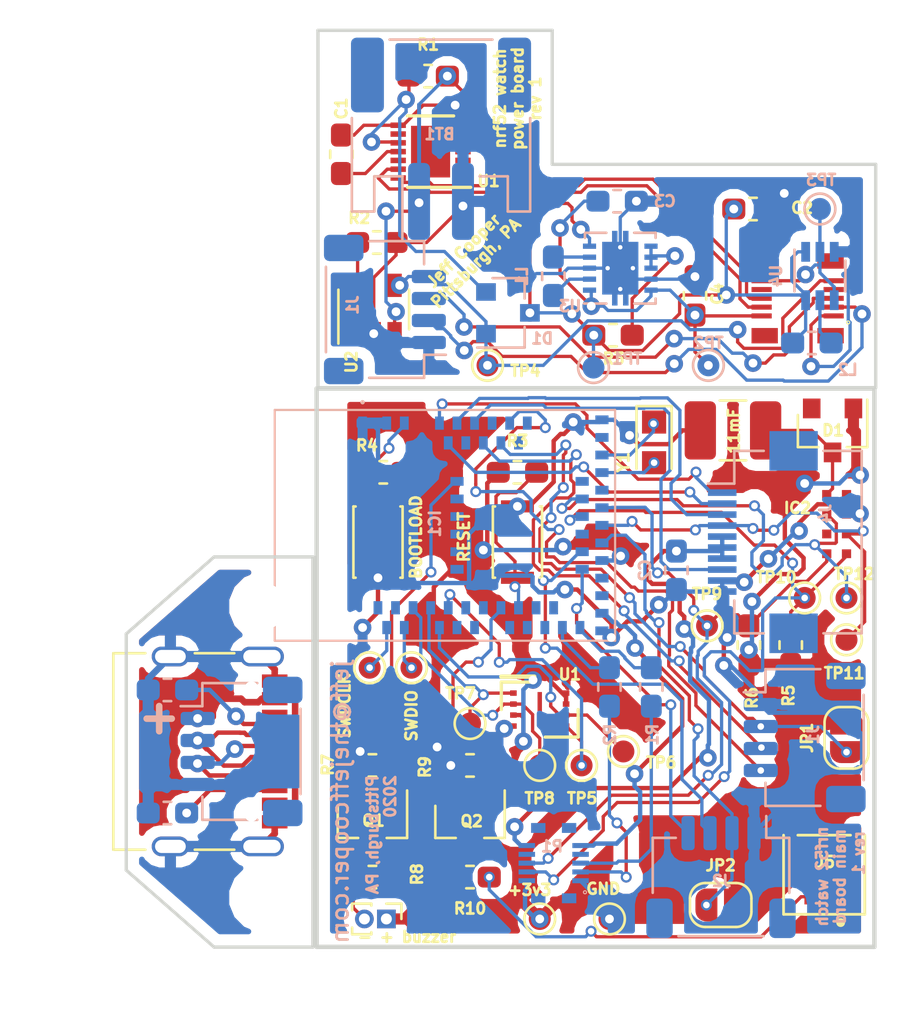
<source format=kicad_pcb>
(kicad_pcb (version 20171130) (host pcbnew "(5.0.0-rc2-200-g1f6f76beb)")
  (layers (0 F.Cu signal) (31 B.Cu signal) (34 B.Paste user) (35 F.Paste user) (36 B.SilkS user) (37 F.SilkS user) (38 B.Mask user) (39 F.Mask user) (44 Edge.Cuts user))
  (net 0 "")
  (net 1 +BATT)
  (net 2 GND)
  (net 3 "Net-(C1-Pad1)")
  (net 4 VIN)
  (net 5 +3V3)
  (net 6 VBUS)
  (net 7 BATTPOW)
  (net 8 USB_DP)
  (net 9 USB_DN)
  (net 10 "Net-(L1-Pad1)")
  (net 11 "Net-(L1-Pad2)")
  (net 12 "Net-(L2-Pad2)")
  (net 13 "Net-(R2-Pad1)")
  (net 14 "Net-(R3-Pad2)")
  (net 15 +5V)
  (net 16 SCL)
  (net 17 SDA)
  (net 18 RTC_IRQ)
  (net 19 SQW)
  (net 20 BTN1)
  (net 21 BTN3)
  (net 22 BTN2)
  (net 23 BTN6)
  (net 24 BTN5)
  (net 25 BTN4)
  (net 26 "Net-(J3-Pad2)")
  (net 27 LCD_CLK)
  (net 28 LCD_MOSI)
  (net 29 LCD_CS)
  (net 30 EXTMODE)
  (net 31 BUZZER)
  (net 32 "Net-(Q1-Pad3)")
  (net 33 "Net-(Q2-Pad3)")
  (net 34 FRONTLIGHT)
  (net 35 "Net-(IC1-Pad34)")
  (net 36 "Net-(IC1-Pad35)")
  (net 37 RST)
  (net 38 BOOTLOAD)
  (net 39 SWDCLK)
  (net 40 SWDIO)
  (net 41 FLASH_DI)
  (net 42 FLASH_CLK)
  (net 43 FLASH_CS)
  (net 44 FLASH_DO)
  (net 45 "Net-(IC1-Pad17)")
  (net 46 "Net-(IC1-Pad18)")
  (net 47 "Net-(J5-Pad3)")
  (net 48 DN)
  (net 49 DP)
  (net 50 "Net-(J1-PadA5)")
  (net 51 "Net-(J1-PadB5)")
  (module Capacitor_SMD:C_0603_1608Metric_Pad1.05x0.95mm_HandSolder (layer F.Cu) (at 16.2968 22.1828 90)
    (fp_text reference C1 (at 2.0828 0 90) (layer F.SilkS) (effects (font (size 0.5 0.5) (thickness 0.125))))
    (fp_text value "4.7 uF")
    (pad 2 smd roundrect (at 0.875 0 90) (size 1.05 0.95) (layers F.Cu F.Paste F.Mask) (net 2 GND))
    (pad 1 smd roundrect (at -0.875 0 90) (size 1.05 0.95) (layers F.Cu F.Paste F.Mask) (net 3 "Net-(C1-Pad1)"))
  )
  (module Capacitor_SMD:C_0603_1608Metric_Pad1.05x0.95mm_HandSolder (layer F.Cu) (at 35.042 24.672)
    (fp_text reference C2 (at 2.2352 -0.0508) (layer F.SilkS) (effects (font (size 0.5 0.5) (thickness 0.125))))
    (fp_text value 10uF)
    (pad 1 smd roundrect (at -0.875 0) (size 1.05 0.95) (layers F.Cu F.Paste F.Mask) (net 4 VIN))
    (pad 2 smd roundrect (at 0.875 0) (size 1.05 0.95) (layers F.Cu F.Paste F.Mask) (net 2 GND))
  )
  (module Capacitor_SMD:C_0603_1608Metric_Pad1.05x0.95mm_HandSolder (layer B.Cu) (at 28.8558 24.3164)
    (fp_text reference C3 (at 2.173 0) (layer B.SilkS) (effects (font (size 0.5 0.5) (thickness 0.125)) (justify mirror)))
    (fp_text value 22uF)
    (pad 1 smd roundrect (at -0.875 0) (size 1.05 0.95) (layers B.Cu B.Paste B.Mask) (net 5 +3V3))
    (pad 2 smd roundrect (at 0.875 0) (size 1.05 0.95) (layers B.Cu B.Paste B.Mask) (net 2 GND))
  )
  (module Capacitor_SMD:C_0603_1608Metric_Pad1.05x0.95mm_HandSolder (layer F.Cu) (at 32.4004 28.623 90)
    (fp_text reference C4 (at 0.0902 1.016 90) (layer F.SilkS) (effects (font (size 0.5 0.5) (thickness 0.125))))
    (fp_text value 22uF)
    (pad 2 smd roundrect (at 0.875 0 90) (size 1.05 0.95) (layers F.Cu F.Paste F.Mask) (net 2 GND))
    (pad 1 smd roundrect (at -0.875 0 90) (size 1.05 0.95) (layers F.Cu F.Paste F.Mask) (net 5 +3V3))
  )
  (module Package_TO_SOT_SMD:SOT-23 (layer B.Cu) (at 23.882 29.3964)
    (fp_text reference D1 (at 1.5588 1.1684) (layer B.SilkS) (effects (font (size 0.5 0.5) (thickness 0.125)) (justify mirror)))
    (fp_text value D_Schottky_x2_KCom_AAK)
    (pad 1 smd rect (at -1 0.95) (size 0.9 0.8) (layers B.Cu B.Paste B.Mask) (net 6 VBUS))
    (pad 2 smd rect (at -1 -0.95) (size 0.9 0.8) (layers B.Cu B.Paste B.Mask) (net 7 BATTPOW))
    (pad 3 smd rect (at 1 0) (size 0.9 0.8) (layers B.Cu B.Paste B.Mask) (net 4 VIN))
  )
  (module Connector_JST:JST_SH_SM04B-SRSS-TB_1x04-1MP_P1.00mm_Horizontal (layer B.Cu) (at 18.278 29.244 90)
    (fp_text reference J1 (at 0.2032 -1.4732 90) (layer B.SilkS) (effects (font (size 0.5 0.5) (thickness 0.125)) (justify mirror)))
    (fp_text value Conn_01x04_Female)
    (pad 1 smd roundrect (at -1.5 2 90) (size 0.6 1.55) (layers B.Cu B.Paste B.Mask) (net 2 GND))
    (pad 2 smd roundrect (at -0.5 2 90) (size 0.6 1.55) (layers B.Cu B.Paste B.Mask) (net 8 USB_DP))
    (pad 3 smd roundrect (at 0.5 2 90) (size 0.6 1.55) (layers B.Cu B.Paste B.Mask) (net 9 USB_DN))
    (pad 4 smd roundrect (at 1.5 2 90) (size 0.6 1.55) (layers B.Cu B.Paste B.Mask) (net 6 VBUS))
    (pad MP smd roundrect (at -2.8 -1.875 90) (size 1.2 1.8) (layers B.Cu B.Paste B.Mask) (roundrect_rratio 0.208333))
    (pad MP smd roundrect (at 2.8 -1.875 90) (size 1.2 1.8) (layers B.Cu B.Paste B.Mask) (roundrect_rratio 0.208333))
  )
  (module Inductor_SMD:L_0603_1608Metric_Pad1.05x0.95mm_HandSolder (layer B.Cu) (at 25.9488 27.7314 270)
    (fp_text reference L1 (at 0 1.43 270) (layer B.SilkS) (effects (font (size 0.5 0.5) (thickness 0.125)) (justify mirror)))
    (fp_text value 2.2uH)
    (pad 1 smd roundrect (at -0.875 0 270) (size 1.05 0.95) (layers B.Cu B.Paste B.Mask) (net 10 "Net-(L1-Pad1)"))
    (pad 2 smd roundrect (at 0.875 0 270) (size 1.05 0.95) (layers B.Cu B.Paste B.Mask) (net 11 "Net-(L1-Pad2)"))
  )
  (module Inductor_SMD:L_0603_1608Metric_Pad1.05x0.95mm_HandSolder (layer B.Cu) (at 37.723 30.768)
    (fp_text reference L2 (at 1.637 1.2192) (layer B.SilkS) (effects (font (size 0.5 0.5) (thickness 0.125)) (justify mirror)))
    (fp_text value "4.7 uH")
    (pad 2 smd roundrect (at 0.875 0) (size 1.05 0.95) (layers B.Cu B.Paste B.Mask) (net 12 "Net-(L2-Pad2)"))
    (pad 1 smd roundrect (at -0.875 0) (size 1.05 0.95) (layers B.Cu B.Paste B.Mask) (net 4 VIN))
  )
  (module Resistor_SMD:R_0603_1608Metric_Pad1.05x0.95mm_HandSolder (layer F.Cu) (at 20.2478 18.6268)
    (fp_text reference R1 (at 0 -1.43) (layer F.SilkS) (effects (font (size 0.5 0.5) (thickness 0.125))))
    (fp_text value "10 m")
    (pad 2 smd roundrect (at 0.875 0) (size 1.05 0.95) (layers F.Cu F.Paste F.Mask) (net 1 +BATT))
    (pad 1 smd roundrect (at -0.875 0) (size 1.05 0.95) (layers F.Cu F.Paste F.Mask) (net 7 BATTPOW))
  )
  (module Resistor_SMD:R_0603_1608Metric_Pad1.05x0.95mm_HandSolder (layer F.Cu) (at 17.911 26.196)
    (fp_text reference R2 (at -0.8014 -1.1176) (layer F.SilkS) (effects (font (size 0.5 0.5) (thickness 0.125))))
    (fp_text value 12.5k)
    (pad 1 smd roundrect (at -0.875 0) (size 1.05 0.95) (layers F.Cu F.Paste F.Mask) (net 13 "Net-(R2-Pad1)"))
    (pad 2 smd roundrect (at 0.875 0) (size 1.05 0.95) (layers F.Cu F.Paste F.Mask) (net 2 GND))
  )
  (module Resistor_SMD:R_0603_1608Metric_Pad1.05x0.95mm_HandSolder (layer F.Cu) (at 28.665801 30.4124)
    (fp_text reference R3 (at 0.026199 1.0668) (layer F.SilkS) (effects (font (size 0.5 0.5) (thickness 0.125))))
    (fp_text value 100)
    (pad 1 smd roundrect (at -0.875 0) (size 1.05 0.95) (layers F.Cu F.Paste F.Mask) (net 4 VIN))
    (pad 2 smd roundrect (at 0.875 0) (size 1.05 0.95) (layers F.Cu F.Paste F.Mask) (net 14 "Net-(R3-Pad2)"))
  )
  (module TestPoint:TestPoint_Pad_D1.0mm (layer B.Cu) (at 27.7776 31.8856)
    (fp_text reference TP1 (at 1.524 -0.4064) (layer B.SilkS) (effects (font (size 0.5 0.5) (thickness 0.125)) (justify mirror)))
    (fp_text value TestPoint)
    (pad 1 smd circle (at 0 0) (size 1 1) (layers B.Cu B.Mask) (net 4 VIN))
  )
  (module Package_DFN_QFN:DFN-14-1EP_3x3mm_P0.4mm_EP1.78x2.35mm (layer F.Cu) (at 20.359 22.062 180)
    (fp_text reference U1 (at -2.6434 -1.34 180) (layer F.SilkS) (effects (font (size 0.5 0.5) (thickness 0.125))))
    (fp_text value MAX17260)
    (pad 14 smd rect (at 1.475 -1.2 180) (size 0.7 0.25) (layers F.Cu F.Paste F.Mask) (net 16 SCL))
    (pad 13 smd rect (at 1.475 -0.8 180) (size 0.7 0.25) (layers F.Cu F.Paste F.Mask) (net 17 SDA))
    (pad 12 smd rect (at 1.475 -0.4 180) (size 0.7 0.25) (layers F.Cu F.Paste F.Mask))
    (pad 11 smd rect (at 1.475 0 180) (size 0.7 0.25) (layers F.Cu F.Paste F.Mask) (net 3 "Net-(C1-Pad1)"))
    (pad 10 smd rect (at 1.475 0.4 180) (size 0.7 0.25) (layers F.Cu F.Paste F.Mask) (net 7 BATTPOW))
    (pad 9 smd rect (at 1.475 0.8 180) (size 0.7 0.25) (layers F.Cu F.Paste F.Mask))
    (pad 6 smd rect (at -1.475 0.8 180) (size 0.7 0.25) (layers F.Cu F.Paste F.Mask) (net 1 +BATT))
    (pad 5 smd rect (at -1.475 0.4 180) (size 0.7 0.25) (layers F.Cu F.Paste F.Mask))
    (pad 4 smd rect (at -1.475 0 180) (size 0.7 0.25) (layers F.Cu F.Paste F.Mask))
    (pad 3 smd rect (at -1.475 -0.4 180) (size 0.7 0.25) (layers F.Cu F.Paste F.Mask))
    (pad 2 smd rect (at -1.475 -0.8 180) (size 0.7 0.25) (layers F.Cu F.Paste F.Mask))
    (pad 1 smd rect (at -1.475 -1.2 180) (size 0.7 0.25) (layers F.Cu F.Paste F.Mask))
    (pad 7 smd rect (at -1.475 1.2 180) (size 0.7 0.25) (layers F.Cu F.Paste F.Mask) (net 1 +BATT))
    (pad 8 smd rect (at 1.475 1.2 180) (size 0.7 0.25) (layers F.Cu F.Paste F.Mask) (net 2 GND))
    (pad 15 smd rect (at 0 0 180) (size 1.78 2.35) (layers F.Cu F.Mask))
  )
  (module Package_TO_SOT_SMD:SOT-23-5 (layer F.Cu) (at 17.77 29.244 90)
    (fp_text reference U2 (at -2.3876 -1.016 90) (layer F.SilkS) (effects (font (size 0.5 0.5) (thickness 0.125))))
    (fp_text value MCP73831-2-OT)
    (pad 1 smd rect (at -1.1 -0.95 90) (size 1.06 0.65) (layers F.Cu F.Paste F.Mask))
    (pad 2 smd rect (at -1.1 0 90) (size 1.06 0.65) (layers F.Cu F.Paste F.Mask) (net 2 GND))
    (pad 3 smd rect (at -1.1 0.95 90) (size 1.06 0.65) (layers F.Cu F.Paste F.Mask) (net 1 +BATT))
    (pad 4 smd rect (at 1.1 0.95 90) (size 1.06 0.65) (layers F.Cu F.Paste F.Mask) (net 6 VBUS))
    (pad 5 smd rect (at 1.1 -0.95 90) (size 1.06 0.65) (layers F.Cu F.Paste F.Mask) (net 13 "Net-(R2-Pad1)"))
  )
  (module Package_SON:Texas_DRC0010J_ThermalVias (layer B.Cu) (at 28.9968 27.3644)
    (fp_text reference U3 (at -2.286 1.7272) (layer B.SilkS) (effects (font (size 0.5 0.5) (thickness 0.125)) (justify mirror)))
    (fp_text value TPS63001)
    (pad 1 smd rect (at -1.4 1) (size 0.6 0.24) (layers B.Cu B.Paste B.Mask) (net 5 +3V3))
    (pad 2 smd rect (at -1.4 0.5) (size 0.6 0.24) (layers B.Cu B.Paste B.Mask) (net 11 "Net-(L1-Pad2)"))
    (pad 3 smd rect (at -1.4 0) (size 0.6 0.24) (layers B.Cu B.Paste B.Mask) (net 2 GND))
    (pad 4 smd rect (at -1.4 -0.5) (size 0.6 0.24) (layers B.Cu B.Paste B.Mask) (net 10 "Net-(L1-Pad1)"))
    (pad 5 smd rect (at -1.4 -1) (size 0.6 0.24) (layers B.Cu B.Paste B.Mask) (net 4 VIN))
    (pad 6 smd rect (at 1.4 -1) (size 0.6 0.24) (layers B.Cu B.Paste B.Mask) (net 14 "Net-(R3-Pad2)"))
    (pad 7 smd rect (at 1.4 -0.5) (size 0.6 0.24) (layers B.Cu B.Paste B.Mask) (net 14 "Net-(R3-Pad2)"))
    (pad 8 smd rect (at 1.4 0) (size 0.6 0.24) (layers B.Cu B.Paste B.Mask) (net 14 "Net-(R3-Pad2)"))
    (pad 9 smd rect (at 1.4 0.5) (size 0.6 0.24) (layers B.Cu B.Paste B.Mask) (net 2 GND))
    (pad 10 smd rect (at 1.4 1) (size 0.6 0.24) (layers B.Cu B.Paste B.Mask) (net 5 +3V3))
    (pad 11 smd custom (at 0 0) (size 1.65 2.4) (layers B.Cu B.Mask) (net 2 GND) (options (clearance outline) (anchor rect)) (primitives (gr_poly (pts (xy -0.375 1.1) (xy -0.375 1.7) (xy -0.125 1.7) (xy -0.125 1.1) (xy 0.125 1.1) (xy 0.125 1.7) (xy 0.375 1.7) (xy 0.375 -1.7) (xy 0.125 -1.7) (xy 0.125 -1.1) (xy -0.125 -1.1) (xy -0.125 -1.7) (xy -0.375 -1.7)) (width 0))))
    (pad 11 thru_hole circle (at 0 -0.95) (size 0.5 0.5) (drill 0.2) (layers *.Cu) (net 2 GND))
    (pad 11 thru_hole circle (at -0.575 0) (size 0.5 0.5) (drill 0.2) (layers *.Cu) (net 2 GND))
    (pad 11 thru_hole circle (at 0.575 0) (size 0.5 0.5) (drill 0.2) (layers *.Cu) (net 2 GND))
    (pad 11 thru_hole circle (at 0 0.95) (size 0.5 0.5) (drill 0.2) (layers *.Cu) (net 2 GND))
  )
  (module Package_TO_SOT_SMD:Texas_R-PDSO-G6 (layer B.Cu) (at 38.09 27.72 270)
    (fp_text reference U4 (at 0 2 270) (layer B.SilkS) (effects (font (size 0.5 0.5) (thickness 0.125)) (justify mirror)))
    (fp_text value TPS61222DCK)
    (pad 1 smd rect (at -1.1 0.65 270) (size 0.9 0.4) (layers B.Cu B.Paste B.Mask) (net 4 VIN))
    (pad 3 smd rect (at -1.1 -0.65 270) (size 0.9 0.4) (layers B.Cu B.Paste B.Mask) (net 2 GND))
    (pad 5 smd rect (at 1.1 0 270) (size 0.9 0.4) (layers B.Cu B.Paste B.Mask) (net 12 "Net-(L2-Pad2)"))
    (pad 2 smd rect (at -1.1 0 270) (size 0.9 0.4) (layers B.Cu B.Paste B.Mask) (net 15 +5V))
    (pad 4 smd rect (at 1.1 -0.65 270) (size 0.9 0.4) (layers B.Cu B.Paste B.Mask) (net 15 +5V))
    (pad 6 smd rect (at 1.1 0.65 270) (size 0.9 0.4) (layers B.Cu B.Paste B.Mask) (net 4 VIN))
  )
  (module libs:PANASONIC_AXT510124 (layer F.Cu) (at 37.074 28.736 90)
    (fp_text reference P1 hide)
    (fp_text value AXT510124)
    (pad 6 smd rect (at 0 -1.64 90) (size 0.23 0.92) (layers F.Cu F.Mask) (net 16 SCL))
    (pad 4 smd rect (at -0.4 -1.64 90) (size 0.23 0.92) (layers F.Cu F.Mask) (net 17 SDA))
    (pad 8 smd rect (at 0.4 -1.64 90) (size 0.23 0.92) (layers F.Cu F.Mask))
    (pad 2 smd rect (at -0.8 -1.64 90) (size 0.23 0.92) (layers F.Cu F.Mask) (net 5 +3V3))
    (pad 10 smd rect (at 0.8 -1.64 90) (size 0.23 0.92) (layers F.Cu F.Mask) (net 15 +5V))
    (pad 5 smd rect (at 0 1.64 90) (size 0.23 0.92) (layers F.Cu F.Mask) (net 9 USB_DN))
    (pad 3 smd rect (at -0.4 1.64 90) (size 0.23 0.92) (layers F.Cu F.Mask) (net 8 USB_DP))
    (pad 7 smd rect (at 0.4 1.64 90) (size 0.23 0.92) (layers F.Cu F.Mask))
    (pad 1 smd rect (at -0.8 1.64 90) (size 0.23 0.92) (layers F.Cu F.Mask) (net 2 GND))
    (pad 9 smd rect (at 0.8 1.64 90) (size 0.23 0.92) (layers F.Cu F.Mask) (net 6 VBUS))
    (pad P1 smd rect (at -1.7 -1.5 90) (size 0.7 1.2) (layers F.Cu F.Paste F.Mask))
    (pad P3 smd rect (at -1.7 1.5 90) (size 0.7 1.2) (layers F.Cu F.Paste F.Mask))
    (pad P4 smd rect (at 1.7 1.5 90) (size 0.7 1.2) (layers F.Cu F.Paste F.Mask))
    (pad P2 smd rect (at 1.7 -1.5 90) (size 0.7 1.2) (layers F.Cu F.Paste F.Mask))
  )
  (module TestPoint:TestPoint_Pad_D1.0mm (layer B.Cu) (at 33.01 31.784)
    (fp_text reference TP2 (at 0 -1.016) (layer B.SilkS) (effects (font (size 0.5 0.5) (thickness 0.125)) (justify mirror)))
    (fp_text value TestPoint)
    (pad 1 smd circle (at 0 0) (size 1 1) (layers B.Cu B.Mask) (net 5 +3V3))
  )
  (module TestPoint:TestPoint_Pad_D1.0mm (layer B.Cu) (at 38.09 24.672)
    (fp_text reference TP3 (at 0.0508 -1.3208) (layer B.SilkS) (effects (font (size 0.5 0.5) (thickness 0.125)) (justify mirror)))
    (fp_text value TestPoint)
    (pad 1 smd circle (at 0 0) (size 1 1) (layers B.Cu B.Mask) (net 15 +5V))
  )
  (module TestPoint:TestPoint_Pad_D1.0mm (layer F.Cu) (at 22.9516 31.784)
    (fp_text reference TP4 (at 1.7272 0.254) (layer F.SilkS) (effects (font (size 0.5 0.5) (thickness 0.125))))
    (fp_text value TestPoint)
    (pad 1 smd circle (at 0 0) (size 1 1) (layers F.Cu F.Mask) (net 6 VBUS))
  )
  (module Connector_JST:JST_PH_S2B-PH-SM4-TB_1x02-1MP_P2.00mm_Horizontal (layer B.Cu) (at 20.834 21.476)
    (fp_text reference BT1 (at -0.0668 -0.2076) (layer B.SilkS) (effects (font (size 0.5 0.5) (thickness 0.125)) (justify mirror)))
    (fp_text value Battery_Cell)
    (pad 1 smd roundrect (at -1 2.85) (size 1 3.5) (layers B.Cu B.Paste B.Mask) (net 1 +BATT))
    (pad 2 smd roundrect (at 1 2.85) (size 1 3.5) (layers B.Cu B.Paste B.Mask) (net 2 GND))
    (pad MP smd roundrect (at -3.35 -2.9) (size 1.5 3.4) (layers B.Cu B.Paste B.Mask) (roundrect_rratio 0.166667))
    (pad MP smd roundrect (at 3.35 -2.9) (size 1.5 3.4) (layers B.Cu B.Paste B.Mask) (roundrect_rratio 0.166667))
  )
  (module Crystal:Crystal_SMD_2012-2Pin_2.0x1.2mm_HandSoldering (layer F.Cu) (at 30.537 35.289 270)
    (fp_text reference Y1 (at 0.9038 1.397 270) (layer F.SilkS) (effects (font (size 0.5 0.5) (thickness 0.125))))
    (fp_text value Crystal)
    (pad 1 smd rect (at -0.925 0 270) (size 1.05 1.1) (layers F.Cu F.Paste F.Mask) (net 45 "Net-(IC1-Pad17)"))
    (pad 2 smd rect (at 0.925 0 270) (size 1.05 1.1) (layers F.Cu F.Paste F.Mask) (net 46 "Net-(IC1-Pad18)"))
  )
  (module Capacitor_SMD:C_1210_3225Metric_Pad1.42x2.65mm_HandSolder (layer F.Cu) (at 34.1295 34.745 180)
    (fp_text reference C1 hide)
    (fp_text value 11mF)
    (pad 1 smd roundrect (at -1.4875 0 180) (size 1.425 2.65) (layers F.Cu F.Paste F.Mask) (roundrect_rratio 0.175439) (net 3 "Net-(C1-Pad1)"))
    (pad 2 smd roundrect (at 1.4875 0 180) (size 1.425 2.65) (layers F.Cu F.Paste F.Mask) (roundrect_rratio 0.175439) (net 2 GND))
  )
  (module Capacitor_SMD:C_0603_1608Metric_Pad1.05x0.95mm_HandSolder (layer B.Cu) (at 31.553 41.109 270)
    (fp_text reference C2 (at 0 1.43 270) (layer B.SilkS) (effects (font (size 0.5 0.5) (thickness 0.125)) (justify mirror)))
    (fp_text value 1uF)
    (pad 1 smd roundrect (at -0.875 0 270) (size 1.05 0.95) (layers B.Cu B.Paste B.Mask) (net 15 +5V))
    (pad 2 smd roundrect (at 0.875 0 270) (size 1.05 0.95) (layers B.Cu B.Paste B.Mask) (net 2 GND))
  )
  (module Diode_SMD:D_SOT-23_ANK (layer F.Cu) (at 38.665 34.745 270)
    (fp_text reference D1 (at 0 -0.0254) (layer F.SilkS) (effects (font (size 0.5 0.5) (thickness 0.125))))
    (fp_text value D_Schottky)
    (pad 2 smd rect (at -1 -0.95 270) (size 0.9 0.8) (layers F.Cu F.Paste F.Mask) (net 5 +3V3))
    (pad "" smd rect (at -1 0.95 270) (size 0.9 0.8) (layers F.Cu F.Paste F.Mask))
    (pad 1 smd rect (at 1 0 270) (size 0.9 0.8) (layers F.Cu F.Paste F.Mask) (net 3 "Net-(C1-Pad1)"))
  )
  (module libs:LCC90P230X50X80-8N (layer F.Cu) (at 38.85 39.005 90)
    (fp_text reference IC2 (at 0.7294 -1.7852 180) (layer F.SilkS) (effects (font (size 0.5 0.5) (thickness 0.125))))
    (fp_text value M41T62LC6F)
    (pad 8 smd rect (at -1.35 -0.45 90) (size 0.4 0.42) (layers F.Cu F.Paste F.Mask) (net 16 SCL))
    (pad 7 smd rect (at -0.45 -0.45 90) (size 0.4 0.42) (layers F.Cu F.Paste F.Mask))
    (pad 6 smd rect (at 0.45 -0.45 90) (size 0.4 0.42) (layers F.Cu F.Paste F.Mask) (net 18 RTC_IRQ))
    (pad 5 smd rect (at 1.35 -0.45 90) (size 0.4 0.42) (layers F.Cu F.Paste F.Mask) (net 3 "Net-(C1-Pad1)"))
    (pad 1 smd rect (at -1.35 0.45 90) (size 0.4 0.42) (layers F.Cu F.Paste F.Mask) (net 17 SDA))
    (pad 2 smd rect (at -0.45 0.45 90) (size 0.4 0.42) (layers F.Cu F.Paste F.Mask) (net 19 SQW))
    (pad 3 smd rect (at 0.45 0.45 90) (size 0.4 0.42) (layers F.Cu F.Paste F.Mask) (net 2 GND))
    (pad 4 smd rect (at 1.35 0.45 90) (size 0.4 0.42) (layers F.Cu F.Paste F.Mask))
  )
  (module Connector_JST:JST_SH_SM04B-SRSS-TB_1x04-1MP_P1.00mm_Horizontal (layer B.Cu) (at 37.395 48.715 270)
    (fp_text reference J1 (at -0.127 -0.381 270) (layer B.SilkS) (effects (font (size 0.5 0.5) (thickness 0.125)) (justify mirror)))
    (fp_text value Conn_01x04_Female)
    (pad MP smd roundrect (at 2.8 -1.875 270) (size 1.2 1.8) (layers B.Cu B.Paste B.Mask) (roundrect_rratio 0.208333))
    (pad MP smd roundrect (at -2.8 -1.875 270) (size 1.2 1.8) (layers B.Cu B.Paste B.Mask) (roundrect_rratio 0.208333))
    (pad 4 smd roundrect (at 1.5 2 270) (size 0.6 1.55) (layers B.Cu B.Paste B.Mask) (net 20 BTN1))
    (pad 3 smd roundrect (at 0.5 2 270) (size 0.6 1.55) (layers B.Cu B.Paste B.Mask) (net 21 BTN3))
    (pad 2 smd roundrect (at -0.5 2 270) (size 0.6 1.55) (layers B.Cu B.Paste B.Mask) (net 22 BTN2))
    (pad 1 smd roundrect (at -1.5 2 270) (size 0.6 1.55) (layers B.Cu B.Paste B.Mask) (net 2 GND))
  )
  (module Connector_JST:JST_SH_SM04B-SRSS-TB_1x04-1MP_P1.00mm_Horizontal (layer B.Cu) (at 33.585 55.065 180)
    (fp_text reference J2 (at -0.0254 -0.1778 180) (layer B.SilkS) (effects (font (size 0.5 0.5) (thickness 0.125)) (justify mirror)))
    (fp_text value Conn_01x04_Female)
    (pad 1 smd roundrect (at -1.5 2 180) (size 0.6 1.55) (layers B.Cu B.Paste B.Mask) (net 2 GND))
    (pad 2 smd roundrect (at -0.5 2 180) (size 0.6 1.55) (layers B.Cu B.Paste B.Mask) (net 23 BTN6))
    (pad 3 smd roundrect (at 0.5 2 180) (size 0.6 1.55) (layers B.Cu B.Paste B.Mask) (net 24 BTN5))
    (pad 4 smd roundrect (at 1.5 2 180) (size 0.6 1.55) (layers B.Cu B.Paste B.Mask) (net 25 BTN4))
    (pad MP smd roundrect (at -2.8 -1.875 180) (size 1.2 1.8) (layers B.Cu B.Paste B.Mask) (roundrect_rratio 0.208333))
    (pad MP smd roundrect (at 2.8 -1.875 180) (size 1.2 1.8) (layers B.Cu B.Paste B.Mask) (roundrect_rratio 0.208333))
  )
  (module Connector_PinHeader_1.00mm:PinHeader_1x02_P1.00mm_Vertical (layer F.Cu) (at 18.345 56.97 270)
    (fp_text reference J3 hide)
    (fp_text value Buzzer)
    (pad 1 thru_hole rect (at 0 0 270) (size 0.85 0.85) (drill 0.5) (layers *.Cu *.Mask) (net 5 +3V3))
    (pad 2 thru_hole oval (at 0 1 270) (size 0.85 0.85) (drill 0.5) (layers *.Cu *.Mask) (net 26 "Net-(J3-Pad2)"))
  )
  (module Connector_FFC-FPC:Hirose_FH12-10S-0.5SH_1x10-1MP_P0.50mm_Horizontal (layer B.Cu) (at 35.49 39.825 270)
    (fp_text reference J4 (at -1.2954 -2.8448 270) (layer B.SilkS) (effects (font (size 0.5 0.5) (thickness 0.125)) (justify mirror)))
    (fp_text value "Memory LCD")
    (pad MP smd rect (at 4.15 -1.4 270) (size 1.8 2.2) (layers B.Cu B.Paste B.Mask))
    (pad MP smd rect (at -4.15 -1.4 270) (size 1.8 2.2) (layers B.Cu B.Paste B.Mask))
    (pad 1 smd rect (at -2.25 1.85 270) (size 0.3 1.3) (layers B.Cu B.Paste B.Mask) (net 27 LCD_CLK))
    (pad 2 smd rect (at -1.75 1.85 270) (size 0.3 1.3) (layers B.Cu B.Paste B.Mask) (net 28 LCD_MOSI))
    (pad 3 smd rect (at -1.25 1.85 270) (size 0.3 1.3) (layers B.Cu B.Paste B.Mask) (net 29 LCD_CS))
    (pad 4 smd rect (at -0.75 1.85 270) (size 0.3 1.3) (layers B.Cu B.Paste B.Mask) (net 19 SQW))
    (pad 5 smd rect (at -0.25 1.85 270) (size 0.3 1.3) (layers B.Cu B.Paste B.Mask) (net 15 +5V))
    (pad 6 smd rect (at 0.25 1.85 270) (size 0.3 1.3) (layers B.Cu B.Paste B.Mask) (net 15 +5V))
    (pad 7 smd rect (at 0.75 1.85 270) (size 0.3 1.3) (layers B.Cu B.Paste B.Mask) (net 15 +5V))
    (pad 8 smd rect (at 1.25 1.85 270) (size 0.3 1.3) (layers B.Cu B.Paste B.Mask) (net 30 EXTMODE))
    (pad 9 smd rect (at 1.75 1.85 270) (size 0.3 1.3) (layers B.Cu B.Paste B.Mask) (net 2 GND))
    (pad 10 smd rect (at 2.25 1.85 270) (size 0.3 1.3) (layers B.Cu B.Paste B.Mask) (net 2 GND))
  )
  (module Jumper:SolderJumper-2_P1.3mm_Open_RoundedPad1.0x1.5mm (layer F.Cu) (at 39.3 48.73 90)
    (fp_text reference JP1 (at 0 -1.8 90) (layer F.SilkS) (effects (font (size 0.5 0.5) (thickness 0.125))))
    (fp_text value Jumper_NO_Small)
    (pad 2 smd custom (at 0.65 0 90) (size 1 0.5) (layers F.Cu F.Mask) (net 5 +3V3) (options (clearance outline) (anchor rect)) (primitives (gr_circle (center 0 0.25) (end 0.5 0.25) (width 0)) (gr_circle (center 0 -0.25) (end 0.5 -0.25) (width 0)) (gr_poly (pts (xy 0 -0.75) (xy -0.5 -0.75) (xy -0.5 0.75) (xy 0 0.75)) (width 0))))
    (pad 1 smd custom (at -0.65 0 90) (size 1 0.5) (layers F.Cu F.Mask) (net 22 BTN2) (options (clearance outline) (anchor rect)) (primitives (gr_circle (center 0 0.25) (end 0.5 0.25) (width 0)) (gr_circle (center 0 -0.25) (end 0.5 -0.25) (width 0)) (gr_poly (pts (xy 0 -0.75) (xy 0.5 -0.75) (xy 0.5 0.75) (xy 0 0.75)) (width 0))))
  )
  (module Jumper:SolderJumper-2_P1.3mm_Open_RoundedPad1.0x1.5mm (layer F.Cu) (at 33.57 56.335)
    (fp_text reference JP2 (at 0 -1.8) (layer F.SilkS) (effects (font (size 0.5 0.5) (thickness 0.125))))
    (fp_text value Jumper_NO_Small)
    (pad 1 smd custom (at -0.65 0) (size 1 0.5) (layers F.Cu F.Mask) (net 23 BTN6) (options (clearance outline) (anchor rect)) (primitives (gr_circle (center 0 0.25) (end 0.5 0.25) (width 0)) (gr_circle (center 0 -0.25) (end 0.5 -0.25) (width 0)) (gr_poly (pts (xy 0 -0.75) (xy 0.5 -0.75) (xy 0.5 0.75) (xy 0 0.75)) (width 0))))
    (pad 2 smd custom (at 0.65 0) (size 1 0.5) (layers F.Cu F.Mask) (net 5 +3V3) (options (clearance outline) (anchor rect)) (primitives (gr_circle (center 0 0.25) (end 0.5 0.25) (width 0)) (gr_circle (center 0 -0.25) (end 0.5 -0.25) (width 0)) (gr_poly (pts (xy 0 -0.75) (xy -0.5 -0.75) (xy -0.5 0.75) (xy 0 0.75)) (width 0))))
  )
  (module libs:PANASONIC_AXT610124 (layer B.Cu) (at 25.965 54.43 90)
    (fp_text reference P1 (at 0.762 -0.0762 180) (layer B.SilkS) (effects (font (size 0.5 0.5) (thickness 0.125)) (justify mirror)))
    (fp_text value AXT610124)
    (pad 6 smd rect (at 0 -1.225 90) (size 0.23 0.75) (layers B.Cu B.Mask) (net 16 SCL))
    (pad 4 smd rect (at -0.4 -1.225 90) (size 0.23 0.75) (layers B.Cu B.Mask) (net 17 SDA))
    (pad 8 smd rect (at 0.4 -1.225 90) (size 0.23 0.75) (layers B.Cu B.Mask))
    (pad 2 smd rect (at -0.8 -1.225 90) (size 0.23 0.75) (layers B.Cu B.Mask) (net 5 +3V3))
    (pad 10 smd rect (at 0.8 -1.225 90) (size 0.23 0.75) (layers B.Cu B.Mask) (net 15 +5V))
    (pad 5 smd rect (at 0 1.225 90) (size 0.23 0.75) (layers B.Cu B.Mask) (net 9 USB_DN))
    (pad 3 smd rect (at -0.4 1.225 90) (size 0.23 0.75) (layers B.Cu B.Mask) (net 8 USB_DP))
    (pad 7 smd rect (at 0.4 1.225 90) (size 0.23 0.75) (layers B.Cu B.Mask))
    (pad 1 smd rect (at -0.8 1.225 90) (size 0.23 0.75) (layers B.Cu B.Mask) (net 2 GND))
    (pad 9 smd rect (at 0.8 1.225 90) (size 0.23 0.75) (layers B.Cu B.Mask) (net 6 VBUS))
    (pad P1 smd rect (at -1.6 0.7025 90) (size 0.45 0.655) (layers B.Cu B.Paste B.Mask))
    (pad P3 smd rect (at -1.6 -0.7025 90) (size 0.45 0.655) (layers B.Cu B.Paste B.Mask))
    (pad P4 smd rect (at 1.6 -0.7025 90) (size 0.45 0.655) (layers B.Cu B.Paste B.Mask))
    (pad P2 smd rect (at 1.6 0.7025 90) (size 0.45 0.655) (layers B.Cu B.Paste B.Mask))
  )
  (module Package_TO_SOT_SMD:SOT-23 (layer F.Cu) (at 17.71 52.525 270)
    (fp_text reference Q1 (at -0.0254 -0.0508) (layer F.SilkS) (effects (font (size 0.5 0.5) (thickness 0.125))))
    (fp_text value DMN6140L)
    (pad 1 smd rect (at -1 -0.95 270) (size 0.9 0.8) (layers F.Cu F.Paste F.Mask) (net 31 BUZZER))
    (pad 2 smd rect (at -1 0.95 270) (size 0.9 0.8) (layers F.Cu F.Paste F.Mask) (net 2 GND))
    (pad 3 smd rect (at 1 0 270) (size 0.9 0.8) (layers F.Cu F.Paste F.Mask) (net 32 "Net-(Q1-Pad3)"))
  )
  (module Package_TO_SOT_SMD:SOT-23 (layer F.Cu) (at 22.155 52.525 270)
    (fp_text reference Q2 (at 0 -0.0762) (layer F.SilkS) (effects (font (size 0.5 0.5) (thickness 0.125))))
    (fp_text value DMN6140L)
    (pad 3 smd rect (at 1 0 270) (size 0.9 0.8) (layers F.Cu F.Paste F.Mask) (net 33 "Net-(Q2-Pad3)"))
    (pad 2 smd rect (at -1 0.95 270) (size 0.9 0.8) (layers F.Cu F.Paste F.Mask) (net 2 GND))
    (pad 1 smd rect (at -1 -0.95 270) (size 0.9 0.8) (layers F.Cu F.Paste F.Mask) (net 34 FRONTLIGHT))
  )
  (module Resistor_SMD:R_0603_1608Metric_Pad1.05x0.95mm_HandSolder (layer B.Cu) (at 30.41 46.415 90)
    (fp_text reference R1 (at -2.173 0.0508 90) (layer B.SilkS) (effects (font (size 0.5 0.5) (thickness 0.125)) (justify mirror)))
    (fp_text value 27)
    (pad 1 smd roundrect (at -0.875 0 90) (size 1.05 0.95) (layers B.Cu B.Paste B.Mask) (net 9 USB_DN))
    (pad 2 smd roundrect (at 0.875 0 90) (size 1.05 0.95) (layers B.Cu B.Paste B.Mask) (net 35 "Net-(IC1-Pad34)"))
  )
  (module Resistor_SMD:R_0603_1608Metric_Pad1.05x0.95mm_HandSolder (layer B.Cu) (at 28.505 46.415 90)
    (fp_text reference R2 (at -2.173 0.0254 90) (layer B.SilkS) (effects (font (size 0.5 0.5) (thickness 0.125)) (justify mirror)))
    (fp_text value 27)
    (pad 2 smd roundrect (at 0.875 0 90) (size 1.05 0.95) (layers B.Cu B.Paste B.Mask) (net 36 "Net-(IC1-Pad35)"))
    (pad 1 smd roundrect (at -0.875 0 90) (size 1.05 0.95) (layers B.Cu B.Paste B.Mask) (net 8 USB_DP))
  )
  (module Resistor_SMD:R_0603_1608Metric_Pad1.05x0.95mm_HandSolder (layer F.Cu) (at 24.314 36.65)
    (fp_text reference R3 (at 0 -1.43) (layer F.SilkS) (effects (font (size 0.5 0.5) (thickness 0.125))))
    (fp_text value 10k)
    (pad 2 smd roundrect (at 0.875 0) (size 1.05 0.95) (layers F.Cu F.Paste F.Mask) (net 37 RST))
    (pad 1 smd roundrect (at -0.875 0) (size 1.05 0.95) (layers F.Cu F.Paste F.Mask) (net 5 +3V3))
  )
  (module Resistor_SMD:R_0603_1608Metric_Pad1.05x0.95mm_HandSolder (layer F.Cu) (at 18.204 36.65 180)
    (fp_text reference R4 (at 0.748 1.2192 180) (layer F.SilkS) (effects (font (size 0.5 0.5) (thickness 0.125))))
    (fp_text value 10k)
    (pad 1 smd roundrect (at -0.875 0 180) (size 1.05 0.95) (layers F.Cu F.Paste F.Mask) (net 5 +3V3))
    (pad 2 smd roundrect (at 0.875 0 180) (size 1.05 0.95) (layers F.Cu F.Paste F.Mask) (net 38 BOOTLOAD))
  )
  (module Resistor_SMD:R_0603_1608Metric_Pad1.05x0.95mm_HandSolder (layer F.Cu) (at 36.76 44.51 90)
    (fp_text reference R5 (at -2.3 -0.1016 90) (layer F.SilkS) (effects (font (size 0.5 0.5) (thickness 0.125))))
    (fp_text value 4k7)
    (pad 1 smd roundrect (at -0.875 0 90) (size 1.05 0.95) (layers F.Cu F.Paste F.Mask) (net 5 +3V3))
    (pad 2 smd roundrect (at 0.875 0 90) (size 1.05 0.95) (layers F.Cu F.Paste F.Mask) (net 17 SDA))
  )
  (module Resistor_SMD:R_0603_1608Metric_Pad1.05x0.95mm_HandSolder (layer F.Cu) (at 34.855 44.51 90)
    (fp_text reference R6 (at -2.4016 0.127 90) (layer F.SilkS) (effects (font (size 0.5 0.5) (thickness 0.125))))
    (fp_text value 4k7)
    (pad 2 smd roundrect (at 0.875 0 90) (size 1.05 0.95) (layers F.Cu F.Paste F.Mask) (net 16 SCL))
    (pad 1 smd roundrect (at -0.875 0 90) (size 1.05 0.95) (layers F.Cu F.Paste F.Mask) (net 5 +3V3))
  )
  (module Resistor_SMD:R_0603_1608Metric_Pad1.05x0.95mm_HandSolder (layer F.Cu) (at 17.71 49.985)
    (fp_text reference R7 (at -2.032 -0.0254 90) (layer F.SilkS) (effects (font (size 0.5 0.5) (thickness 0.125))))
    (fp_text value R)
    (pad 2 smd roundrect (at 0.875 0) (size 1.05 0.95) (layers F.Cu F.Paste F.Mask) (net 31 BUZZER))
    (pad 1 smd roundrect (at -0.875 0) (size 1.05 0.95) (layers F.Cu F.Paste F.Mask) (net 2 GND))
  )
  (module Resistor_SMD:R_0603_1608Metric_Pad1.05x0.95mm_HandSolder (layer F.Cu) (at 17.71 55.065)
    (fp_text reference R8 (at 2.032 -0.127 90) (layer F.SilkS) (effects (font (size 0.5 0.5) (thickness 0.125))))
    (fp_text value R)
    (pad 1 smd roundrect (at -0.875 0) (size 1.05 0.95) (layers F.Cu F.Paste F.Mask) (net 26 "Net-(J3-Pad2)"))
    (pad 2 smd roundrect (at 0.875 0) (size 1.05 0.95) (layers F.Cu F.Paste F.Mask) (net 32 "Net-(Q1-Pad3)"))
  )
  (module Resistor_SMD:R_0603_1608Metric_Pad1.05x0.95mm_HandSolder (layer F.Cu) (at 22.155 49.985)
    (fp_text reference R9 (at -2.0574 0.0762 90) (layer F.SilkS) (effects (font (size 0.5 0.5) (thickness 0.125))))
    (fp_text value R)
    (pad 2 smd roundrect (at 0.875 0) (size 1.05 0.95) (layers F.Cu F.Paste F.Mask) (net 34 FRONTLIGHT))
    (pad 1 smd roundrect (at -0.875 0) (size 1.05 0.95) (layers F.Cu F.Paste F.Mask) (net 2 GND))
  )
  (module Resistor_SMD:R_0603_1608Metric_Pad1.05x0.95mm_HandSolder (layer F.Cu) (at 22.155 55.065 180)
    (fp_text reference R10 (at 0 -1.43 180) (layer F.SilkS) (effects (font (size 0.5 0.5) (thickness 0.125))))
    (fp_text value R)
    (pad 1 smd roundrect (at -0.875 0 180) (size 1.05 0.95) (layers F.Cu F.Paste F.Mask) (net 47 "Net-(J5-Pad3)"))
    (pad 2 smd roundrect (at 0.875 0 180) (size 1.05 0.95) (layers F.Cu F.Paste F.Mask) (net 33 "Net-(Q2-Pad3)"))
  )
  (module Button_Switch_SMD:SW_SPST_CK_KXT3 (layer F.Cu) (at 17.964 39.825 270)
    (fp_text reference SW_BOOT1 hide)
    (fp_text value SW_Push)
    (pad 1 smd rect (at -1.625 0 270) (size 0.55 1.5) (layers F.Cu F.Paste F.Mask) (net 38 BOOTLOAD))
    (pad 2 smd rect (at 1.625 0 270) (size 0.55 1.5) (layers F.Cu F.Paste F.Mask) (net 2 GND))
  )
  (module Button_Switch_SMD:SW_SPST_CK_KXT3 (layer F.Cu) (at 24.314 39.825 90)
    (fp_text reference SW_RESET1 hide)
    (fp_text value SW_Push)
    (pad 2 smd rect (at 1.625 0 90) (size 0.55 1.5) (layers F.Cu F.Paste F.Mask) (net 2 GND))
    (pad 1 smd rect (at -1.625 0 90) (size 0.55 1.5) (layers F.Cu F.Paste F.Mask) (net 37 RST))
  )
  (module TestPoint:TestPoint_Pad_D1.0mm (layer F.Cu) (at 25.33 56.97)
    (fp_text reference TP1 hide)
    (fp_text value TestPoint)
    (pad 1 smd circle (at 0 0) (size 1 1) (layers F.Cu F.Mask) (net 5 +3V3))
  )
  (module TestPoint:TestPoint_Pad_D1.0mm (layer F.Cu) (at 28.505 56.97)
    (fp_text reference TP2 hide)
    (fp_text value TestPoint)
    (pad 1 smd circle (at 0 0) (size 1 1) (layers F.Cu F.Mask) (net 2 GND))
  )
  (module TestPoint:TestPoint_Pad_D1.0mm (layer F.Cu) (at 17.583 45.54)
    (fp_text reference TP3 hide)
    (fp_text value TestPoint)
    (pad 1 smd circle (at 0 0) (size 1 1) (layers F.Cu F.Mask) (net 39 SWDCLK))
  )
  (module TestPoint:TestPoint_Pad_D1.0mm (layer F.Cu) (at 19.488 45.54)
    (fp_text reference TP4 hide)
    (fp_text value TestPoint)
    (pad 1 smd circle (at 0 0) (size 1 1) (layers F.Cu F.Mask) (net 40 SWDIO))
  )
  (module TestPoint:TestPoint_Pad_D1.0mm (layer F.Cu) (at 27.235 49.985)
    (fp_text reference TP5 (at 0.0254 1.4986) (layer F.SilkS) (effects (font (size 0.5 0.5) (thickness 0.125))))
    (fp_text value TestPoint)
    (pad 1 smd circle (at 0 0) (size 1 1) (layers F.Cu F.Mask) (net 41 FLASH_DI))
  )
  (module TestPoint:TestPoint_Pad_D1.0mm (layer F.Cu) (at 29.14 49.35)
    (fp_text reference TP6 (at 1.7272 0.508) (layer F.SilkS) (effects (font (size 0.5 0.5) (thickness 0.125))))
    (fp_text value TestPoint)
    (pad 1 smd circle (at 0 0) (size 1 1) (layers F.Cu F.Mask) (net 42 FLASH_CLK))
  )
  (module TestPoint:TestPoint_Pad_D1.0mm (layer F.Cu) (at 22.155 48.08)
    (fp_text reference TP7 (at -0.4318 -1.3716) (layer F.SilkS) (effects (font (size 0.5 0.5) (thickness 0.125))))
    (fp_text value TestPoint)
    (pad 1 smd circle (at 0 0) (size 1 1) (layers F.Cu F.Mask) (net 43 FLASH_CS))
  )
  (module TestPoint:TestPoint_Pad_D1.0mm (layer F.Cu) (at 25.33 49.985)
    (fp_text reference TP8 (at 0 1.4986) (layer F.SilkS) (effects (font (size 0.5 0.5) (thickness 0.125))))
    (fp_text value TestPoint)
    (pad 1 smd circle (at 0 0) (size 1 1) (layers F.Cu F.Mask) (net 44 FLASH_DO))
  )
  (module TestPoint:TestPoint_Pad_D1.0mm (layer F.Cu) (at 32.95 43.635)
    (fp_text reference TP9 (at 0 -1.448) (layer F.SilkS) (effects (font (size 0.5 0.5) (thickness 0.125))))
    (fp_text value TestPoint)
    (pad 1 smd circle (at 0 0) (size 1 1) (layers F.Cu F.Mask) (net 16 SCL))
  )
  (module TestPoint:TestPoint_Pad_D1.0mm (layer F.Cu) (at 37.395 42.365)
    (fp_text reference TP10 (at -1.2954 -0.9398) (layer F.SilkS) (effects (font (size 0.5 0.5) (thickness 0.125))))
    (fp_text value TestPoint)
    (pad 1 smd circle (at 0 0) (size 1 1) (layers F.Cu F.Mask) (net 17 SDA))
  )
  (module TestPoint:TestPoint_Pad_D1.0mm (layer F.Cu) (at 39.3 44.27)
    (fp_text reference TP11 (at -0.1016 1.524) (layer F.SilkS) (effects (font (size 0.5 0.5) (thickness 0.125))))
    (fp_text value TestPoint)
    (pad 1 smd circle (at 0 0) (size 1 1) (layers F.Cu F.Mask) (net 19 SQW))
  )
  (module TestPoint:TestPoint_Pad_D1.0mm (layer F.Cu) (at 39.3 42.365)
    (fp_text reference TP12 (at 0.3556 -1.0922) (layer F.SilkS) (effects (font (size 0.5 0.5) (thickness 0.125))))
    (fp_text value TestPoint)
    (pad 1 smd circle (at 0 0) (size 1 1) (layers F.Cu F.Mask) (net 18 RTC_IRQ))
  )
  (module libs:8-USON (layer F.Cu) (at 25.33 47.445)
    (fp_text reference U1 (at 1.3716 -1.6002) (layer F.SilkS) (effects (font (size 0.5 0.5) (thickness 0.125))))
    (fp_text value W25X20CLUXIG hide)
    (pad 1 smd rect (at -1.2 -0.75) (size 0.3 0.25) (layers F.Cu F.Paste F.Mask) (net 43 FLASH_CS))
    (pad 2 smd rect (at -1.2 -0.25) (size 0.3 0.25) (layers F.Cu F.Paste F.Mask) (net 44 FLASH_DO))
    (pad 3 smd rect (at -1.2 0.25) (size 0.3 0.25) (layers F.Cu F.Paste F.Mask) (net 5 +3V3))
    (pad 4 smd rect (at -1.2 0.75) (size 0.3 0.25) (layers F.Cu F.Paste F.Mask) (net 2 GND))
    (pad 5 smd rect (at 1.2 0.75) (size 0.3 0.25) (layers F.Cu F.Paste F.Mask) (net 41 FLASH_DI))
    (pad 6 smd rect (at 1.2 0.25) (size 0.3 0.25) (layers F.Cu F.Paste F.Mask) (net 42 FLASH_CLK))
    (pad 7 smd rect (at 1.2 -0.25) (size 0.3 0.25) (layers F.Cu F.Paste F.Mask) (net 5 +3V3))
    (pad 8 smd rect (at 1.2 -0.75) (size 0.3 0.25) (layers F.Cu F.Paste F.Mask) (net 5 +3V3))
    (pad FLAG smd rect (at 0 0) (size 0.2 1.6) (layers F.Cu F.Paste F.Mask))
  )
  (module 113990582:113990582 (layer B.Cu) (at 21.012 39.063 270)
    (fp_text reference IC1 (at -0.0762 0.4572 270) (layer B.SilkS) (effects (font (size 0.5 0.5) (thickness 0.125)) (justify mirror)))
    (fp_text value 113990582 hide)
    (pad 1 smd rect (at -4.65 3.75 180) (size 0.4 0.6) (layers B.Cu B.Paste B.Mask) (net 2 GND))
    (pad 2 smd rect (at -4.65 2.65 180) (size 0.4 0.6) (layers B.Cu B.Paste B.Mask) (net 2 GND))
    (pad 3 smd rect (at -4.65 1.85 180) (size 0.4 0.6) (layers B.Cu B.Paste B.Mask) (net 38 BOOTLOAD))
    (pad 4 smd rect (at -4.65 0.25 180) (size 0.4 0.6) (layers B.Cu B.Paste B.Mask) (net 27 LCD_CLK))
    (pad 5 smd rect (at -3.75 -0.15 180) (size 0.4 0.6) (layers B.Cu B.Paste B.Mask) (net 28 LCD_MOSI))
    (pad 6 smd rect (at -4.65 -0.55 180) (size 0.4 0.6) (layers B.Cu B.Paste B.Mask) (net 29 LCD_CS))
    (pad 7 smd rect (at -3.75 -0.95 180) (size 0.4 0.6) (layers B.Cu B.Paste B.Mask))
    (pad 8 smd rect (at -4.65 -1.35 180) (size 0.4 0.6) (layers B.Cu B.Paste B.Mask) (net 30 EXTMODE))
    (pad 9 smd rect (at -3.75 -1.75 180) (size 0.4 0.6) (layers B.Cu B.Paste B.Mask) (net 21 BTN3))
    (pad 10 smd rect (at -4.65 -2.15 180) (size 0.4 0.6) (layers B.Cu B.Paste B.Mask))
    (pad 11 smd rect (at -3.75 -2.55 180) (size 0.4 0.6) (layers B.Cu B.Paste B.Mask) (net 22 BTN2))
    (pad 12 smd rect (at -4.65 -2.95 180) (size 0.4 0.6) (layers B.Cu B.Paste B.Mask) (net 20 BTN1))
    (pad 13 smd rect (at -3.75 -3.35 180) (size 0.4 0.6) (layers B.Cu B.Paste B.Mask))
    (pad 14 smd rect (at -4.65 -3.75 180) (size 0.4 0.6) (layers B.Cu B.Paste B.Mask))
    (pad 15 smd rect (at -4.8 -7.15 270) (size 0.4 0.6) (layers B.Cu B.Paste B.Mask) (net 2 GND))
    (pad 16 smd rect (at -4 -7.15 270) (size 0.4 0.6) (layers B.Cu B.Paste B.Mask))
    (pad 17 smd rect (at -3.2 -7.15 270) (size 0.4 0.6) (layers B.Cu B.Paste B.Mask) (net 45 "Net-(IC1-Pad17)"))
    (pad 18 smd rect (at -2.4 -7.15 270) (size 0.4 0.6) (layers B.Cu B.Paste B.Mask) (net 46 "Net-(IC1-Pad18)"))
    (pad 19 smd rect (at -2 -6.25 270) (size 0.4 0.6) (layers B.Cu B.Paste B.Mask))
    (pad 20 smd rect (at -1.6 -7.15 270) (size 0.4 0.6) (layers B.Cu B.Paste B.Mask))
    (pad 21 smd rect (at -1.2 -6.25 270) (size 0.4 0.6) (layers B.Cu B.Paste B.Mask) (net 18 RTC_IRQ))
    (pad 22 smd rect (at -0.8 -7.15 270) (size 0.4 0.6) (layers B.Cu B.Paste B.Mask) (net 16 SCL))
    (pad 23 smd rect (at -0.4 -6.25 270) (size 0.4 0.6) (layers B.Cu B.Paste B.Mask) (net 17 SDA))
    (pad 24 smd rect (at 0 -7.15 270) (size 0.4 0.6) (layers B.Cu B.Paste B.Mask) (net 19 SQW))
    (pad 25 smd rect (at 0.4 -6.25 270) (size 0.4 0.6) (layers B.Cu B.Paste B.Mask))
    (pad 26 smd rect (at 0.8 -7.15 270) (size 0.4 0.6) (layers B.Cu B.Paste B.Mask) (net 23 BTN6))
    (pad 27 smd rect (at 1.2 -6.25 270) (size 0.4 0.6) (layers B.Cu B.Paste B.Mask) (net 24 BTN5))
    (pad 28 smd rect (at 1.6 -7.15 270) (size 0.4 0.6) (layers B.Cu B.Paste B.Mask) (net 5 +3V3))
    (pad 29 smd rect (at 2 -6.25 270) (size 0.4 0.6) (layers B.Cu B.Paste B.Mask) (net 25 BTN4))
    (pad 30 smd rect (at 2.4 -7.15 270) (size 0.4 0.6) (layers B.Cu B.Paste B.Mask))
    (pad 31 smd rect (at 3.2 -7.15 270) (size 0.4 0.6) (layers B.Cu B.Paste B.Mask))
    (pad 32 smd rect (at 4 -7.15 270) (size 0.4 0.6) (layers B.Cu B.Paste B.Mask) (net 6 VBUS))
    (pad 33 smd rect (at 4.8 -7.15 270) (size 0.4 0.6) (layers B.Cu B.Paste B.Mask) (net 2 GND))
    (pad 34 smd rect (at 4.65 -6.15 180) (size 0.4 0.6) (layers B.Cu B.Paste B.Mask) (net 35 "Net-(IC1-Pad34)"))
    (pad 35 smd rect (at 4.65 -5.35 180) (size 0.4 0.6) (layers B.Cu B.Paste B.Mask) (net 36 "Net-(IC1-Pad35)"))
    (pad 36 smd rect (at 3.75 -4.95 180) (size 0.4 0.6) (layers B.Cu B.Paste B.Mask))
    (pad 37 smd rect (at 4.65 -4.55 180) (size 0.4 0.6) (layers B.Cu B.Paste B.Mask))
    (pad 38 smd rect (at 3.75 -4.15 180) (size 0.4 0.6) (layers B.Cu B.Paste B.Mask))
    (pad 39 smd rect (at 4.65 -3.75 180) (size 0.4 0.6) (layers B.Cu B.Paste B.Mask))
    (pad 40 smd rect (at 3.75 -3.35 180) (size 0.4 0.6) (layers B.Cu B.Paste B.Mask) (net 37 RST))
    (pad 41 smd rect (at 4.65 -2.95 180) (size 0.4 0.6) (layers B.Cu B.Paste B.Mask))
    (pad 42 smd rect (at 3.75 -2.55 180) (size 0.4 0.6) (layers B.Cu B.Paste B.Mask) (net 34 FRONTLIGHT))
    (pad 43 smd rect (at 3.75 -1.75 180) (size 0.4 0.6) (layers B.Cu B.Paste B.Mask))
    (pad 44 smd rect (at 4.65 -1.35 180) (size 0.4 0.6) (layers B.Cu B.Paste B.Mask))
    (pad 45 smd rect (at 3.75 -0.95 180) (size 0.4 0.6) (layers B.Cu B.Paste B.Mask))
    (pad 46 smd rect (at 4.65 -0.55 180) (size 0.4 0.6) (layers B.Cu B.Paste B.Mask))
    (pad 47 smd rect (at 3.75 -0.15 180) (size 0.4 0.6) (layers B.Cu B.Paste B.Mask) (net 41 FLASH_DI))
    (pad 48 smd rect (at 4.65 0.25 180) (size 0.4 0.6) (layers B.Cu B.Paste B.Mask) (net 42 FLASH_CLK))
    (pad 49 smd rect (at 3.75 0.65 180) (size 0.4 0.6) (layers B.Cu B.Paste B.Mask) (net 43 FLASH_CS))
    (pad 50 smd rect (at 3.75 1.45 180) (size 0.4 0.6) (layers B.Cu B.Paste B.Mask) (net 44 FLASH_DO))
    (pad 51 smd rect (at 4.65 1.85 180) (size 0.4 0.6) (layers B.Cu B.Paste B.Mask) (net 40 SWDIO))
    (pad 52 smd rect (at 3.75 2.25 180) (size 0.4 0.6) (layers B.Cu B.Paste B.Mask))
    (pad 53 smd rect (at 4.65 2.65 180) (size 0.4 0.6) (layers B.Cu B.Paste B.Mask) (net 39 SWDCLK))
    (pad 54 smd rect (at 3.75 3.05 180) (size 0.4 0.6) (layers B.Cu B.Paste B.Mask))
    (pad 55 smd rect (at 4.65 3.75 180) (size 0.4 0.6) (layers B.Cu B.Paste B.Mask) (net 2 GND))
    (pad 56 smd rect (at -2 -0.55 270) (size 0.4 0.6) (layers B.Cu B.Paste B.Mask) (net 31 BUZZER))
    (pad 57 smd rect (at -1.2 -0.55 270) (size 0.4 0.6) (layers B.Cu B.Paste B.Mask))
    (pad 58 smd rect (at -0.4 -0.55 270) (size 0.4 0.6) (layers B.Cu B.Paste B.Mask))
    (pad 59 smd rect (at 0.4 -0.55 270) (size 0.4 0.6) (layers B.Cu B.Paste B.Mask))
    (pad 60 smd rect (at 1.2 -0.55 270) (size 0.4 0.6) (layers B.Cu B.Paste B.Mask))
    (pad 61 smd rect (at 2 -0.55 270) (size 0.4 0.6) (layers B.Cu B.Paste B.Mask))
  )
  (module libs:MOLEX_503480-0400 (layer F.Cu) (at 38.284 54.6332 180)
    (fp_text reference J5 (at -0.0508 0.254 180) (layer F.SilkS) (effects (font (size 0.5 0.5) (thickness 0.125))))
    (fp_text value Conn_01x04_Female)
    (pad 1 smd rect (at -0.75 -1.325 180) (size 0.3 0.7) (layers F.Cu F.Paste F.Mask) (net 5 +3V3))
    (pad 2 smd rect (at -0.25 -1.325 180) (size 0.3 0.7) (layers F.Cu F.Paste F.Mask) (net 5 +3V3))
    (pad 3 smd rect (at 0.25 -1.325 180) (size 0.3 0.7) (layers F.Cu F.Paste F.Mask) (net 47 "Net-(J5-Pad3)"))
    (pad 4 smd rect (at 0.75 -1.325 180) (size 0.3 0.7) (layers F.Cu F.Paste F.Mask) (net 47 "Net-(J5-Pad3)"))
    (pad S1 smd rect (at -1.54 1.325 180) (size 0.3 1) (layers F.Cu F.Paste F.Mask))
    (pad S2 smd rect (at 1.54 1.325 180) (size 0.3 1) (layers F.Cu F.Paste F.Mask))
  )
  (module MountingHole:MountingHole_2.1mm (layer F.Cu) (at 12.75 42.75)
    (fp_text reference REF** hide)
    (fp_text value MountingHole_2.1mm)
    (pad "" np_thru_hole circle (at 0 0) (size 2.1 2.1) (drill 2.1) (layers *.Cu *.Mask))
  )
  (module Connector_USB:USB_C_Receptacle_Palconn_UTC16-G (layer F.Cu) (at 10.75 49.35 270)
    (fp_text reference J1 hide)
    (fp_text value USB_C_Receptacle_USB2.0)
    (pad S1 thru_hole oval (at -4.32 -1.93) (size 2 0.9) (drill oval 1.7 0.6) (layers *.Cu *.Mask) (net 2 GND))
    (pad S1 thru_hole oval (at 4.32 -1.93) (size 2 0.9) (drill oval 1.7 0.6) (layers *.Cu *.Mask) (net 2 GND))
    (pad S1 thru_hole oval (at -4.32 2.24) (size 1.7 0.9) (drill oval 1.4 0.6) (layers *.Cu *.Mask) (net 2 GND))
    (pad S1 thru_hole oval (at 4.32 2.24) (size 1.7 0.9) (drill oval 1.4 0.6) (layers *.Cu *.Mask) (net 2 GND))
    (pad B7 smd rect (at -0.75 -2.51 90) (size 0.3 1.16) (layers F.Cu F.Paste F.Mask) (net 48 DN))
    (pad A6 smd rect (at -0.25 -2.51 90) (size 0.3 1.16) (layers F.Cu F.Paste F.Mask) (net 49 DP))
    (pad A7 smd rect (at 0.25 -2.51 90) (size 0.3 1.16) (layers F.Cu F.Paste F.Mask) (net 48 DN))
    (pad B8 smd rect (at -1.75 -2.51 90) (size 0.3 1.16) (layers F.Cu F.Paste F.Mask))
    (pad A5 smd rect (at -1.25 -2.51 90) (size 0.3 1.16) (layers F.Cu F.Paste F.Mask) (net 50 "Net-(J1-PadA5)"))
    (pad A8 smd rect (at 1.25 -2.51 90) (size 0.3 1.16) (layers F.Cu F.Paste F.Mask))
    (pad B6 smd rect (at 0.75 -2.51 90) (size 0.3 1.16) (layers F.Cu F.Paste F.Mask) (net 49 DP))
    (pad B5 smd rect (at 1.75 -2.51 90) (size 0.3 1.16) (layers F.Cu F.Paste F.Mask) (net 51 "Net-(J1-PadB5)"))
    (pad "" np_thru_hole circle (at 2.89 -1.45 90) (size 0.6 0.6) (drill 0.6) (layers *.Cu *.Mask))
    (pad "" np_thru_hole circle (at -2.89 -1.45 90) (size 0.6 0.6) (drill 0.6) (layers *.Cu *.Mask))
    (pad A4 smd rect (at -2.4 -2.51 270) (size 0.6 1.16) (layers F.Cu F.Paste F.Mask) (net 6 VBUS))
    (pad B9 smd rect (at -2.4 -2.51 270) (size 0.6 1.16) (layers F.Cu F.Paste F.Mask) (net 6 VBUS))
    (pad A1 smd rect (at -3.2 -2.51 270) (size 0.6 1.16) (layers F.Cu F.Paste F.Mask) (net 2 GND))
    (pad B12 smd rect (at -3.2 -2.51 270) (size 0.6 1.16) (layers F.Cu F.Paste F.Mask) (net 2 GND))
    (pad B4 smd rect (at 2.4 -2.51 270) (size 0.6 1.16) (layers F.Cu F.Paste F.Mask) (net 6 VBUS))
    (pad B1 smd rect (at 3.2 -2.51 270) (size 0.6 1.16) (layers F.Cu F.Paste F.Mask) (net 2 GND))
    (pad A9 smd rect (at 2.4 -2.51 270) (size 0.6 1.16) (layers F.Cu F.Paste F.Mask) (net 6 VBUS))
    (pad A12 smd rect (at 3.2 -2.51 270) (size 0.6 1.16) (layers F.Cu F.Paste F.Mask) (net 2 GND))
  )
  (module Connector_JST:JST_SH_SM04B-SRSS-TB_1x04-1MP_P1.00mm_Horizontal (layer B.Cu) (at 11.75 49.35 270)
    (fp_text reference J2 hide)
    (fp_text value Conn_01x04_Female)
    (pad 1 smd roundrect (at -1.5 2 270) (size 0.6 1.55) (layers B.Cu B.Paste B.Mask) (net 6 VBUS))
    (pad 2 smd roundrect (at -0.5 2 270) (size 0.6 1.55) (layers B.Cu B.Paste B.Mask) (net 48 DN))
    (pad 3 smd roundrect (at 0.5 2 270) (size 0.6 1.55) (layers B.Cu B.Paste B.Mask) (net 49 DP))
    (pad 4 smd roundrect (at 1.5 2 270) (size 0.6 1.55) (layers B.Cu B.Paste B.Mask) (net 2 GND))
    (pad MP smd roundrect (at -2.8 -1.875 270) (size 1.2 1.8) (layers B.Cu B.Paste B.Mask) (roundrect_rratio 0.208333))
    (pad MP smd roundrect (at 2.8 -1.875 270) (size 1.2 1.8) (layers B.Cu B.Paste B.Mask) (roundrect_rratio 0.208333))
  )
  (module Resistor_SMD:R_0603_1608Metric_Pad1.05x0.95mm_HandSolder (layer B.Cu) (at 8.375 46.55)
    (fp_text reference R1 hide)
    (fp_text value 5.1k)
    (pad 1 smd roundrect (at -0.875 0) (size 1.05 0.95) (layers B.Cu B.Paste B.Mask) (net 2 GND))
    (pad 2 smd roundrect (at 0.875 0) (size 1.05 0.95) (layers B.Cu B.Paste B.Mask) (net 50 "Net-(J1-PadA5)"))
  )
  (module Resistor_SMD:R_0603_1608Metric_Pad1.05x0.95mm_HandSolder (layer B.Cu) (at 8.375 52.15)
    (fp_text reference R2 hide)
    (fp_text value 5.1k)
    (pad 2 smd roundrect (at 0.875 0) (size 1.05 0.95) (layers B.Cu B.Paste B.Mask) (net 51 "Net-(J1-PadB5)"))
    (pad 1 smd roundrect (at -0.875 0) (size 1.05 0.95) (layers B.Cu B.Paste B.Mask) (net 2 GND))
  )
  (module MountingHole:MountingHole_2.1mm (layer F.Cu) (at 12.75 56)
    (fp_text reference REF** hide)
    (fp_text value MountingHole_2.1mm)
    (pad "" np_thru_hole circle (at 0 0) (size 2.1 2.1) (drill 2.1) (layers *.Cu *.Mask))
  )
  (gr_text "Jeff Cooper\nPittsburgh, PA" (at 22.1388 26.8564 45) (layer F.SilkS) (effects (font (size 0.5 0.5) (thickness 0.125))))
  (gr_text "nrf52 watch\npower board\nrev 1" (at 24.3232 19.6428 90) (layer F.SilkS) (effects (font (size 0.5 0.5) (thickness 0.125))))
  (gr_line (start 40.63 22.64) (end 40.63 32.8) (layer Edge.Cuts) (width 0.15))
  (gr_line (start 15.23 16.544) (end 25.898 16.544) (layer Edge.Cuts) (width 0.15))
  (gr_line (start 25.898 22.64) (end 40.63 22.64) (layer Edge.Cuts) (width 0.15))
  (gr_line (start 25.898 16.544) (end 25.898 22.64) (layer Edge.Cuts) (width 0.15))
  (gr_line (start 15.23 32.8) (end 15.23 16.544) (layer Edge.Cuts) (width 0.15))
  (gr_line (start 40.63 32.8) (end 15.23 32.8) (layer Edge.Cuts) (width 0.15))
  (gr_text "Pittsburgh, PA\n2020" (at 18.1164 50.366 90) (layer B.SilkS) (effects (font (size 0.5 0.5) (thickness 0.125)) (justify left mirror)))
  (gr_text jeff@thejeffcooper.com (at 16.2368 51.636 90) (layer B.SilkS) (effects (font (size 0.75 0.75) (thickness 0.125)) (justify mirror)))
  (gr_text "nrf52 watch\nmain board" (at 38.5888 55.0396 90) (layer B.SilkS) (effects (font (size 0.5 0.5) (thickness 0.125)) (justify mirror)))
  (gr_text "rev 1" (at 39.8588 53.9728 90) (layer B.SilkS) (effects (font (size 0.5 0.5) (thickness 0.125)) (justify mirror)))
  (gr_text 11mF (at 34.1692 34.7704 90) (layer F.SilkS) (effects (font (size 0.5 0.5) (thickness 0.125))))
  (gr_text RESET (at 21.8756 39.5964 90) (layer F.SilkS) (effects (font (size 0.5 0.5) (thickness 0.125))))
  (gr_text BOOTLOAD (at 19.6912 39.5964 90) (layer F.SilkS) (effects (font (size 0.5 0.5) (thickness 0.125))))
  (gr_text SWDIO (at 19.488 47.7244 90) (layer F.SilkS) (effects (font (size 0.5 0.5) (thickness 0.125))))
  (gr_text SWDCLK (at 16.44 47.2672 90) (layer F.SilkS) (effects (font (size 0.5 0.5) (thickness 0.125))))
  (gr_text "- + buzzer" (at 19.2848 57.7828) (layer F.SilkS) (effects (font (size 0.5 0.5) (thickness 0.125))))
  (gr_text GND (at 28.2256 55.5984) (layer F.SilkS) (effects (font (size 0.5 0.5) (thickness 0.125))))
  (gr_text +3v3 (at 24.8728 55.6492) (layer F.SilkS) (effects (font (size 0.5 0.5) (thickness 0.125))))
  (gr_line (start 15.17 58.24) (end 15.17 32.84) (layer Edge.Cuts) (width 0.2))
  (gr_line (start 40.57 58.24) (end 15.17 58.24) (layer Edge.Cuts) (width 0.2))
  (gr_line (start 40.57 32.84) (end 40.57 58.24) (layer Edge.Cuts) (width 0.2))
  (gr_line (start 15.17 32.84) (end 40.57 32.84) (layer Edge.Cuts) (width 0.2))
  (gr_text + (at 8 47.75) (layer B.SilkS) (effects (font (size 1.5 1.5) (thickness 0.3)) (justify mirror)))
  (gr_line (start 10.5 40.5) (end 15 40.5) (layer Edge.Cuts) (width 0.15))
  (gr_line (start 10.5 40.5) (end 6.5 44) (layer Edge.Cuts) (width 0.15))
  (gr_line (start 15 44) (end 15 40.5) (layer Edge.Cuts) (width 0.15))
  (gr_line (start 10.5 58.25) (end 6.5 54.75) (layer Edge.Cuts) (width 0.15))
  (gr_line (start 15 58.25) (end 10.5 58.25) (layer Edge.Cuts) (width 0.15))
  (gr_line (start 15 54.75) (end 15 58.25) (layer Edge.Cuts) (width 0.15))
  (gr_line (start 15 54.75) (end 15 44) (layer Edge.Cuts) (width 0.15))
  (gr_line (start 6.5 44) (end 6.5 54.75) (layer Edge.Cuts) (width 0.15))
  (via (at 21.1228 18.6268) (size 0.8) (drill 0.4) (layers F.Cu B.Cu) (net 1))
  (segment (start 18.72 30.344) (end 18.72 29.4116) (width 0.15) (layer F.Cu) (net 1))
  (via (at 18.786 29.3456) (size 0.8) (drill 0.4) (layers F.Cu B.Cu) (net 1))
  (segment (start 18.72 29.4116) (end 18.786 29.3456) (width 0.15) (layer F.Cu) (net 1))
  (via (at 18.3288 24.7736) (size 0.8) (drill 0.4) (layers F.Cu B.Cu) (net 1))
  (segment (start 18.3288 28.8884) (end 18.3288 24.7736) (width 0.15) (layer B.Cu) (net 1))
  (segment (start 18.786 29.3456) (end 18.3288 28.8884) (width 0.15) (layer B.Cu) (net 1))
  (via (at 19.834 24.387228) (size 0.8) (drill 0.4) (layers F.Cu B.Cu) (net 1))
  (segment (start 19.447628 24.7736) (end 19.834 24.387228) (width 0.15) (layer F.Cu) (net 1))
  (segment (start 19.834 19.9156) (end 19.834 24.38713) (width 0.15) (layer B.Cu) (net 1))
  (segment (start 19.834 19.9156) (end 19.834 24.387078) (width 0.15) (layer B.Cu) (net 1))
  (segment (start 19.834 19.9156) (end 19.834 24.387206) (width 0.15) (layer B.Cu) (net 1))
  (segment (start 19.834 19.9156) (end 19.834 24.387036) (width 0.15) (layer B.Cu) (net 1))
  (segment (start 19.834 19.9156) (end 19.834 24.38716) (width 0.15) (layer B.Cu) (net 1))
  (segment (start 19.834 19.9156) (end 19.834 24.387194) (width 0.15) (layer B.Cu) (net 1))
  (segment (start 19.834 19.9156) (end 19.834 24.387128) (width 0.15) (layer B.Cu) (net 1))
  (segment (start 19.834 19.9156) (end 19.834 24.387104) (width 0.15) (layer B.Cu) (net 1))
  (segment (start 19.834 19.9156) (end 19.834 24.387096) (width 0.15) (layer B.Cu) (net 1))
  (segment (start 19.834 19.9156) (end 19.834 24.387026) (width 0.15) (layer B.Cu) (net 1))
  (segment (start 19.834 19.9156) (end 19.834 24.387052) (width 0.15) (layer B.Cu) (net 1))
  (segment (start 19.834 19.9156) (end 19.834 24.387152) (width 0.15) (layer B.Cu) (net 1))
  (segment (start 19.834 19.9156) (end 19.834 24.387034) (width 0.15) (layer B.Cu) (net 1))
  (segment (start 19.834 19.9156) (end 19.834 24.387164) (width 0.15) (layer B.Cu) (net 1))
  (segment (start 19.834 19.9156) (end 19.834 24.387182) (width 0.15) (layer B.Cu) (net 1))
  (segment (start 19.834 19.9156) (end 19.834 24.38707) (width 0.15) (layer B.Cu) (net 1))
  (segment (start 19.834 19.9156) (end 19.834 24.38712) (width 0.15) (layer B.Cu) (net 1))
  (segment (start 18.3288 24.7736) (end 19.447628 24.7736) (width 0.15) (layer F.Cu) (net 1))
  (segment (start 19.834 19.9156) (end 19.834 24.387106) (width 0.15) (layer B.Cu) (net 1))
  (segment (start 19.834 19.9156) (end 19.834 24.387072) (width 0.15) (layer B.Cu) (net 1))
  (segment (start 19.834 19.9156) (end 19.834 24.387192) (width 0.15) (layer B.Cu) (net 1))
  (segment (start 19.834 19.9156) (end 19.834 24.387186) (width 0.15) (layer B.Cu) (net 1))
  (segment (start 19.834 19.9156) (end 19.834 23.821337) (width 0.15) (layer B.Cu) (net 1))
  (segment (start 19.834 19.9156) (end 19.834 24.38704) (width 0.15) (layer B.Cu) (net 1))
  (segment (start 19.834 19.9156) (end 19.834 24.387076) (width 0.15) (layer B.Cu) (net 1))
  (segment (start 19.834 19.9156) (end 19.834 24.387208) (width 0.15) (layer B.Cu) (net 1))
  (segment (start 19.834 19.9156) (end 19.834 24.387196) (width 0.15) (layer B.Cu) (net 1))
  (segment (start 19.834 23.821337) (end 19.834 24.387022) (width 0.15) (layer B.Cu) (net 1))
  (segment (start 19.834 19.9156) (end 19.834 24.387056) (width 0.15) (layer B.Cu) (net 1))
  (segment (start 19.834 19.9156) (end 19.834 24.387058) (width 0.15) (layer B.Cu) (net 1))
  (segment (start 19.834 19.9156) (end 19.834 24.387158) (width 0.15) (layer B.Cu) (net 1))
  (segment (start 19.834 19.9156) (end 19.834 24.387222) (width 0.15) (layer B.Cu) (net 1))
  (segment (start 19.834 19.9156) (end 19.834 24.387148) (width 0.15) (layer B.Cu) (net 1))
  (segment (start 19.834 19.9156) (end 19.834 24.387092) (width 0.15) (layer B.Cu) (net 1))
  (segment (start 19.834 19.9156) (end 19.834 24.3871) (width 0.15) (layer B.Cu) (net 1))
  (segment (start 19.834 19.9156) (end 19.834 24.38719) (width 0.15) (layer B.Cu) (net 1))
  (segment (start 21.1228 18.6268) (end 19.834 19.9156) (width 0.15) (layer B.Cu) (net 1))
  (segment (start 19.834 19.9156) (end 19.834 24.387114) (width 0.15) (layer B.Cu) (net 1))
  (segment (start 19.834 19.9156) (end 19.834 24.387064) (width 0.15) (layer B.Cu) (net 1))
  (segment (start 19.834 19.9156) (end 19.834 24.387084) (width 0.15) (layer B.Cu) (net 1))
  (segment (start 19.834 19.9156) (end 19.834 24.387138) (width 0.15) (layer B.Cu) (net 1))
  (segment (start 19.834 19.9156) (end 19.834 24.38715) (width 0.15) (layer B.Cu) (net 1))
  (segment (start 19.834 19.9156) (end 19.834 24.387228) (width 0.15) (layer B.Cu) (net 1))
  (segment (start 19.834 19.9156) (end 19.834 24.387198) (width 0.15) (layer B.Cu) (net 1))
  (segment (start 19.834 19.9156) (end 19.834 24.38703) (width 0.15) (layer B.Cu) (net 1))
  (segment (start 19.834 19.9156) (end 19.834 24.387178) (width 0.15) (layer B.Cu) (net 1))
  (segment (start 19.834 19.9156) (end 19.834 24.387216) (width 0.15) (layer B.Cu) (net 1))
  (segment (start 19.834 19.9156) (end 19.834 24.387204) (width 0.15) (layer B.Cu) (net 1))
  (segment (start 19.834 19.9156) (end 19.834 24.387174) (width 0.15) (layer B.Cu) (net 1))
  (segment (start 19.834 19.9156) (end 19.834 24.387088) (width 0.15) (layer B.Cu) (net 1))
  (segment (start 19.834 19.9156) (end 19.834 24.38711) (width 0.15) (layer B.Cu) (net 1))
  (segment (start 19.834 19.9156) (end 19.834 24.387214) (width 0.15) (layer B.Cu) (net 1))
  (segment (start 19.834 19.9156) (end 19.834 24.387108) (width 0.15) (layer B.Cu) (net 1))
  (segment (start 19.834 19.9156) (end 19.834 24.387112) (width 0.15) (layer B.Cu) (net 1))
  (segment (start 19.834 19.9156) (end 19.834 24.387118) (width 0.15) (layer B.Cu) (net 1))
  (segment (start 19.834 19.9156) (end 19.834 24.38722) (width 0.15) (layer B.Cu) (net 1))
  (segment (start 19.834 19.9156) (end 19.834 24.387142) (width 0.15) (layer B.Cu) (net 1))
  (segment (start 19.834 19.9156) (end 19.834 24.387166) (width 0.15) (layer B.Cu) (net 1))
  (segment (start 19.834 19.9156) (end 19.834 24.387116) (width 0.15) (layer B.Cu) (net 1))
  (segment (start 19.834 23.821339) (end 19.834 24.387024) (width 0.15) (layer B.Cu) (net 1))
  (segment (start 19.834 19.9156) (end 19.834 24.387032) (width 0.15) (layer B.Cu) (net 1))
  (segment (start 19.834 19.9156) (end 19.834 24.387154) (width 0.15) (layer B.Cu) (net 1))
  (segment (start 19.834 19.9156) (end 19.834 24.387066) (width 0.15) (layer B.Cu) (net 1))
  (segment (start 19.834 19.9156) (end 19.834 24.387224) (width 0.15) (layer B.Cu) (net 1))
  (segment (start 19.834 19.9156) (end 19.834 24.3872) (width 0.15) (layer B.Cu) (net 1))
  (segment (start 19.834 19.9156) (end 19.834 24.38709) (width 0.15) (layer B.Cu) (net 1))
  (segment (start 19.834 19.9156) (end 19.834 24.387054) (width 0.15) (layer B.Cu) (net 1))
  (segment (start 19.834 19.9156) (end 19.834 24.387212) (width 0.15) (layer B.Cu) (net 1))
  (segment (start 19.834 19.9156) (end 19.834 24.387074) (width 0.15) (layer B.Cu) (net 1))
  (segment (start 19.834 19.9156) (end 19.834 24.38717) (width 0.15) (layer B.Cu) (net 1))
  (segment (start 19.834 19.9156) (end 19.834 24.387062) (width 0.15) (layer B.Cu) (net 1))
  (segment (start 19.834 19.9156) (end 19.834 24.387134) (width 0.15) (layer B.Cu) (net 1))
  (segment (start 19.834 19.9156) (end 19.834 24.38706) (width 0.15) (layer B.Cu) (net 1))
  (segment (start 19.834 19.9156) (end 19.834 24.387068) (width 0.15) (layer B.Cu) (net 1))
  (segment (start 19.834 19.9156) (end 19.834 24.387124) (width 0.15) (layer B.Cu) (net 1))
  (segment (start 19.834 19.9156) (end 19.834 24.387202) (width 0.15) (layer B.Cu) (net 1))
  (segment (start 19.834 19.9156) (end 19.834 24.38705) (width 0.15) (layer B.Cu) (net 1))
  (segment (start 19.834 19.9156) (end 19.834 23.821339) (width 0.15) (layer B.Cu) (net 1))
  (segment (start 19.834 19.9156) (end 19.834 24.387046) (width 0.15) (layer B.Cu) (net 1))
  (segment (start 19.834 19.9156) (end 19.834 24.387126) (width 0.15) (layer B.Cu) (net 1))
  (segment (start 19.834 19.9156) (end 19.834 24.387082) (width 0.15) (layer B.Cu) (net 1))
  (segment (start 19.834 19.9156) (end 19.834 24.387144) (width 0.15) (layer B.Cu) (net 1))
  (segment (start 19.834 19.9156) (end 19.834 24.387042) (width 0.15) (layer B.Cu) (net 1))
  (segment (start 19.834 19.9156) (end 19.834 24.387184) (width 0.15) (layer B.Cu) (net 1))
  (segment (start 21.834 20.987) (end 22.334 20.487) (width 0.15) (layer F.Cu) (net 1))
  (segment (start 22.334 19.838) (end 21.1228 18.6268) (width 0.15) (layer F.Cu) (net 1))
  (segment (start 21.834 21.262) (end 21.834 20.987) (width 0.15) (layer F.Cu) (net 1))
  (segment (start 22.334 20.487) (end 22.334 19.838) (width 0.15) (layer F.Cu) (net 1))
  (segment (start 17.3176 20.862) (end 18.884 20.862) (width 0.15) (layer F.Cu) (net 2))
  (segment (start 16.8718 21.3078) (end 17.3176 20.862) (width 0.15) (layer F.Cu) (net 2))
  (segment (start 16.2968 21.3078) (end 16.8718 21.3078) (width 0.15) (layer F.Cu) (net 2))
  (via (at 17.77 30.344) (size 0.8) (drill 0.4) (layers F.Cu B.Cu) (net 2))
  (via (at 36.4644 23.9608) (size 0.8) (drill 0.4) (layers F.Cu B.Cu) (net 2))
  (segment (start 35.917 24.672) (end 35.917 24.5082) (width 0.15) (layer F.Cu) (net 2))
  (segment (start 35.917 24.5082) (end 36.4644 23.9608) (width 0.15) (layer F.Cu) (net 2))
  (via (at 32.4004 27.748) (size 0.8) (drill 0.4) (layers F.Cu B.Cu) (net 2))
  (segment (start 17.77 27.787) (end 17.77 30.344) (width 0.15) (layer F.Cu) (net 2))
  (segment (start 18.786 26.771) (end 17.77 27.787) (width 0.15) (layer F.Cu) (net 2))
  (segment (start 18.786 26.196) (end 18.786 26.771) (width 0.15) (layer F.Cu) (net 2))
  (via (at 21.834 24.537038) (size 0.8) (drill 0.4) (layers F.Cu B.Cu) (net 2))
  (segment (start 20.175038 26.196) (end 21.834 24.537038) (width 0.15) (layer F.Cu) (net 2))
  (segment (start 18.786 26.196) (end 20.175038 26.196) (width 0.15) (layer F.Cu) (net 2))
  (via (at 29.7308 24.3164) (size 0.8) (drill 0.4) (layers F.Cu B.Cu) (net 2))
  (via (at 21.4784 19.9476) (size 0.8) (drill 0.4) (layers F.Cu B.Cu) (net 2))
  (segment (start 19.109 20.862) (end 20.0234 19.9476) (width 0.15) (layer F.Cu) (net 2))
  (segment (start 18.884 20.862) (end 19.109 20.862) (width 0.15) (layer F.Cu) (net 2))
  (segment (start 20.0234 19.9476) (end 21.4784 19.9476) (width 0.15) (layer F.Cu) (net 2))
  (segment (start 32.284 27.8644) (end 32.4004 27.748) (width 0.15) (layer B.Cu) (net 2))
  (segment (start 30.3968 27.8644) (end 32.284 27.8644) (width 0.15) (layer B.Cu) (net 2))
  (segment (start 29.4968 27.8644) (end 30.3968 27.8644) (width 0.15) (layer B.Cu) (net 2))
  (segment (start 28.9968 27.3644) (end 29.4968 27.8644) (width 0.15) (layer B.Cu) (net 2))
  (segment (start 28.9968 27.3644) (end 27.5968 27.3644) (width 0.15) (layer B.Cu) (net 2))
  (segment (start 28.9968 25.0504) (end 29.7308 24.3164) (width 0.15) (layer B.Cu) (net 2))
  (segment (start 28.9968 27.3644) (end 28.9968 25.0504) (width 0.15) (layer B.Cu) (net 2))
  (segment (start 26.37788 27.60641) (end 25.17481 27.60641) (width 0.15) (layer B.Cu) (net 2))
  (segment (start 27.5968 27.3644) (end 26.61989 27.3644) (width 0.15) (layer B.Cu) (net 2))
  (segment (start 26.61989 27.3644) (end 26.37788 27.60641) (width 0.15) (layer B.Cu) (net 2))
  (segment (start 38.104 29.536) (end 37.6836 29.9564) (width 0.15) (layer F.Cu) (net 2))
  (segment (start 38.714 29.536) (end 38.104 29.536) (width 0.15) (layer F.Cu) (net 2))
  (via (at 37.6836 31.8348) (size 0.8) (drill 0.4) (layers F.Cu B.Cu) (net 2))
  (segment (start 37.6836 29.9564) (end 37.6836 31.8348) (width 0.15) (layer F.Cu) (net 2))
  (segment (start 38.71029 31.8348) (end 39.4616 31.08349) (width 0.15) (layer B.Cu) (net 2))
  (segment (start 37.6836 31.8348) (end 38.71029 31.8348) (width 0.15) (layer B.Cu) (net 2))
  (segment (start 39.379999 29.747201) (end 39.379999 27.801601) (width 0.15) (layer B.Cu) (net 2))
  (segment (start 39.4616 31.08349) (end 39.4616 29.828802) (width 0.15) (layer B.Cu) (net 2))
  (segment (start 39.4616 29.828802) (end 39.379999 29.747201) (width 0.15) (layer B.Cu) (net 2))
  (segment (start 16.76 50.06) (end 16.835 49.985) (width 0.2) (layer F.Cu) (net 2))
  (segment (start 16.76 51.525) (end 16.76 50.06) (width 0.2) (layer F.Cu) (net 2))
  (segment (start 21.205 50.06) (end 21.28 49.985) (width 0.2) (layer F.Cu) (net 2))
  (segment (start 21.205 51.525) (end 21.205 50.06) (width 0.2) (layer F.Cu) (net 2))
  (segment (start 33.64 41.575) (end 33.64 42.075) (width 0.2) (layer B.Cu) (net 2))
  (via (at 28.505 56.97) (size 0.8) (drill 0.4) (layers F.Cu B.Cu) (net 2))
  (segment (start 27.19 55.23) (end 28.505 56.545) (width 0.2) (layer B.Cu) (net 2))
  (segment (start 28.505 56.545) (end 28.505 56.97) (width 0.2) (layer B.Cu) (net 2))
  (segment (start 31.644 42.075) (end 31.553 41.984) (width 0.2) (layer B.Cu) (net 2))
  (segment (start 33.64 42.075) (end 31.644 42.075) (width 0.2) (layer B.Cu) (net 2))
  (via (at 29.42262 34.971158) (size 0.8) (drill 0.4) (layers F.Cu B.Cu) (net 2))
  (segment (start 28.714462 34.263) (end 29.42262 34.971158) (width 0.2) (layer B.Cu) (net 2))
  (segment (start 28.162 34.263) (end 28.714462 34.263) (width 0.2) (layer B.Cu) (net 2))
  (segment (start 31.203343 35.371157) (end 31.8295 34.745) (width 0.2) (layer F.Cu) (net 2))
  (segment (start 31.8295 34.745) (end 32.642 34.745) (width 0.2) (layer F.Cu) (net 2))
  (segment (start 29.822619 35.371157) (end 31.203343 35.371157) (width 0.2) (layer F.Cu) (net 2))
  (segment (start 29.42262 34.971158) (end 29.822619 35.371157) (width 0.2) (layer F.Cu) (net 2))
  (segment (start 26.277403 34.907716) (end 26.437284 34.907716) (width 0.2) (layer F.Cu) (net 2))
  (segment (start 25.96401 37.089434) (end 25.96401 35.221109) (width 0.2) (layer F.Cu) (net 2))
  (segment (start 25.96401 35.221109) (end 26.277403 34.907716) (width 0.2) (layer F.Cu) (net 2))
  (segment (start 24.853444 38.2) (end 25.96401 37.089434) (width 0.2) (layer F.Cu) (net 2))
  (segment (start 24.314 38.2) (end 24.853444 38.2) (width 0.2) (layer F.Cu) (net 2))
  (via (at 26.854 34.364) (size 0.8) (drill 0.4) (layers F.Cu B.Cu) (net 2))
  (segment (start 26.854 34.491) (end 26.854 34.364) (width 0.2) (layer F.Cu) (net 2))
  (segment (start 26.437284 34.907716) (end 26.854 34.491) (width 0.2) (layer F.Cu) (net 2))
  (segment (start 28.061 34.364) (end 28.162 34.263) (width 0.2) (layer B.Cu) (net 2))
  (segment (start 26.854 34.364) (end 28.061 34.364) (width 0.2) (layer B.Cu) (net 2))
  (via (at 17.262 43.713) (size 0.8) (drill 0.4) (layers F.Cu B.Cu) (net 2))
  (segment (start 17.964 41.45) (end 17.964 43.011) (width 0.2) (layer F.Cu) (net 2))
  (segment (start 17.964 43.011) (end 17.262 43.713) (width 0.2) (layer F.Cu) (net 2))
  (via (at 17.964 41.45) (size 0.8) (drill 0.4) (layers F.Cu B.Cu) (net 2))
  (segment (start 17.662 34.413) (end 17.262 34.413) (width 0.2) (layer B.Cu) (net 2))
  (segment (start 17.964 34.715) (end 17.662 34.413) (width 0.2) (layer B.Cu) (net 2))
  (segment (start 17.964 41.45) (end 17.964 34.715) (width 0.2) (layer B.Cu) (net 2))
  (segment (start 39.3 38.555) (end 39.890968 38.555) (width 0.2) (layer F.Cu) (net 2))
  (segment (start 39.890968 38.555) (end 39.91544 38.530528) (width 0.2) (layer F.Cu) (net 2))
  (via (at 39.91544 38.530528) (size 0.8) (drill 0.4) (layers F.Cu B.Cu) (net 2))
  (segment (start 37.141 38.953998) (end 37.141 39.317) (width 0.2) (layer F.Cu) (net 2))
  (segment (start 37.989998 38.105) (end 37.141 38.953998) (width 0.2) (layer F.Cu) (net 2))
  (segment (start 38.84 38.105) (end 37.989998 38.105) (width 0.2) (layer F.Cu) (net 2))
  (segment (start 39.29 38.555) (end 38.84 38.105) (width 0.2) (layer F.Cu) (net 2))
  (via (at 37.141 39.317) (size 0.8) (drill 0.4) (layers F.Cu B.Cu) (net 2))
  (segment (start 39.3 38.555) (end 39.29 38.555) (width 0.2) (layer F.Cu) (net 2))
  (segment (start 37.014 39.317) (end 35.744 40.587) (width 0.2) (layer B.Cu) (net 2))
  (via (at 35.744 40.587) (size 0.8) (drill 0.4) (layers F.Cu B.Cu) (net 2))
  (segment (start 37.141 39.317) (end 37.014 39.317) (width 0.2) (layer B.Cu) (net 2))
  (via (at 34.639443 41.649725) (size 0.8) (drill 0.4) (layers F.Cu B.Cu) (net 2))
  (segment (start 35.702168 40.587) (end 34.639443 41.649725) (width 0.2) (layer F.Cu) (net 2))
  (segment (start 35.744 40.587) (end 35.702168 40.587) (width 0.2) (layer F.Cu) (net 2))
  (segment (start 33.714725 41.649725) (end 33.64 41.575) (width 0.2) (layer B.Cu) (net 2))
  (segment (start 34.639443 41.649725) (end 33.714725 41.649725) (width 0.2) (layer B.Cu) (net 2))
  (via (at 24.314 38.2) (size 0.8) (drill 0.4) (layers F.Cu B.Cu) (net 2))
  (segment (start 23.364 38.2) (end 22.112001 39.451999) (width 0.2) (layer B.Cu) (net 2))
  (segment (start 24.314 38.2) (end 23.364 38.2) (width 0.2) (layer B.Cu) (net 2))
  (segment (start 22.112001 39.451999) (end 22.112001 41.687001) (width 0.2) (layer B.Cu) (net 2))
  (segment (start 19.151001 41.687001) (end 18.914 41.45) (width 0.2) (layer B.Cu) (net 2))
  (segment (start 18.914 41.45) (end 17.964 41.45) (width 0.2) (layer B.Cu) (net 2))
  (via (at 26.473 41.984) (size 0.8) (drill 0.4) (layers F.Cu B.Cu) (net 2))
  (segment (start 26.473 41.984) (end 26.092 41.984) (width 0.2) (layer B.Cu) (net 2))
  (segment (start 26.092 41.984) (end 25.965 42.111) (width 0.2) (layer B.Cu) (net 2))
  (segment (start 25.000561 41.814441) (end 25.000561 41.400561) (width 0.2) (layer B.Cu) (net 2))
  (segment (start 25.29712 42.111) (end 25.000561 41.814441) (width 0.2) (layer B.Cu) (net 2))
  (segment (start 25.965 42.111) (end 25.29712 42.111) (width 0.2) (layer B.Cu) (net 2))
  (segment (start 25.000561 41.400561) (end 24.949 41.349) (width 0.2) (layer B.Cu) (net 2))
  (segment (start 24.949 41.349) (end 23.171 41.349) (width 0.2) (layer B.Cu) (net 2))
  (segment (start 22.832999 41.687001) (end 22.028 41.687001) (width 0.2) (layer B.Cu) (net 2))
  (segment (start 23.171 41.349) (end 22.832999 41.687001) (width 0.2) (layer B.Cu) (net 2))
  (segment (start 22.112001 41.687001) (end 22.028 41.687001) (width 0.2) (layer B.Cu) (net 2))
  (segment (start 22.028 41.687001) (end 19.151001 41.687001) (width 0.2) (layer B.Cu) (net 2))
  (segment (start 26.473 41.984) (end 27.038685 41.984) (width 0.2) (layer F.Cu) (net 2))
  (segment (start 27.038685 41.984) (end 28.599016 43.544331) (width 0.2) (layer F.Cu) (net 2))
  (segment (start 30.067357 43.429179) (end 29.322341 43.429179) (width 0.2) (layer F.Cu) (net 2))
  (segment (start 30.746358 42.676368) (end 30.067357 43.355369) (width 0.2) (layer F.Cu) (net 2))
  (segment (start 28.599016 44.164985) (end 28.586545 44.164985) (width 0.2) (layer F.Cu) (net 2))
  (via (at 30.746358 42.676368) (size 0.8) (drill 0.4) (layers F.Cu B.Cu) (net 2))
  (segment (start 29.322341 43.429179) (end 28.58654 44.16498) (width 0.2) (layer F.Cu) (net 2))
  (segment (start 28.586545 44.164985) (end 28.58654 44.16498) (width 0.2) (layer F.Cu) (net 2))
  (segment (start 30.860632 42.676368) (end 30.746358 42.676368) (width 0.2) (layer B.Cu) (net 2))
  (segment (start 31.553 41.984) (end 30.860632 42.676368) (width 0.2) (layer B.Cu) (net 2))
  (segment (start 28.28456 43.863) (end 28.58654 44.16498) (width 0.2) (layer B.Cu) (net 2))
  (segment (start 30.067357 43.355369) (end 30.067357 43.429179) (width 0.2) (layer F.Cu) (net 2))
  (segment (start 28.599016 43.5993) (end 28.599016 44.164985) (width 0.2) (layer F.Cu) (net 2))
  (via (at 28.58654 44.16498) (size 0.8) (drill 0.4) (layers F.Cu B.Cu) (net 2))
  (segment (start 28.162 43.863) (end 28.28456 43.863) (width 0.2) (layer B.Cu) (net 2))
  (via (at 20.6564 49.1468) (size 0.8) (drill 0.4) (layers F.Cu B.Cu) (net 2))
  (segment (start 21.28 49.985) (end 21.28 49.7704) (width 0.2) (layer F.Cu) (net 2))
  (segment (start 21.28 49.7704) (end 20.6564 49.1468) (width 0.2) (layer F.Cu) (net 2))
  (via (at 17.1512 49.35) (size 0.8) (drill 0.4) (layers F.Cu B.Cu) (net 2))
  (segment (start 20.6564 49.1468) (end 17.3544 49.1468) (width 0.2) (layer B.Cu) (net 2))
  (segment (start 17.3544 49.1468) (end 17.1512 49.35) (width 0.2) (layer B.Cu) (net 2))
  (segment (start 17.1512 49.6688) (end 16.835 49.985) (width 0.2) (layer F.Cu) (net 2))
  (segment (start 17.1512 49.35) (end 17.1512 49.6688) (width 0.2) (layer F.Cu) (net 2))
  (via (at 21.28 49.985) (size 0.8) (drill 0.4) (layers F.Cu B.Cu) (net 2))
  (via (at 23.711293 48.309887) (size 0.8) (drill 0.4) (layers F.Cu B.Cu) (net 2))
  (segment (start 23.311294 48.709886) (end 23.711293 48.309887) (width 0.2) (layer B.Cu) (net 2))
  (segment (start 22.03618 49.985) (end 23.311294 48.709886) (width 0.2) (layer B.Cu) (net 2))
  (segment (start 21.28 49.985) (end 22.03618 49.985) (width 0.2) (layer B.Cu) (net 2))
  (segment (start 28.505 56.97) (end 30.4862 54.9888) (width 0.2) (layer B.Cu) (net 2))
  (segment (start 35.76571 47.58571) (end 39.00891 47.58571) (width 0.2) (layer B.Cu) (net 2))
  (segment (start 35.395 47.215) (end 35.76571 47.58571) (width 0.2) (layer B.Cu) (net 2))
  (segment (start 39.00891 47.58571) (end 40.0112 48.588) (width 0.2) (layer B.Cu) (net 2))
  (segment (start 40.0112 48.588) (end 40.0112 50.0612) (width 0.2) (layer B.Cu) (net 2))
  (segment (start 40.0112 50.0612) (end 39.808 50.2644) (width 0.2) (layer B.Cu) (net 2))
  (segment (start 39.808 50.2644) (end 37.4204 50.2644) (width 0.2) (layer B.Cu) (net 2))
  (segment (start 37.4204 50.7296) (end 35.085 53.065) (width 0.2) (layer B.Cu) (net 2))
  (segment (start 37.4204 50.2644) (end 37.4204 50.7296) (width 0.2) (layer B.Cu) (net 2))
  (segment (start 35.395 46.815) (end 34.0184 45.4384) (width 0.2) (layer B.Cu) (net 2))
  (segment (start 35.395 47.215) (end 35.395 46.815) (width 0.2) (layer B.Cu) (net 2))
  (via (at 33.712 45.4384) (size 0.8) (drill 0.4) (layers F.Cu B.Cu) (net 2))
  (segment (start 34.0184 45.4384) (end 33.712 45.4384) (width 0.2) (layer B.Cu) (net 2))
  (via (at 33.8644 44.1684) (size 0.8) (drill 0.4) (layers F.Cu B.Cu) (net 2))
  (segment (start 33.712 45.4384) (end 33.712 44.3208) (width 0.2) (layer F.Cu) (net 2))
  (segment (start 33.712 44.3208) (end 33.8644 44.1684) (width 0.2) (layer F.Cu) (net 2))
  (segment (start 33.8644 42.2994) (end 33.64 42.075) (width 0.2) (layer B.Cu) (net 2))
  (segment (start 33.8644 44.1684) (end 33.8644 42.2994) (width 0.2) (layer B.Cu) (net 2))
  (segment (start 23.82618 48.195) (end 23.711293 48.309887) (width 0.2) (layer F.Cu) (net 2))
  (segment (start 24.13 48.195) (end 23.82618 48.195) (width 0.2) (layer F.Cu) (net 2))
  (segment (start 13.26 45.61) (end 12.68 45.03) (width 0.3) (layer F.Cu) (net 2))
  (segment (start 13.26 46.15) (end 13.26 45.61) (width 0.3) (layer F.Cu) (net 2))
  (segment (start 13.26 53.09) (end 12.68 53.67) (width 0.3) (layer F.Cu) (net 2))
  (segment (start 13.26 52.55) (end 13.26 53.09) (width 0.3) (layer F.Cu) (net 2))
  (segment (start 7.5 46.04) (end 8.51 45.03) (width 0.3) (layer B.Cu) (net 2))
  (segment (start 7.5 46.55) (end 7.5 46.04) (width 0.3) (layer B.Cu) (net 2))
  (segment (start 16.2968 23.0578) (end 17.3882 23.0578) (width 0.15) (layer F.Cu) (net 3))
  (segment (start 17.3882 23.0578) (end 18.384 22.062) (width 0.15) (layer F.Cu) (net 3))
  (segment (start 18.384 22.062) (end 18.884 22.062) (width 0.15) (layer F.Cu) (net 3))
  (segment (start 38.665 37.39) (end 38.4 37.655) (width 0.15) (layer F.Cu) (net 3))
  (segment (start 38.665 35.745) (end 38.665 37.39) (width 0.15) (layer F.Cu) (net 3))
  (segment (start 37.715 34.745) (end 38.665 35.695) (width 0.15) (layer F.Cu) (net 3))
  (segment (start 38.665 35.695) (end 38.665 35.745) (width 0.15) (layer F.Cu) (net 3))
  (segment (start 35.617 34.745) (end 37.715 34.745) (width 0.15) (layer F.Cu) (net 3))
  (via (at 34.167 24.672) (size 0.8) (drill 0.4) (layers F.Cu B.Cu) (net 4))
  (segment (start 37.44 26.62) (end 37.44 26.37) (width 0.15) (layer B.Cu) (net 4))
  (segment (start 37.44 30.176) (end 36.848 30.768) (width 0.15) (layer B.Cu) (net 4))
  (segment (start 37.44 28.82) (end 37.44 30.176) (width 0.15) (layer B.Cu) (net 4))
  (segment (start 27.7776 30.483498) (end 27.825097 30.436001) (width 0.15) (layer B.Cu) (net 4))
  (segment (start 27.7776 31.8856) (end 27.7776 30.483498) (width 0.15) (layer B.Cu) (net 4))
  (segment (start 36.808187 26.901813) (end 37.09 26.62) (width 0.15) (layer B.Cu) (net 4))
  (segment (start 37.09 26.62) (end 37.44 26.62) (width 0.15) (layer B.Cu) (net 4))
  (segment (start 27.5968 26.3644) (end 27.5968 26.001549) (width 0.15) (layer B.Cu) (net 4))
  (segment (start 27.5968 26.001549) (end 27.201018 25.605767) (width 0.15) (layer B.Cu) (net 4))
  (via (at 27.201018 25.605767) (size 0.8) (drill 0.4) (layers F.Cu B.Cu) (net 4))
  (segment (start 26.745911 29.3964) (end 26.793936 29.444425) (width 0.15) (layer B.Cu) (net 4))
  (segment (start 27.790801 30.4124) (end 26.822826 29.444425) (width 0.15) (layer F.Cu) (net 4))
  (via (at 26.793936 29.444425) (size 0.8) (drill 0.4) (layers F.Cu B.Cu) (net 4))
  (segment (start 26.822826 29.444425) (end 26.793936 29.444425) (width 0.15) (layer F.Cu) (net 4))
  (segment (start 24.882 29.3964) (end 26.745911 29.3964) (width 0.15) (layer B.Cu) (net 4))
  (segment (start 26.801019 25.205768) (end 26.801019 24.609819) (width 0.15) (layer F.Cu) (net 4))
  (segment (start 27.201018 25.605767) (end 26.801019 25.205768) (width 0.15) (layer F.Cu) (net 4))
  (segment (start 26.801019 24.609819) (end 26.6092 24.418) (width 0.15) (layer F.Cu) (net 4))
  (segment (start 26.6092 24.418) (end 25.6948 24.418) (width 0.15) (layer F.Cu) (net 4))
  (via (at 24.882 29.3964) (size 0.8) (drill 0.4) (layers F.Cu B.Cu) (net 4))
  (segment (start 25.6948 24.418) (end 24.882 25.2308) (width 0.15) (layer F.Cu) (net 4))
  (segment (start 24.882 25.2308) (end 24.882 29.3964) (width 0.15) (layer F.Cu) (net 4))
  (segment (start 31.70039 29.431901) (end 31.70039 28.67401) (width 0.15) (layer F.Cu) (net 4))
  (segment (start 28.490811 31.11241) (end 30.019881 31.11241) (width 0.15) (layer F.Cu) (net 4))
  (segment (start 27.790801 30.4124) (end 28.490811 31.11241) (width 0.15) (layer F.Cu) (net 4))
  (segment (start 30.019881 31.11241) (end 31.70039 29.431901) (width 0.15) (layer F.Cu) (net 4))
  (via (at 33.823976 28.5836) (size 0.8) (drill 0.4) (layers F.Cu B.Cu) (net 4))
  (segment (start 31.70039 28.67401) (end 31.7908 28.5836) (width 0.15) (layer F.Cu) (net 4))
  (segment (start 31.7908 28.5836) (end 33.823976 28.5836) (width 0.15) (layer F.Cu) (net 4))
  (segment (start 37.2036 28.5836) (end 37.44 28.82) (width 0.15) (layer B.Cu) (net 4))
  (segment (start 33.823976 28.5836) (end 37.2036 28.5836) (width 0.15) (layer B.Cu) (net 4))
  (segment (start 37.44 28.57) (end 37.44 28.82) (width 0.15) (layer B.Cu) (net 4))
  (segment (start 36.808187 27.938187) (end 37.44 28.57) (width 0.15) (layer B.Cu) (net 4))
  (segment (start 36.808187 26.901813) (end 36.808187 27.938187) (width 0.15) (layer B.Cu) (net 4))
  (segment (start 33.823976 25.015024) (end 34.167 24.672) (width 0.15) (layer B.Cu) (net 4))
  (segment (start 33.823976 28.5836) (end 33.823976 25.015024) (width 0.15) (layer B.Cu) (net 4))
  (via (at 27.790801 30.4124) (size 0.8) (drill 0.4) (layers F.Cu B.Cu) (net 4))
  (via (at 33.01 31.784) (size 0.8) (drill 0.4) (layers F.Cu B.Cu) (net 5))
  (segment (start 32.4004 29.498) (end 32.4004 31.1744) (width 0.15) (layer F.Cu) (net 5))
  (segment (start 32.4004 31.1744) (end 33.01 31.784) (width 0.15) (layer F.Cu) (net 5))
  (segment (start 32.4384 29.536) (end 32.4004 29.498) (width 0.15) (layer F.Cu) (net 5))
  (segment (start 35.434 29.536) (end 32.4384 29.536) (width 0.15) (layer F.Cu) (net 5))
  (segment (start 26.2536 25.4186) (end 26.2536 25.5356) (width 0.15) (layer B.Cu) (net 5))
  (segment (start 27.3558 24.3164) (end 26.2536 25.4186) (width 0.15) (layer B.Cu) (net 5))
  (via (at 26.2536 25.5356) (size 0.8) (drill 0.4) (layers F.Cu B.Cu) (net 5))
  (segment (start 27.9808 24.3164) (end 27.3558 24.3164) (width 0.15) (layer B.Cu) (net 5))
  (via (at 27.676 29.0916) (size 0.8) (drill 0.4) (layers F.Cu B.Cu) (net 5))
  (segment (start 26.2536 27.6692) (end 27.676 29.0916) (width 0.15) (layer F.Cu) (net 5))
  (segment (start 26.2536 25.5356) (end 26.2536 27.6692) (width 0.15) (layer F.Cu) (net 5))
  (segment (start 27.676 28.4436) (end 27.5968 28.3644) (width 0.15) (layer B.Cu) (net 5))
  (segment (start 27.676 29.0916) (end 27.676 28.4436) (width 0.15) (layer B.Cu) (net 5))
  (segment (start 30.3968 28.6344) (end 30.3968 28.3644) (width 0.15) (layer B.Cu) (net 5))
  (segment (start 29.74179 29.28941) (end 30.3968 28.6344) (width 0.15) (layer B.Cu) (net 5))
  (segment (start 28.439495 29.28941) (end 29.74179 29.28941) (width 0.15) (layer B.Cu) (net 5))
  (segment (start 28.241685 29.0916) (end 28.439495 29.28941) (width 0.15) (layer B.Cu) (net 5))
  (segment (start 27.676 29.0916) (end 28.241685 29.0916) (width 0.15) (layer B.Cu) (net 5))
  (via (at 32.4004 29.498) (size 0.8) (drill 0.4) (layers F.Cu B.Cu) (net 5))
  (segment (start 31.2668 28.3644) (end 32.4004 29.498) (width 0.15) (layer B.Cu) (net 5))
  (segment (start 30.3968 28.3644) (end 31.2668 28.3644) (width 0.15) (layer B.Cu) (net 5))
  (segment (start 26.53 47.195) (end 26.53 46.695) (width 0.2) (layer F.Cu) (net 5))
  (segment (start 24.74 55.595) (end 24.74 55.23) (width 0.2) (layer B.Cu) (net 5))
  (segment (start 24.659999 55.675001) (end 24.74 55.595) (width 0.2) (layer B.Cu) (net 5))
  (segment (start 24.659999 56.475001) (end 24.659999 55.675001) (width 0.2) (layer B.Cu) (net 5))
  (segment (start 25.154998 56.97) (end 24.659999 56.475001) (width 0.2) (layer B.Cu) (net 5))
  (segment (start 25.33 56.97) (end 25.154998 56.97) (width 0.2) (layer B.Cu) (net 5))
  (via (at 39.92 36.777) (size 0.8) (drill 0.4) (layers F.Cu B.Cu) (net 5))
  (segment (start 39.615 33.745) (end 39.615 36.472) (width 0.2) (layer F.Cu) (net 5))
  (segment (start 39.615 36.472) (end 39.92 36.777) (width 0.2) (layer F.Cu) (net 5))
  (segment (start 28.162 40.663) (end 28.81 40.663) (width 0.2) (layer B.Cu) (net 5))
  (via (at 29.013 40.46) (size 0.8) (drill 0.4) (layers F.Cu B.Cu) (net 5))
  (segment (start 28.81 40.663) (end 29.013 40.46) (width 0.2) (layer B.Cu) (net 5))
  (segment (start 38.973315 37.158) (end 37.395 37.158) (width 0.2) (layer B.Cu) (net 5))
  (via (at 37.395 37.158) (size 0.8) (drill 0.4) (layers F.Cu B.Cu) (net 5))
  (segment (start 39.92 36.777) (end 39.354315 36.777) (width 0.2) (layer B.Cu) (net 5))
  (segment (start 39.354315 36.777) (end 38.973315 37.158) (width 0.2) (layer B.Cu) (net 5))
  (segment (start 36.243365 41.282186) (end 35.394764 42.130787) (width 0.2) (layer F.Cu) (net 5))
  (segment (start 36.490998 39.689166) (end 37.344014 40.542182) (width 0.2) (layer F.Cu) (net 5))
  (segment (start 37.084014 41.282186) (end 36.243365 41.282186) (width 0.2) (layer F.Cu) (net 5))
  (segment (start 35.394764 42.130787) (end 34.994765 42.530786) (width 0.2) (layer F.Cu) (net 5))
  (segment (start 37.344014 41.022186) (end 37.084014 41.282186) (width 0.2) (layer F.Cu) (net 5))
  (segment (start 36.490998 38.062002) (end 36.490998 39.689166) (width 0.2) (layer F.Cu) (net 5))
  (via (at 34.994765 42.530786) (size 0.8) (drill 0.4) (layers F.Cu B.Cu) (net 5))
  (segment (start 37.344014 40.542182) (end 37.344014 41.022186) (width 0.2) (layer F.Cu) (net 5))
  (segment (start 37.395 37.158) (end 36.490998 38.062002) (width 0.2) (layer F.Cu) (net 5))
  (via (at 22.762011 40.186976) (size 0.8) (drill 0.4) (layers F.Cu B.Cu) (net 5))
  (segment (start 22.939928 40.009059) (end 22.762011 40.186976) (width 0.2) (layer F.Cu) (net 5))
  (segment (start 19.869 48.842) (end 20.504 48.207) (width 0.2) (layer F.Cu) (net 5))
  (segment (start 18.97 56.97) (end 19.869 56.071) (width 0.2) (layer F.Cu) (net 5))
  (segment (start 22.196326 40.186976) (end 22.762011 40.186976) (width 0.2) (layer F.Cu) (net 5))
  (segment (start 19.869 56.071) (end 19.869 48.842) (width 0.2) (layer F.Cu) (net 5))
  (segment (start 18.345 56.97) (end 18.97 56.97) (width 0.2) (layer F.Cu) (net 5))
  (segment (start 20.504 41.879302) (end 22.196326 40.186976) (width 0.2) (layer F.Cu) (net 5))
  (segment (start 20.504 48.207) (end 20.504 41.879302) (width 0.2) (layer F.Cu) (net 5))
  (segment (start 22.939928 37.149072) (end 22.939928 40.009059) (width 0.2) (layer F.Cu) (net 5))
  (segment (start 23.439 36.65) (end 22.939928 37.149072) (width 0.2) (layer F.Cu) (net 5))
  (via (at 26.392691 40.032597) (size 0.8) (drill 0.4) (layers F.Cu B.Cu) (net 5))
  (segment (start 26.958376 40.032597) (end 26.392691 40.032597) (width 0.2) (layer F.Cu) (net 5))
  (segment (start 29.013 40.46) (end 28.585597 40.032597) (width 0.2) (layer F.Cu) (net 5))
  (segment (start 28.585597 40.032597) (end 26.958376 40.032597) (width 0.2) (layer F.Cu) (net 5))
  (segment (start 22.762011 40.186976) (end 26.238312 40.186976) (width 0.2) (layer B.Cu) (net 5))
  (segment (start 26.238312 40.186976) (end 26.392691 40.032597) (width 0.2) (layer B.Cu) (net 5))
  (segment (start 26.53 46.87) (end 25.0984 45.4384) (width 0.2) (layer F.Cu) (net 5))
  (segment (start 26.53 47.195) (end 26.53 46.87) (width 0.2) (layer F.Cu) (net 5))
  (via (at 24.585705 48.889609) (size 0.8) (drill 0.4) (layers F.Cu B.Cu) (net 5))
  (segment (start 24.13 47.695) (end 24.48 47.695) (width 0.2) (layer F.Cu) (net 5))
  (segment (start 24.48 47.695) (end 24.585705 47.800705) (width 0.2) (layer F.Cu) (net 5))
  (segment (start 24.585705 47.800705) (end 24.585705 48.889609) (width 0.2) (layer F.Cu) (net 5))
  (via (at 25.0252 46.0988) (size 0.8) (drill 0.4) (layers F.Cu B.Cu) (net 5))
  (segment (start 24.585705 48.889609) (end 24.585705 46.538295) (width 0.2) (layer B.Cu) (net 5))
  (segment (start 24.585705 46.538295) (end 25.0252 46.0988) (width 0.2) (layer B.Cu) (net 5))
  (segment (start 36.76 45.385) (end 35.51677 45.385) (width 0.2) (layer F.Cu) (net 5))
  (segment (start 35.254999 45.123229) (end 34.855 44.72323) (width 0.2) (layer F.Cu) (net 5))
  (via (at 34.855 44.72323) (size 0.8) (drill 0.4) (layers F.Cu B.Cu) (net 5))
  (segment (start 35.51677 45.385) (end 35.254999 45.123229) (width 0.2) (layer F.Cu) (net 5))
  (segment (start 34.994765 42.530786) (end 34.994765 44.583465) (width 0.2) (layer B.Cu) (net 5))
  (segment (start 34.994765 44.583465) (end 34.855 44.72323) (width 0.2) (layer B.Cu) (net 5))
  (segment (start 39.034 55.9582) (end 38.534 55.9582) (width 0.2) (layer F.Cu) (net 5))
  (via (at 25.33 56.97) (size 0.8) (drill 0.4) (layers F.Cu B.Cu) (net 5))
  (segment (start 21.20031 28.11471) (end 22.882 29.7964) (width 0.15) (layer B.Cu) (net 6))
  (segment (start 20.64871 28.11471) (end 21.20031 28.11471) (width 0.15) (layer B.Cu) (net 6))
  (segment (start 22.882 29.7964) (end 22.882 30.3464) (width 0.15) (layer B.Cu) (net 6))
  (segment (start 20.278 27.744) (end 20.64871 28.11471) (width 0.15) (layer B.Cu) (net 6))
  (via (at 22.9516 31.784) (size 0.8) (drill 0.4) (layers F.Cu B.Cu) (net 6))
  (segment (start 22.882 30.3464) (end 22.882 31.7144) (width 0.15) (layer B.Cu) (net 6))
  (segment (start 22.882 31.7144) (end 22.9516 31.784) (width 0.15) (layer B.Cu) (net 6))
  (via (at 18.95381 28.144) (size 0.8) (drill 0.4) (layers F.Cu B.Cu) (net 6))
  (segment (start 20.278 27.744) (end 19.353809 27.744001) (width 0.15) (layer B.Cu) (net 6))
  (segment (start 19.353809 27.744001) (end 18.95381 28.144) (width 0.15) (layer B.Cu) (net 6))
  (via (at 34.341962 30.16101) (size 0.8) (drill 0.4) (layers F.Cu B.Cu) (net 6))
  (segment (start 34.626268 31.011001) (end 34.341962 30.726695) (width 0.15) (layer F.Cu) (net 6))
  (segment (start 34.341962 30.726695) (end 34.341962 30.16101) (width 0.15) (layer F.Cu) (net 6))
  (segment (start 38.104 27.936) (end 36.399001 29.640999) (width 0.15) (layer F.Cu) (net 6))
  (segment (start 36.354001 31.011001) (end 34.626268 31.011001) (width 0.15) (layer F.Cu) (net 6))
  (segment (start 36.399001 30.966001) (end 36.354001 31.011001) (width 0.15) (layer F.Cu) (net 6))
  (segment (start 38.714 27.936) (end 38.104 27.936) (width 0.15) (layer F.Cu) (net 6))
  (segment (start 36.399001 29.640999) (end 36.399001 30.966001) (width 0.15) (layer F.Cu) (net 6))
  (segment (start 32.175397 30.16101) (end 33.776277 30.16101) (width 0.15) (layer B.Cu) (net 6))
  (segment (start 33.776277 30.16101) (end 34.341962 30.16101) (width 0.15) (layer B.Cu) (net 6))
  (segment (start 31.775398 29.761011) (end 32.175397 30.16101) (width 0.15) (layer B.Cu) (net 6))
  (segment (start 27.517188 29.761011) (end 31.775398 29.761011) (width 0.15) (layer B.Cu) (net 6))
  (segment (start 22.9516 31.784) (end 25.494199 31.784) (width 0.15) (layer B.Cu) (net 6))
  (segment (start 25.494199 31.784) (end 27.517188 29.761011) (width 0.15) (layer B.Cu) (net 6))
  (via (at 29.648 50.366) (size 0.8) (drill 0.4) (layers F.Cu B.Cu) (net 6))
  (segment (start 29.648 50.931685) (end 29.902 51.185685) (width 0.2) (layer B.Cu) (net 6))
  (segment (start 29.648 50.366) (end 29.648 50.931685) (width 0.2) (layer B.Cu) (net 6))
  (segment (start 28.825432 53.541) (end 28.830443 53.546011) (width 0.2) (layer B.Cu) (net 6))
  (segment (start 27.854 53.541) (end 28.825432 53.541) (width 0.2) (layer B.Cu) (net 6))
  (segment (start 27.19 53.63) (end 27.765 53.63) (width 0.2) (layer B.Cu) (net 6))
  (segment (start 27.765 53.63) (end 27.854 53.541) (width 0.2) (layer B.Cu) (net 6))
  (segment (start 29.902 52.464432) (end 28.825432 53.541) (width 0.2) (layer B.Cu) (net 6))
  (segment (start 29.902 51.185685) (end 29.902 52.464432) (width 0.2) (layer B.Cu) (net 6))
  (via (at 29.670041 44.643327) (size 0.8) (drill 0.4) (layers F.Cu B.Cu) (net 6))
  (segment (start 28.262 43.063) (end 28.662 43.463) (width 0.2) (layer B.Cu) (net 6))
  (segment (start 28.799857 43.463) (end 28.997468 43.660611) (width 0.2) (layer B.Cu) (net 6))
  (segment (start 28.162 43.063) (end 28.262 43.063) (width 0.2) (layer B.Cu) (net 6))
  (segment (start 29.670041 44.077642) (end 29.670041 44.643327) (width 0.2) (layer B.Cu) (net 6))
  (segment (start 29.25301 43.660611) (end 29.670041 44.077642) (width 0.2) (layer B.Cu) (net 6))
  (segment (start 28.662 43.463) (end 28.799857 43.463) (width 0.2) (layer B.Cu) (net 6))
  (segment (start 28.997468 43.660611) (end 29.25301 43.660611) (width 0.2) (layer B.Cu) (net 6))
  (segment (start 30.07004 45.206352) (end 30.07004 45.043326) (width 0.2) (layer F.Cu) (net 6))
  (segment (start 30.07004 45.043326) (end 29.670041 44.643327) (width 0.2) (layer F.Cu) (net 6))
  (segment (start 31.816978 48.197022) (end 31.816978 46.95329) (width 0.2) (layer F.Cu) (net 6))
  (segment (start 29.648 50.366) (end 31.816978 48.197022) (width 0.2) (layer F.Cu) (net 6))
  (segment (start 31.816978 46.95329) (end 30.07004 45.206352) (width 0.2) (layer F.Cu) (net 6))
  (segment (start 10.65 46.95) (end 9.75 47.85) (width 0.3) (layer F.Cu) (net 6))
  (segment (start 12.672002 46.95) (end 12.512001 47.110001) (width 0.3) (layer F.Cu) (net 6))
  (segment (start 13.26 46.95) (end 12.672002 46.95) (width 0.3) (layer F.Cu) (net 6))
  (segment (start 11.887999 47.110001) (end 11.727998 46.95) (width 0.3) (layer F.Cu) (net 6))
  (segment (start 12.512001 47.110001) (end 11.887999 47.110001) (width 0.3) (layer F.Cu) (net 6))
  (via (at 9.75 47.85) (size 0.8) (drill 0.4) (layers F.Cu B.Cu) (net 6))
  (segment (start 11.727998 46.95) (end 10.65 46.95) (width 0.3) (layer F.Cu) (net 6))
  (segment (start 14.14 51.75) (end 13.26 51.75) (width 0.3) (layer F.Cu) (net 6))
  (segment (start 14.190001 51.699999) (end 14.14 51.75) (width 0.3) (layer F.Cu) (net 6))
  (segment (start 14.190001 47.000001) (end 14.190001 51.699999) (width 0.3) (layer F.Cu) (net 6))
  (segment (start 14.14 46.95) (end 14.190001 47.000001) (width 0.3) (layer F.Cu) (net 6))
  (segment (start 13.26 46.95) (end 14.14 46.95) (width 0.3) (layer F.Cu) (net 6))
  (via (at 19.2432 19.6936) (size 0.8) (drill 0.4) (layers F.Cu B.Cu) (net 7))
  (segment (start 19.3728 18.6268) (end 19.3728 19.564) (width 0.15) (layer F.Cu) (net 7))
  (segment (start 19.3728 19.564) (end 19.2432 19.6936) (width 0.15) (layer F.Cu) (net 7))
  (via (at 17.6684 21.624) (size 0.8) (drill 0.4) (layers F.Cu B.Cu) (net 7))
  (segment (start 17.6684 21.2684) (end 17.6684 21.624) (width 0.15) (layer B.Cu) (net 7))
  (segment (start 19.2432 19.6936) (end 17.6684 21.2684) (width 0.15) (layer B.Cu) (net 7))
  (segment (start 18.846 21.624) (end 18.884 21.662) (width 0.15) (layer F.Cu) (net 7))
  (segment (start 17.6684 21.624) (end 18.846 21.624) (width 0.15) (layer F.Cu) (net 7))
  (segment (start 18.953802 20.548683) (end 18.953802 25.86757) (width 0.15) (layer B.Cu) (net 7))
  (segment (start 20.988 26.6024) (end 22.832 28.4464) (width 0.15) (layer B.Cu) (net 7))
  (segment (start 19.2432 19.6936) (end 19.2432 20.259285) (width 0.15) (layer B.Cu) (net 7))
  (segment (start 22.832 28.4464) (end 22.882 28.4464) (width 0.15) (layer B.Cu) (net 7))
  (segment (start 18.953802 25.86757) (end 19.688632 26.6024) (width 0.15) (layer B.Cu) (net 7))
  (segment (start 19.688632 26.6024) (end 20.988 26.6024) (width 0.15) (layer B.Cu) (net 7))
  (segment (start 19.2432 20.259285) (end 18.953802 20.548683) (width 0.15) (layer B.Cu) (net 7))
  (segment (start 38.714 29.136) (end 39.6938 29.136) (width 0.15) (layer F.Cu) (net 8))
  (segment (start 40.005 29.4472) (end 39.6938 29.136) (width 0.15) (layer F.Cu) (net 8))
  (via (at 40.005 29.4472) (size 0.8) (drill 0.4) (layers F.Cu B.Cu) (net 8))
  (segment (start 20.278 29.744) (end 20.64871 30.11471) (width 0.15) (layer B.Cu) (net 8))
  (segment (start 20.64871 30.11471) (end 20.954056 30.11471) (width 0.15) (layer B.Cu) (net 8))
  (segment (start 20.954056 30.11471) (end 21.27801 30.438664) (width 0.15) (layer B.Cu) (net 8))
  (segment (start 21.27801 30.492961) (end 21.891815 31.106766) (width 0.15) (layer B.Cu) (net 8))
  (segment (start 21.27801 30.438664) (end 21.27801 30.492961) (width 0.15) (layer B.Cu) (net 8))
  (via (at 21.891815 31.106766) (size 0.8) (drill 0.4) (layers F.Cu B.Cu) (net 8))
  (segment (start 26.7547 31.3776) (end 27.489116 32.112016) (width 0.15) (layer F.Cu) (net 8))
  (segment (start 31.055499 32.112016) (end 31.455498 31.712017) (width 0.15) (layer F.Cu) (net 8))
  (segment (start 21.891815 31.106766) (end 22.291814 30.706767) (width 0.15) (layer F.Cu) (net 8))
  (segment (start 23.618202 31.3776) (end 26.7547 31.3776) (width 0.15) (layer F.Cu) (net 8))
  (via (at 31.455498 31.712017) (size 0.8) (drill 0.4) (layers F.Cu B.Cu) (net 8))
  (segment (start 22.291814 30.706767) (end 22.947369 30.706767) (width 0.15) (layer F.Cu) (net 8))
  (segment (start 27.489116 32.112016) (end 31.055499 32.112016) (width 0.15) (layer F.Cu) (net 8))
  (segment (start 22.947369 30.706767) (end 23.618202 31.3776) (width 0.15) (layer F.Cu) (net 8))
  (segment (start 36.458588 32.49999) (end 36.4168 32.458202) (width 0.15) (layer B.Cu) (net 8))
  (segment (start 33.358001 31.058999) (end 32.108516 31.058999) (width 0.15) (layer B.Cu) (net 8))
  (segment (start 36.4168 32.458202) (end 34.757204 32.458202) (width 0.15) (layer B.Cu) (net 8))
  (segment (start 32.108516 31.058999) (end 31.855497 31.312018) (width 0.15) (layer B.Cu) (net 8))
  (segment (start 34.757204 32.458202) (end 33.358001 31.058999) (width 0.15) (layer B.Cu) (net 8))
  (segment (start 38.469379 32.49999) (end 36.458588 32.49999) (width 0.15) (layer B.Cu) (net 8))
  (segment (start 40.005 30.964369) (end 38.469379 32.49999) (width 0.15) (layer B.Cu) (net 8))
  (segment (start 40.005 29.4472) (end 40.005 30.964369) (width 0.15) (layer B.Cu) (net 8))
  (segment (start 31.855497 31.312018) (end 31.455498 31.712017) (width 0.15) (layer B.Cu) (net 8))
  (segment (start 29.032 54.83) (end 27.19 54.83) (width 0.15) (layer B.Cu) (net 8))
  (segment (start 29.267 55.065) (end 29.032 54.83) (width 0.15) (layer B.Cu) (net 8))
  (via (at 29.267 55.065) (size 0.5) (drill 0.3) (layers F.Cu B.Cu) (net 8))
  (segment (start 28.505 47.29) (end 28.505 52.258566) (width 0.15) (layer B.Cu) (net 8))
  (segment (start 29.267 53.020566) (end 29.246805 53.000371) (width 0.15) (layer F.Cu) (net 8))
  (segment (start 28.505 52.258566) (end 28.846806 52.600372) (width 0.15) (layer B.Cu) (net 8))
  (segment (start 29.246805 53.000371) (end 28.846806 52.600372) (width 0.15) (layer F.Cu) (net 8))
  (segment (start 29.267 55.065) (end 29.267 53.020566) (width 0.15) (layer F.Cu) (net 8))
  (via (at 28.846806 52.600372) (size 0.5) (drill 0.3) (layers F.Cu B.Cu) (net 8))
  (segment (start 21.881997 29.472997) (end 21.881997 30.037616) (width 0.15) (layer B.Cu) (net 9))
  (segment (start 21.153 28.744) (end 20.278 28.744) (width 0.15) (layer B.Cu) (net 9))
  (via (at 21.881997 30.037616) (size 0.8) (drill 0.4) (layers F.Cu B.Cu) (net 9))
  (segment (start 21.153 28.744) (end 21.881997 29.472997) (width 0.15) (layer B.Cu) (net 9))
  (via (at 35.042 31.6824) (size 0.8) (drill 0.4) (layers F.Cu B.Cu) (net 9))
  (segment (start 38.714 28.736) (end 37.7852 28.736) (width 0.15) (layer F.Cu) (net 9))
  (segment (start 35.607685 31.6824) (end 35.042 31.6824) (width 0.15) (layer F.Cu) (net 9))
  (segment (start 35.979073 31.311012) (end 35.607685 31.6824) (width 0.15) (layer F.Cu) (net 9))
  (segment (start 36.699012 31.090269) (end 36.478269 31.311012) (width 0.15) (layer F.Cu) (net 9))
  (segment (start 37.7852 28.9392) (end 36.699012 30.025388) (width 0.15) (layer F.Cu) (net 9))
  (segment (start 37.7852 28.736) (end 37.7852 28.9392) (width 0.15) (layer F.Cu) (net 9))
  (segment (start 36.699012 30.025388) (end 36.699012 31.090269) (width 0.15) (layer F.Cu) (net 9))
  (segment (start 36.478269 31.311012) (end 35.979073 31.311012) (width 0.15) (layer F.Cu) (net 9))
  (segment (start 34.096303 31.231601) (end 33.434208 30.569506) (width 0.15) (layer B.Cu) (net 9))
  (segment (start 33.434208 30.569506) (end 31.446683 30.569506) (width 0.15) (layer B.Cu) (net 9))
  (segment (start 21.881997 30.037616) (end 26.236927 30.037616) (width 0.15) (layer F.Cu) (net 9))
  (segment (start 26.236927 30.037616) (end 27.611732 31.412421) (width 0.15) (layer F.Cu) (net 9))
  (segment (start 30.603768 31.412421) (end 31.446683 30.569506) (width 0.15) (layer F.Cu) (net 9))
  (via (at 31.446683 30.569506) (size 0.8) (drill 0.4) (layers F.Cu B.Cu) (net 9))
  (segment (start 34.591201 31.231601) (end 34.096303 31.231601) (width 0.15) (layer B.Cu) (net 9))
  (segment (start 35.042 31.6824) (end 34.591201 31.231601) (width 0.15) (layer B.Cu) (net 9))
  (segment (start 27.611732 31.412421) (end 30.603768 31.412421) (width 0.15) (layer F.Cu) (net 9))
  (segment (start 30.41 52.652) (end 30.41 47.29) (width 0.15) (layer B.Cu) (net 9))
  (segment (start 27.19 54.43) (end 28.828998 54.43) (width 0.15) (layer B.Cu) (net 9))
  (segment (start 28.828998 54.43) (end 28.918999 54.339999) (width 0.15) (layer B.Cu) (net 9))
  (segment (start 30.41 53.795) (end 30.41 52.652) (width 0.15) (layer B.Cu) (net 9))
  (segment (start 29.865001 54.339999) (end 30.41 53.795) (width 0.15) (layer B.Cu) (net 9))
  (segment (start 28.918999 54.339999) (end 29.865001 54.339999) (width 0.15) (layer B.Cu) (net 9))
  (segment (start 27.5888 26.8564) (end 27.5968 26.8644) (width 0.15) (layer B.Cu) (net 10))
  (segment (start 25.9488 26.8564) (end 27.5888 26.8564) (width 0.15) (layer B.Cu) (net 10))
  (segment (start 26.6908 27.8644) (end 25.9488 28.6064) (width 0.15) (layer B.Cu) (net 11))
  (segment (start 27.5968 27.8644) (end 26.6908 27.8644) (width 0.15) (layer B.Cu) (net 11))
  (segment (start 38.09 30.26) (end 38.598 30.768) (width 0.15) (layer B.Cu) (net 12))
  (segment (start 38.09 28.82) (end 38.09 30.26) (width 0.15) (layer B.Cu) (net 12))
  (segment (start 17.036 27.928) (end 16.82 28.144) (width 0.15) (layer F.Cu) (net 13))
  (segment (start 17.036 26.196) (end 17.036 27.928) (width 0.15) (layer F.Cu) (net 13))
  (segment (start 30.3968 26.3644) (end 30.3968 27.3644) (width 0.15) (layer B.Cu) (net 14))
  (via (at 31.486 26.8056) (size 0.8) (drill 0.4) (layers F.Cu B.Cu) (net 14))
  (segment (start 29.540801 30.4124) (end 29.540801 28.750799) (width 0.15) (layer F.Cu) (net 14))
  (segment (start 29.540801 28.750799) (end 31.486 26.8056) (width 0.15) (layer F.Cu) (net 14))
  (segment (start 30.4556 26.8056) (end 30.3968 26.8644) (width 0.15) (layer B.Cu) (net 14))
  (segment (start 31.486 26.8056) (end 30.4556 26.8056) (width 0.15) (layer B.Cu) (net 14))
  (segment (start 38.09 24.672) (end 38.09 26.62) (width 0.15) (layer B.Cu) (net 15))
  (segment (start 38.09 27.57) (end 38.09 27.22) (width 0.15) (layer B.Cu) (net 15))
  (segment (start 38.74 28.22) (end 38.09 27.57) (width 0.15) (layer B.Cu) (net 15))
  (segment (start 38.74 28.82) (end 38.74 28.22) (width 0.15) (layer B.Cu) (net 15))
  (segment (start 38.09 27.22) (end 38.09 26.62) (width 0.15) (layer B.Cu) (net 15))
  (segment (start 38.09 27.22) (end 37.866978 27.22) (width 0.15) (layer B.Cu) (net 15))
  (via (at 37.433188 27.65379) (size 0.8) (drill 0.4) (layers F.Cu B.Cu) (net 15))
  (segment (start 37.866978 27.22) (end 37.433188 27.65379) (width 0.15) (layer B.Cu) (net 15))
  (segment (start 35.434 27.936) (end 37.150978 27.936) (width 0.15) (layer F.Cu) (net 15))
  (segment (start 37.150978 27.936) (end 37.433188 27.65379) (width 0.15) (layer F.Cu) (net 15))
  (segment (start 33.64 40.575) (end 33.64 39.575) (width 0.2) (layer B.Cu) (net 15))
  (segment (start 33.481 40.234) (end 33.64 40.075) (width 0.2) (layer B.Cu) (net 15))
  (segment (start 31.553 40.234) (end 33.481 40.234) (width 0.2) (layer B.Cu) (net 15))
  (via (at 31.553 40.234) (size 0.8) (drill 0.4) (layers F.Cu B.Cu) (net 15))
  (via (at 24.187 52.779) (size 0.8) (drill 0.4) (layers F.Cu B.Cu) (net 15))
  (segment (start 24.187 53.344685) (end 24.432314 53.589999) (width 0.2) (layer B.Cu) (net 15))
  (segment (start 24.187 52.779) (end 24.187 53.344685) (width 0.2) (layer B.Cu) (net 15))
  (segment (start 31.238602 51.016002) (end 32.553012 49.701592) (width 0.2) (layer F.Cu) (net 15))
  (via (at 32.986021 49.636097) (size 0.8) (drill 0.4) (layers F.Cu B.Cu) (net 15))
  (segment (start 25.949998 51.016002) (end 31.238602 51.016002) (width 0.2) (layer F.Cu) (net 15))
  (segment (start 32.618507 49.636097) (end 32.986021 49.636097) (width 0.2) (layer F.Cu) (net 15))
  (segment (start 32.553012 49.701592) (end 32.618507 49.636097) (width 0.2) (layer F.Cu) (net 15))
  (segment (start 24.187 52.779) (end 25.949998 51.016002) (width 0.2) (layer F.Cu) (net 15))
  (segment (start 33.036012 49.020421) (end 33.036012 47.008367) (width 0.2) (layer B.Cu) (net 15))
  (via (at 31.909959 43.77936) (size 0.8) (drill 0.4) (layers F.Cu B.Cu) (net 15))
  (segment (start 30.454487 41.726347) (end 31.239474 41.726347) (width 0.2) (layer F.Cu) (net 15))
  (segment (start 32.2211 44.838383) (end 32.2211 44.649525) (width 0.2) (layer B.Cu) (net 15))
  (segment (start 32.309958 44.179359) (end 31.909959 43.77936) (width 0.2) (layer B.Cu) (net 15))
  (segment (start 32.179976 46.152331) (end 32.179976 44.879507) (width 0.2) (layer B.Cu) (net 15))
  (segment (start 31.553 40.234) (end 30.978 40.234) (width 0.2) (layer F.Cu) (net 15))
  (segment (start 32.986021 49.636097) (end 32.986021 49.070412) (width 0.2) (layer B.Cu) (net 15))
  (segment (start 32.179976 44.879507) (end 32.2211 44.838383) (width 0.2) (layer B.Cu) (net 15))
  (segment (start 32.2211 44.649525) (end 32.309958 44.560667) (width 0.2) (layer B.Cu) (net 15))
  (segment (start 32.309958 44.560667) (end 32.309958 44.179359) (width 0.2) (layer B.Cu) (net 15))
  (segment (start 30.194487 41.466347) (end 30.454487 41.726347) (width 0.2) (layer F.Cu) (net 15))
  (segment (start 30.978 40.234) (end 30.194487 41.017513) (width 0.2) (layer F.Cu) (net 15))
  (segment (start 32.986021 49.070412) (end 33.036012 49.020421) (width 0.2) (layer B.Cu) (net 15))
  (segment (start 33.036012 47.008367) (end 32.179976 46.152331) (width 0.2) (layer B.Cu) (net 15))
  (segment (start 30.194487 41.017513) (end 30.194487 41.466347) (width 0.2) (layer F.Cu) (net 15))
  (segment (start 31.701964 42.188837) (end 31.701964 43.00568) (width 0.2) (layer F.Cu) (net 15))
  (segment (start 31.909959 43.213675) (end 31.909959 43.77936) (width 0.2) (layer F.Cu) (net 15))
  (segment (start 31.701964 43.00568) (end 31.909959 43.213675) (width 0.2) (layer F.Cu) (net 15))
  (segment (start 31.239474 41.726347) (end 31.701964 42.188837) (width 0.2) (layer F.Cu) (net 15))
  (segment (start 34.748999 28.584786) (end 34.900213 28.736) (width 0.15) (layer F.Cu) (net 16))
  (segment (start 19.084001 23.462001) (end 20.319283 23.462001) (width 0.15) (layer F.Cu) (net 16))
  (segment (start 34.748999 27.579399) (end 34.748999 28.584786) (width 0.15) (layer F.Cu) (net 16))
  (segment (start 18.884 23.262) (end 19.084001 23.462001) (width 0.15) (layer F.Cu) (net 16))
  (segment (start 27.377452 23.316379) (end 30.485979 23.316379) (width 0.15) (layer F.Cu) (net 16))
  (segment (start 27.08183 23.612001) (end 27.377452 23.316379) (width 0.15) (layer F.Cu) (net 16))
  (segment (start 20.469283 23.612001) (end 27.08183 23.612001) (width 0.15) (layer F.Cu) (net 16))
  (segment (start 30.485979 23.316379) (end 34.748999 27.579399) (width 0.15) (layer F.Cu) (net 16))
  (segment (start 34.900213 28.736) (end 35.434 28.736) (width 0.15) (layer F.Cu) (net 16))
  (segment (start 20.319283 23.462001) (end 20.469283 23.612001) (width 0.15) (layer F.Cu) (net 16))
  (via (at 32.95 43.635) (size 0.5) (drill 0.3) (layers F.Cu B.Cu) (net 16))
  (segment (start 25.495066 54.43) (end 25.711027 54.214039) (width 0.15) (layer B.Cu) (net 16))
  (segment (start 24.74 54.43) (end 25.495066 54.43) (width 0.15) (layer B.Cu) (net 16))
  (via (at 25.711027 54.214039) (size 0.5) (drill 0.3) (layers F.Cu B.Cu) (net 16))
  (segment (start 30.130955 38.245055) (end 28.162 38.263) (width 0.15) (layer B.Cu) (net 16))
  (segment (start 28.162 38.263) (end 28.612 38.263) (width 0.15) (layer B.Cu) (net 16))
  (segment (start 28.612 38.263) (end 28.629945 38.245055) (width 0.15) (layer B.Cu) (net 16))
  (segment (start 28.629945 38.245055) (end 30.130955 38.245055) (width 0.15) (layer B.Cu) (net 16))
  (via (at 33.002698 50.435932) (size 0.5) (drill 0.3) (layers F.Cu B.Cu) (net 16))
  (segment (start 32.097617 51.341013) (end 32.752699 50.685931) (width 0.15) (layer F.Cu) (net 16))
  (segment (start 28.584053 51.341013) (end 32.097617 51.341013) (width 0.15) (layer F.Cu) (net 16))
  (segment (start 25.711027 54.214039) (end 28.584053 51.341013) (width 0.15) (layer F.Cu) (net 16))
  (segment (start 32.752699 50.685931) (end 33.002698 50.435932) (width 0.15) (layer F.Cu) (net 16))
  (segment (start 32.95 43.635) (end 32.344552 43.029552) (width 0.15) (layer B.Cu) (net 16))
  (via (at 32.344552 42.934034) (size 0.5) (drill 0.3) (layers F.Cu B.Cu) (net 16))
  (segment (start 32.344552 43.029552) (end 32.344552 42.934034) (width 0.15) (layer B.Cu) (net 16))
  (segment (start 35.354072 43.135928) (end 34.855 43.635) (width 0.15) (layer F.Cu) (net 16))
  (segment (start 36.87547 41.614531) (end 35.354072 43.135928) (width 0.15) (layer F.Cu) (net 16))
  (segment (start 38.4 40.355) (end 38.4 40.705) (width 0.15) (layer F.Cu) (net 16))
  (segment (start 37.490469 41.614531) (end 36.87547 41.614531) (width 0.15) (layer F.Cu) (net 16))
  (segment (start 38.4 40.705) (end 37.490469 41.614531) (width 0.15) (layer F.Cu) (net 16))
  (segment (start 30.44449 40.976346) (end 30.694489 41.226345) (width 0.15) (layer B.Cu) (net 16))
  (segment (start 32.344552 42.934034) (end 32.344552 42.371791) (width 0.15) (layer F.Cu) (net 16))
  (segment (start 32.344552 42.371791) (end 31.199106 41.226345) (width 0.15) (layer F.Cu) (net 16))
  (via (at 30.694489 41.226345) (size 0.5) (drill 0.3) (layers F.Cu B.Cu) (net 16))
  (segment (start 31.048042 41.226345) (end 30.694489 41.226345) (width 0.15) (layer F.Cu) (net 16))
  (segment (start 30.44449 38.55859) (end 30.44449 40.976346) (width 0.15) (layer B.Cu) (net 16))
  (segment (start 31.199106 41.226345) (end 31.048042 41.226345) (width 0.15) (layer F.Cu) (net 16))
  (segment (start 30.130955 38.245055) (end 30.44449 38.55859) (width 0.15) (layer B.Cu) (net 16))
  (segment (start 32.546111 44.973006) (end 32.504987 45.01413) (width 0.15) (layer B.Cu) (net 16))
  (segment (start 33.116938 50.435932) (end 33.002698 50.435932) (width 0.15) (layer B.Cu) (net 16))
  (segment (start 33.611023 49.941847) (end 33.116938 50.435932) (width 0.15) (layer B.Cu) (net 16))
  (segment (start 33.611023 47.123744) (end 33.611023 49.941847) (width 0.15) (layer B.Cu) (net 16))
  (segment (start 32.95 43.635) (end 32.95 44.380259) (width 0.15) (layer B.Cu) (net 16))
  (segment (start 32.504987 46.017708) (end 33.611023 47.123744) (width 0.15) (layer B.Cu) (net 16))
  (segment (start 32.504987 45.01413) (end 32.504987 46.017708) (width 0.15) (layer B.Cu) (net 16))
  (segment (start 32.95 44.380259) (end 32.546111 44.784148) (width 0.15) (layer B.Cu) (net 16))
  (segment (start 32.546111 44.784148) (end 32.546111 44.973006) (width 0.15) (layer B.Cu) (net 16))
  (segment (start 33.449072 43.135928) (end 32.95 43.635) (width 0.15) (layer F.Cu) (net 16))
  (segment (start 34.855 43.635) (end 34.355928 43.135928) (width 0.15) (layer F.Cu) (net 16))
  (segment (start 34.355928 43.135928) (end 33.449072 43.135928) (width 0.15) (layer F.Cu) (net 16))
  (segment (start 18.884 22.862) (end 18.384 22.862) (width 0.15) (layer F.Cu) (net 17))
  (segment (start 20.345015 23.912012) (end 27.206098 23.912012) (width 0.15) (layer F.Cu) (net 17))
  (segment (start 34.448988 28.760988) (end 34.824 29.136) (width 0.15) (layer F.Cu) (net 17))
  (segment (start 17.977991 23.268009) (end 18.471994 23.762012) (width 0.15) (layer F.Cu) (net 17))
  (segment (start 34.448988 27.855498) (end 34.448988 28.760988) (width 0.15) (layer F.Cu) (net 17))
  (segment (start 18.471994 23.762012) (end 20.195015 23.762012) (width 0.15) (layer F.Cu) (net 17))
  (segment (start 34.824 29.136) (end 35.434 29.136) (width 0.15) (layer F.Cu) (net 17))
  (segment (start 27.206098 23.912012) (end 27.50172 23.61639) (width 0.15) (layer F.Cu) (net 17))
  (segment (start 30.20988 23.61639) (end 34.448988 27.855498) (width 0.15) (layer F.Cu) (net 17))
  (segment (start 18.384 22.862) (end 17.977991 23.268009) (width 0.15) (layer F.Cu) (net 17))
  (segment (start 27.50172 23.61639) (end 30.20988 23.61639) (width 0.15) (layer F.Cu) (net 17))
  (segment (start 20.195015 23.762012) (end 20.345015 23.912012) (width 0.15) (layer F.Cu) (net 17))
  (segment (start 39.3 40.46) (end 39.3 40.355) (width 0.15) (layer F.Cu) (net 17))
  (segment (start 37.395 42.365) (end 39.3 40.46) (width 0.15) (layer F.Cu) (net 17))
  (segment (start 36.76 43) (end 37.395 42.365) (width 0.15) (layer F.Cu) (net 17))
  (segment (start 36.76 43.635) (end 36.76 43) (width 0.15) (layer F.Cu) (net 17))
  (via (at 25.965 55.192) (size 0.5) (drill 0.3) (layers F.Cu B.Cu) (net 17))
  (segment (start 24.74 54.83) (end 25.603 54.83) (width 0.15) (layer B.Cu) (net 17))
  (segment (start 25.603 54.83) (end 25.965 55.192) (width 0.15) (layer B.Cu) (net 17))
  (via (at 37.395 42.365) (size 0.5) (drill 0.3) (layers F.Cu B.Cu) (net 17))
  (via (at 33.72976 50.494876) (size 0.5) (drill 0.3) (layers F.Cu B.Cu) (net 17))
  (segment (start 28.221805 52.935195) (end 28.221805 52.310393) (width 0.15) (layer F.Cu) (net 17))
  (segment (start 32.5523 51.672336) (end 33.479761 50.744875) (width 0.15) (layer F.Cu) (net 17))
  (segment (start 28.221805 52.310393) (end 28.859862 51.672336) (width 0.15) (layer F.Cu) (net 17))
  (segment (start 33.479761 50.744875) (end 33.72976 50.494876) (width 0.15) (layer F.Cu) (net 17))
  (segment (start 25.965 55.192) (end 28.221805 52.935195) (width 0.15) (layer F.Cu) (net 17))
  (segment (start 28.859862 51.672336) (end 32.5523 51.672336) (width 0.15) (layer F.Cu) (net 17))
  (via (at 36.844012 40.782184) (size 0.5) (drill 0.3) (layers F.Cu B.Cu) (net 17))
  (segment (start 37.395 42.365) (end 36.844012 41.814012) (width 0.15) (layer B.Cu) (net 17))
  (segment (start 36.844012 41.135737) (end 36.844012 40.782184) (width 0.15) (layer B.Cu) (net 17))
  (segment (start 36.844012 41.814012) (end 36.844012 41.135737) (width 0.15) (layer B.Cu) (net 17))
  (via (at 26.706225 38.830306) (size 0.5) (drill 0.3) (layers F.Cu B.Cu) (net 17))
  (segment (start 27.262 38.663) (end 26.812 38.663) (width 0.15) (layer B.Cu) (net 17))
  (segment (start 26.812 38.663) (end 26.706225 38.768775) (width 0.15) (layer B.Cu) (net 17))
  (segment (start 26.706225 38.768775) (end 26.706225 38.830306) (width 0.15) (layer B.Cu) (net 17))
  (segment (start 26.956224 38.580307) (end 26.706225 38.830306) (width 0.15) (layer F.Cu) (net 17))
  (segment (start 33.607438 38.474011) (end 30.158732 38.474011) (width 0.15) (layer F.Cu) (net 17))
  (segment (start 27.137689 38.398842) (end 26.956224 38.580307) (width 0.15) (layer F.Cu) (net 17))
  (segment (start 30.083563 38.398842) (end 27.137689 38.398842) (width 0.15) (layer F.Cu) (net 17))
  (segment (start 30.158732 38.474011) (end 30.083563 38.398842) (width 0.15) (layer F.Cu) (net 17))
  (segment (start 35.095426 39.961999) (end 33.607438 38.474011) (width 0.15) (layer F.Cu) (net 17))
  (segment (start 36.844012 40.782184) (end 36.023827 39.961999) (width 0.15) (layer F.Cu) (net 17))
  (segment (start 36.023827 39.961999) (end 35.095426 39.961999) (width 0.15) (layer F.Cu) (net 17))
  (segment (start 32.825132 45.118264) (end 32.825132 45.913574) (width 0.15) (layer B.Cu) (net 17))
  (segment (start 33.979759 50.244877) (end 33.72976 50.494876) (width 0.15) (layer B.Cu) (net 17))
  (segment (start 37.395 42.365) (end 36.06545 42.365) (width 0.15) (layer B.Cu) (net 17))
  (segment (start 35.480002 42.950448) (end 35.480002 45.649164) (width 0.15) (layer B.Cu) (net 17))
  (segment (start 33.129998 44.813398) (end 32.825132 45.118264) (width 0.15) (layer B.Cu) (net 17))
  (segment (start 33.979759 47.068201) (end 33.979759 50.244877) (width 0.15) (layer B.Cu) (net 17))
  (segment (start 35.456977 45.672189) (end 34.870793 45.672189) (width 0.15) (layer B.Cu) (net 17))
  (segment (start 34.870793 45.672189) (end 34.012002 44.813398) (width 0.15) (layer B.Cu) (net 17))
  (segment (start 36.06545 42.365) (end 35.480002 42.950448) (width 0.15) (layer B.Cu) (net 17))
  (segment (start 35.480002 45.649164) (end 35.456977 45.672189) (width 0.15) (layer B.Cu) (net 17))
  (segment (start 32.825132 45.913574) (end 33.979759 47.068201) (width 0.15) (layer B.Cu) (net 17))
  (segment (start 34.012002 44.813398) (end 33.129998 44.813398) (width 0.15) (layer B.Cu) (net 17))
  (via (at 39.3 42.365) (size 0.5) (drill 0.3) (layers F.Cu B.Cu) (net 18))
  (via (at 35.109 38.174) (size 0.5) (drill 0.3) (layers F.Cu B.Cu) (net 18))
  (segment (start 38.835001 39.835001) (end 38.790001 39.880001) (width 0.15) (layer F.Cu) (net 18))
  (segment (start 38.835001 38.980001) (end 38.835001 39.835001) (width 0.15) (layer F.Cu) (net 18))
  (via (at 37.850139 39.943393) (size 0.5) (drill 0.3) (layers F.Cu B.Cu) (net 18))
  (segment (start 39.3 41.393254) (end 38.100138 40.193392) (width 0.15) (layer B.Cu) (net 18))
  (segment (start 39.3 42.365) (end 39.3 41.393254) (width 0.15) (layer B.Cu) (net 18))
  (segment (start 38.790001 39.880001) (end 37.913531 39.880001) (width 0.15) (layer F.Cu) (net 18))
  (segment (start 38.41 38.555) (end 38.835001 38.980001) (width 0.15) (layer F.Cu) (net 18))
  (segment (start 38.4 38.555) (end 38.41 38.555) (width 0.15) (layer F.Cu) (net 18))
  (segment (start 37.913531 39.880001) (end 37.850139 39.943393) (width 0.15) (layer F.Cu) (net 18))
  (segment (start 38.100138 40.193392) (end 37.850139 39.943393) (width 0.15) (layer B.Cu) (net 18))
  (segment (start 35.109 38.174) (end 35.515986 38.580986) (width 0.15) (layer B.Cu) (net 18))
  (segment (start 36.974241 39.943393) (end 37.496586 39.943393) (width 0.15) (layer B.Cu) (net 18))
  (segment (start 36.044002 41.212002) (end 36.369002 40.887002) (width 0.15) (layer B.Cu) (net 18))
  (segment (start 35.515986 38.580986) (end 35.515986 39.76301) (width 0.15) (layer B.Cu) (net 18))
  (segment (start 37.496586 39.943393) (end 37.850139 39.943393) (width 0.15) (layer B.Cu) (net 18))
  (segment (start 35.515986 39.76301) (end 34.991998 40.286998) (width 0.15) (layer B.Cu) (net 18))
  (segment (start 36.369002 40.548632) (end 36.974241 39.943393) (width 0.15) (layer B.Cu) (net 18))
  (segment (start 36.369002 40.887002) (end 36.369002 40.548632) (width 0.15) (layer B.Cu) (net 18))
  (segment (start 35.316998 41.212002) (end 36.044002 41.212002) (width 0.15) (layer B.Cu) (net 18))
  (segment (start 34.991998 40.887002) (end 35.316998 41.212002) (width 0.15) (layer B.Cu) (net 18))
  (segment (start 34.991998 40.286998) (end 34.991998 40.887002) (width 0.15) (layer B.Cu) (net 18))
  (segment (start 31.586053 37.890951) (end 27.096181 37.890951) (width 0.15) (layer F.Cu) (net 18))
  (segment (start 26.590927 38.042652) (end 26.340928 38.292651) (width 0.15) (layer B.Cu) (net 18))
  (via (at 26.340928 38.292651) (size 0.5) (drill 0.3) (layers F.Cu B.Cu) (net 18))
  (segment (start 26.694481 38.292651) (end 26.340928 38.292651) (width 0.15) (layer F.Cu) (net 18))
  (segment (start 31.869102 38.174) (end 31.586053 37.890951) (width 0.15) (layer F.Cu) (net 18))
  (segment (start 26.770579 37.863) (end 26.590927 38.042652) (width 0.15) (layer B.Cu) (net 18))
  (segment (start 35.109 38.174) (end 31.869102 38.174) (width 0.15) (layer F.Cu) (net 18))
  (segment (start 27.262 37.863) (end 26.770579 37.863) (width 0.15) (layer B.Cu) (net 18))
  (segment (start 27.096181 37.890951) (end 26.694481 38.292651) (width 0.15) (layer F.Cu) (net 18))
  (segment (start 40.125001 40.270001) (end 39.31 39.455) (width 0.15) (layer F.Cu) (net 19))
  (segment (start 40.125001 43.444999) (end 40.125001 40.270001) (width 0.15) (layer F.Cu) (net 19))
  (segment (start 39.31 39.455) (end 39.3 39.455) (width 0.15) (layer F.Cu) (net 19))
  (segment (start 39.3 44.27) (end 40.125001 43.444999) (width 0.15) (layer F.Cu) (net 19))
  (segment (start 33.64 39.075) (end 32.615675 39.075) (width 0.15) (layer B.Cu) (net 19))
  (via (at 32.418293 39.272382) (size 0.5) (drill 0.3) (layers F.Cu B.Cu) (net 19))
  (segment (start 32.615675 39.075) (end 32.418293 39.272382) (width 0.15) (layer B.Cu) (net 19))
  (segment (start 32.418293 39.272382) (end 29.925385 39.272382) (width 0.15) (layer F.Cu) (net 19))
  (segment (start 29.352997 39.063) (end 29.5345 38.881497) (width 0.15) (layer B.Cu) (net 19))
  (segment (start 28.162 39.063) (end 29.352997 39.063) (width 0.15) (layer B.Cu) (net 19))
  (via (at 29.5345 38.881497) (size 0.5) (drill 0.3) (layers F.Cu B.Cu) (net 19))
  (segment (start 29.925385 39.272382) (end 29.5345 38.881497) (width 0.15) (layer F.Cu) (net 19))
  (via (at 40.062 39.317) (size 0.5) (drill 0.3) (layers F.Cu B.Cu) (net 19))
  (segment (start 39.3 39.455) (end 39.924 39.455) (width 0.15) (layer F.Cu) (net 19))
  (segment (start 39.924 39.455) (end 40.062 39.317) (width 0.15) (layer F.Cu) (net 19))
  (segment (start 36.768887 38.508511) (end 36.240987 39.036411) (width 0.15) (layer B.Cu) (net 19))
  (segment (start 37.953584 38.508511) (end 36.768887 38.508511) (width 0.15) (layer B.Cu) (net 19))
  (segment (start 35.990988 39.28641) (end 35.122841 39.28641) (width 0.15) (layer F.Cu) (net 19))
  (segment (start 35.122841 39.28641) (end 35.040976 39.204545) (width 0.15) (layer F.Cu) (net 19))
  (via (at 35.990988 39.28641) (size 0.5) (drill 0.3) (layers F.Cu B.Cu) (net 19))
  (segment (start 34.911431 39.075) (end 35.040976 39.204545) (width 0.15) (layer B.Cu) (net 19))
  (via (at 35.040976 39.204545) (size 0.5) (drill 0.3) (layers F.Cu B.Cu) (net 19))
  (segment (start 38.762073 39.317) (end 37.953584 38.508511) (width 0.15) (layer B.Cu) (net 19))
  (segment (start 40.062 39.317) (end 38.762073 39.317) (width 0.15) (layer B.Cu) (net 19))
  (segment (start 33.64 39.075) (end 34.911431 39.075) (width 0.15) (layer B.Cu) (net 19))
  (segment (start 36.240987 39.036411) (end 35.990988 39.28641) (width 0.15) (layer B.Cu) (net 19))
  (via (at 35.395 50.215) (size 0.5) (drill 0.3) (layers F.Cu B.Cu) (net 20))
  (via (at 25.584 34.618) (size 0.5) (drill 0.3) (layers F.Cu B.Cu) (net 20))
  (segment (start 23.962 34.313) (end 23.962 34.413) (width 0.15) (layer B.Cu) (net 20))
  (segment (start 24.387001 33.887999) (end 23.962 34.313) (width 0.15) (layer B.Cu) (net 20))
  (segment (start 25.584 34.264447) (end 25.207552 33.887999) (width 0.15) (layer B.Cu) (net 20))
  (segment (start 25.207552 33.887999) (end 24.387001 33.887999) (width 0.15) (layer B.Cu) (net 20))
  (segment (start 25.584 34.618) (end 25.584 34.264447) (width 0.15) (layer B.Cu) (net 20))
  (segment (start 24.29191 34.618) (end 22.41699 36.49292) (width 0.15) (layer F.Cu) (net 20))
  (via (at 22.41699 37.528362) (size 0.5) (drill 0.3) (layers F.Cu B.Cu) (net 20))
  (segment (start 22.41699 37.174809) (end 22.41699 37.528362) (width 0.15) (layer F.Cu) (net 20))
  (segment (start 22.41699 36.49292) (end 22.41699 37.174809) (width 0.15) (layer F.Cu) (net 20))
  (segment (start 25.584 34.618) (end 24.29191 34.618) (width 0.15) (layer F.Cu) (net 20))
  (segment (start 22.41699 37.528362) (end 24.567364 37.528362) (width 0.15) (layer B.Cu) (net 20))
  (via (at 26.212036 39.253261) (size 0.5) (drill 0.3) (layers F.Cu B.Cu) (net 20))
  (segment (start 25.858483 39.253261) (end 26.212036 39.253261) (width 0.15) (layer B.Cu) (net 20))
  (segment (start 24.939001 38.49006) (end 25.702202 39.253261) (width 0.15) (layer B.Cu) (net 20))
  (segment (start 24.567364 37.528362) (end 24.939001 37.899999) (width 0.15) (layer B.Cu) (net 20))
  (segment (start 24.939001 37.899999) (end 24.939001 38.49006) (width 0.15) (layer B.Cu) (net 20))
  (segment (start 25.702202 39.253261) (end 25.858483 39.253261) (width 0.15) (layer B.Cu) (net 20))
  (segment (start 29.821469 42.051358) (end 29.645976 41.875865) (width 0.15) (layer F.Cu) (net 20))
  (segment (start 32.441999 46.694398) (end 31.204964 45.457363) (width 0.15) (layer F.Cu) (net 20))
  (segment (start 25.977099 40.499417) (end 25.638887 40.499417) (width 0.15) (layer F.Cu) (net 20))
  (segment (start 29.645976 41.875865) (end 29.503863 41.875865) (width 0.15) (layer F.Cu) (net 20))
  (segment (start 31.376953 42.923464) (end 31.376953 42.359197) (width 0.15) (layer F.Cu) (net 20))
  (segment (start 29.503863 41.875865) (end 28.386974 40.758976) (width 0.15) (layer F.Cu) (net 20))
  (segment (start 31.23746 43.062957) (end 31.376953 42.923464) (width 0.15) (layer F.Cu) (net 20))
  (segment (start 31.069114 42.051358) (end 29.821469 42.051358) (width 0.15) (layer F.Cu) (net 20))
  (segment (start 26.236656 40.758975) (end 25.977099 40.499417) (width 0.15) (layer F.Cu) (net 20))
  (segment (start 31.376953 42.359197) (end 31.069114 42.051358) (width 0.15) (layer F.Cu) (net 20))
  (segment (start 31.204964 45.457363) (end 31.204964 45.001359) (width 0.15) (layer F.Cu) (net 20))
  (segment (start 32.441999 47.261999) (end 32.441999 46.694398) (width 0.15) (layer F.Cu) (net 20))
  (segment (start 35.395 50.215) (end 32.441999 47.261999) (width 0.15) (layer F.Cu) (net 20))
  (segment (start 28.386974 40.758976) (end 26.236656 40.758975) (width 0.15) (layer F.Cu) (net 20))
  (segment (start 31.204964 45.001359) (end 31.23746 44.968863) (width 0.15) (layer F.Cu) (net 20))
  (segment (start 25.638887 40.499417) (end 25.638887 39.82641) (width 0.15) (layer F.Cu) (net 20))
  (segment (start 31.23746 44.968863) (end 31.23746 43.062957) (width 0.15) (layer F.Cu) (net 20))
  (segment (start 25.638887 39.82641) (end 26.212036 39.253261) (width 0.15) (layer F.Cu) (net 20))
  (via (at 35.424352 49.172586) (size 0.5) (drill 0.3) (layers F.Cu B.Cu) (net 21))
  (segment (start 26.701582 36.142) (end 26.74574 36.097842) (width 0.15) (layer B.Cu) (net 21))
  (segment (start 22.762 35.413) (end 23.491 36.142) (width 0.15) (layer B.Cu) (net 21))
  (segment (start 23.491 36.142) (end 26.701582 36.142) (width 0.15) (layer B.Cu) (net 21))
  (segment (start 26.74574 36.097842) (end 26.995739 35.847843) (width 0.15) (layer B.Cu) (net 21))
  (segment (start 22.762 35.313) (end 22.762 35.413) (width 0.15) (layer B.Cu) (net 21))
  (via (at 26.995739 35.847843) (size 0.5) (drill 0.3) (layers F.Cu B.Cu) (net 21))
  (segment (start 25.038865 38.820599) (end 25.038865 40.82312) (width 0.15) (layer F.Cu) (net 21))
  (via (at 29.171674 42.952408) (size 0.5) (drill 0.3) (layers F.Cu B.Cu) (net 21))
  (segment (start 26.74574 36.992541) (end 26.880382 37.127183) (width 0.15) (layer F.Cu) (net 21))
  (segment (start 26.880382 37.127183) (end 26.880382 37.583185) (width 0.15) (layer F.Cu) (net 21))
  (segment (start 25.728563 41.099439) (end 25.988122 41.358998) (width 0.15) (layer F.Cu) (net 21))
  (segment (start 26.74574 36.097842) (end 26.74574 36.992541) (width 0.15) (layer F.Cu) (net 21))
  (segment (start 26.995739 35.847843) (end 26.74574 36.097842) (width 0.15) (layer F.Cu) (net 21))
  (segment (start 26.645926 37.817641) (end 26.041823 37.817641) (width 0.15) (layer F.Cu) (net 21))
  (segment (start 25.988122 41.358998) (end 27.578264 41.358998) (width 0.15) (layer F.Cu) (net 21))
  (segment (start 26.880382 37.583185) (end 26.645926 37.817641) (width 0.15) (layer F.Cu) (net 21))
  (segment (start 28.921675 42.702409) (end 29.171674 42.952408) (width 0.15) (layer F.Cu) (net 21))
  (segment (start 27.578264 41.358998) (end 28.921675 42.702409) (width 0.15) (layer F.Cu) (net 21))
  (segment (start 25.038865 40.82312) (end 25.315184 41.099439) (width 0.15) (layer F.Cu) (net 21))
  (segment (start 25.315184 41.099439) (end 25.728563 41.099439) (width 0.15) (layer F.Cu) (net 21))
  (segment (start 26.041823 37.817641) (end 25.038865 38.820599) (width 0.15) (layer F.Cu) (net 21))
  (segment (start 31.326413 45.229361) (end 31.679966 45.229361) (width 0.15) (layer B.Cu) (net 21))
  (segment (start 29.171674 42.952408) (end 29.171674 43.074622) (width 0.15) (layer B.Cu) (net 21))
  (segment (start 35.424352 49.172586) (end 31.679966 45.4282) (width 0.15) (layer F.Cu) (net 21))
  (segment (start 31.679966 45.4282) (end 31.679966 45.229361) (width 0.15) (layer F.Cu) (net 21))
  (via (at 31.679966 45.229361) (size 0.5) (drill 0.3) (layers F.Cu B.Cu) (net 21))
  (segment (start 29.171674 43.074622) (end 31.326413 45.229361) (width 0.15) (layer B.Cu) (net 21))
  (segment (start 35.395 48.215) (end 38.135 48.215) (width 0.15) (layer B.Cu) (net 22))
  (via (at 39.3 49.38) (size 0.5) (drill 0.3) (layers F.Cu B.Cu) (net 22))
  (segment (start 38.135 48.215) (end 39.3 49.38) (width 0.15) (layer B.Cu) (net 22))
  (via (at 35.395 48.215) (size 0.5) (drill 0.3) (layers F.Cu B.Cu) (net 22))
  (segment (start 26.267405 35.657716) (end 26.517404 35.407717) (width 0.15) (layer B.Cu) (net 22))
  (segment (start 23.987001 35.838001) (end 26.08712 35.838001) (width 0.15) (layer B.Cu) (net 22))
  (segment (start 26.08712 35.838001) (end 26.267405 35.657716) (width 0.15) (layer B.Cu) (net 22))
  (segment (start 23.562 35.313) (end 23.562 35.413) (width 0.15) (layer B.Cu) (net 22))
  (segment (start 23.562 35.413) (end 23.987001 35.838001) (width 0.15) (layer B.Cu) (net 22))
  (via (at 26.517404 35.407717) (size 0.5) (drill 0.3) (layers F.Cu B.Cu) (net 22))
  (via (at 26.405372 37.342631) (size 0.5) (drill 0.3) (layers F.Cu B.Cu) (net 22))
  (segment (start 26.517404 35.76127) (end 26.405372 35.873302) (width 0.15) (layer F.Cu) (net 22))
  (segment (start 26.405372 35.873302) (end 26.405372 37.342631) (width 0.15) (layer F.Cu) (net 22))
  (segment (start 26.517404 35.407717) (end 26.517404 35.76127) (width 0.15) (layer F.Cu) (net 22))
  (segment (start 26.405372 37.342631) (end 25.847122 37.900881) (width 0.15) (layer B.Cu) (net 22))
  (via (at 25.847122 38.715346) (size 0.5) (drill 0.3) (layers F.Cu B.Cu) (net 22))
  (segment (start 25.847122 37.900881) (end 25.847122 38.361793) (width 0.15) (layer B.Cu) (net 22))
  (segment (start 25.847122 38.361793) (end 25.847122 38.715346) (width 0.15) (layer B.Cu) (net 22))
  (segment (start 25.338876 39.223592) (end 25.338876 40.698852) (width 0.15) (layer F.Cu) (net 22))
  (segment (start 25.439452 40.799428) (end 25.852831 40.799428) (width 0.15) (layer F.Cu) (net 22))
  (segment (start 29.167975 42.100868) (end 29.417974 42.350867) (width 0.15) (layer F.Cu) (net 22))
  (segment (start 26.112389 41.058986) (end 28.126093 41.058986) (width 0.15) (layer F.Cu) (net 22))
  (segment (start 28.126093 41.058986) (end 29.167975 42.100868) (width 0.15) (layer F.Cu) (net 22))
  (segment (start 25.852831 40.799428) (end 26.112389 41.058986) (width 0.15) (layer F.Cu) (net 22))
  (segment (start 25.847122 38.715346) (end 25.338876 39.223592) (width 0.15) (layer F.Cu) (net 22))
  (segment (start 25.338876 40.698852) (end 25.439452 40.799428) (width 0.15) (layer F.Cu) (net 22))
  (via (at 29.417974 42.350867) (size 0.5) (drill 0.3) (layers F.Cu B.Cu) (net 22))
  (segment (start 34.75585 47.84429) (end 32.825133 45.913573) (width 0.15) (layer F.Cu) (net 22))
  (segment (start 32.825133 45.913573) (end 32.825133 45.675124) (width 0.15) (layer F.Cu) (net 22))
  (segment (start 32.825133 45.675124) (end 31.976457 44.826448) (width 0.15) (layer F.Cu) (net 22))
  (segment (start 31.976457 44.826448) (end 31.726458 44.576449) (width 0.15) (layer F.Cu) (net 22))
  (segment (start 35.02429 47.84429) (end 34.75585 47.84429) (width 0.15) (layer F.Cu) (net 22))
  (segment (start 35.395 48.215) (end 35.02429 47.84429) (width 0.15) (layer F.Cu) (net 22))
  (segment (start 29.667973 42.600866) (end 29.667973 43.081779) (width 0.15) (layer B.Cu) (net 22))
  (segment (start 31.372905 44.576449) (end 31.726458 44.576449) (width 0.15) (layer B.Cu) (net 22))
  (segment (start 29.667973 43.081779) (end 31.162643 44.576449) (width 0.15) (layer B.Cu) (net 22))
  (segment (start 29.417974 42.350867) (end 29.667973 42.600866) (width 0.15) (layer B.Cu) (net 22))
  (segment (start 31.162643 44.576449) (end 31.372905 44.576449) (width 0.15) (layer B.Cu) (net 22))
  (via (at 31.726458 44.576449) (size 0.5) (drill 0.3) (layers F.Cu B.Cu) (net 22))
  (via (at 32.92 56.335) (size 0.5) (drill 0.3) (layers F.Cu B.Cu) (net 23))
  (segment (start 34.085 53.065) (end 34.085 55.17) (width 0.15) (layer B.Cu) (net 23))
  (segment (start 34.085 55.17) (end 32.92 56.335) (width 0.15) (layer B.Cu) (net 23))
  (segment (start 32.361011 50.466011) (end 32.361011 48.848568) (width 0.15) (layer B.Cu) (net 23))
  (segment (start 34.085 52.19) (end 32.361011 50.466011) (width 0.15) (layer B.Cu) (net 23))
  (segment (start 32.361011 48.848568) (end 32.53601 48.673569) (width 0.15) (layer B.Cu) (net 23))
  (via (at 32.53601 48.320016) (size 0.5) (drill 0.3) (layers F.Cu B.Cu) (net 23))
  (segment (start 32.53601 48.673569) (end 32.53601 48.320016) (width 0.15) (layer B.Cu) (net 23))
  (segment (start 34.085 53.065) (end 34.085 52.19) (width 0.15) (layer B.Cu) (net 23))
  (via (at 30.760155 43.487211) (size 0.5) (drill 0.3) (layers F.Cu B.Cu) (net 23))
  (segment (start 30.121357 40.389353) (end 30.121357 42.899811) (width 0.15) (layer B.Cu) (net 23))
  (segment (start 29.245004 39.513) (end 30.121357 40.389353) (width 0.15) (layer B.Cu) (net 23))
  (segment (start 30.189637 42.968091) (end 30.189637 43.044649) (width 0.15) (layer B.Cu) (net 23))
  (segment (start 28.612 39.513) (end 29.245004 39.513) (width 0.15) (layer B.Cu) (net 23))
  (segment (start 28.162 39.863) (end 28.262 39.863) (width 0.15) (layer B.Cu) (net 23))
  (segment (start 28.262 39.863) (end 28.612 39.513) (width 0.15) (layer B.Cu) (net 23))
  (segment (start 30.189637 43.044649) (end 30.632199 43.487211) (width 0.15) (layer B.Cu) (net 23))
  (segment (start 30.121357 42.899811) (end 30.189637 42.968091) (width 0.15) (layer B.Cu) (net 23))
  (segment (start 30.632199 43.487211) (end 30.760155 43.487211) (width 0.15) (layer B.Cu) (net 23))
  (segment (start 32.141989 47.925995) (end 32.141989 46.818667) (width 0.15) (layer F.Cu) (net 23))
  (segment (start 32.141989 46.818667) (end 30.760155 45.436833) (width 0.15) (layer F.Cu) (net 23))
  (segment (start 30.760155 45.436833) (end 30.760155 43.840764) (width 0.15) (layer F.Cu) (net 23))
  (segment (start 30.760155 43.840764) (end 30.760155 43.487211) (width 0.15) (layer F.Cu) (net 23))
  (segment (start 32.53601 48.320016) (end 32.141989 47.925995) (width 0.15) (layer F.Cu) (net 23))
  (segment (start 32.71429 52.69429) (end 32.71429 51.52729) (width 0.15) (layer B.Cu) (net 24))
  (segment (start 33.085 53.065) (end 32.71429 52.69429) (width 0.15) (layer B.Cu) (net 24))
  (segment (start 32.71429 51.52729) (end 31.807 50.62) (width 0.15) (layer B.Cu) (net 24))
  (segment (start 31.807 50.62) (end 31.807 47.064) (width 0.15) (layer B.Cu) (net 24))
  (segment (start 31.03301 46.29001) (end 27.75499 46.29001) (width 0.15) (layer B.Cu) (net 24))
  (segment (start 31.807 47.064) (end 31.03301 46.29001) (width 0.15) (layer B.Cu) (net 24))
  (segment (start 26.11598 44.651) (end 25.584 44.651) (width 0.15) (layer B.Cu) (net 24))
  (via (at 25.584 44.651) (size 0.5) (drill 0.3) (layers F.Cu B.Cu) (net 24))
  (segment (start 27.75499 46.29001) (end 26.11598 44.651) (width 0.15) (layer B.Cu) (net 24))
  (segment (start 25.584 44.651) (end 25.584 41.657878) (width 0.15) (layer F.Cu) (net 24))
  (segment (start 27.262 40.263) (end 27.162 40.263) (width 0.15) (layer B.Cu) (net 24))
  (segment (start 25.584 41.657878) (end 25.500562 41.57444) (width 0.15) (layer F.Cu) (net 24))
  (segment (start 25.85056 41.57444) (end 25.500562 41.57444) (width 0.15) (layer B.Cu) (net 24))
  (via (at 25.500562 41.57444) (size 0.5) (drill 0.3) (layers F.Cu B.Cu) (net 24))
  (segment (start 27.162 40.263) (end 25.85056 41.57444) (width 0.15) (layer B.Cu) (net 24))
  (segment (start 31.297112 52.277112) (end 31.297112 47.579431) (width 0.15) (layer B.Cu) (net 25))
  (segment (start 31.297112 47.579431) (end 31.297112 47.225878) (width 0.15) (layer B.Cu) (net 25))
  (segment (start 32.085 53.065) (end 31.297112 52.277112) (width 0.15) (layer B.Cu) (net 25))
  (via (at 31.297112 47.225878) (size 0.5) (drill 0.3) (layers F.Cu B.Cu) (net 25))
  (via (at 27.008439 42.845561) (size 0.5) (drill 0.3) (layers F.Cu B.Cu) (net 25))
  (segment (start 27.258438 42.595562) (end 27.008439 42.845561) (width 0.15) (layer B.Cu) (net 25))
  (segment (start 27.262 42.592) (end 27.258438 42.595562) (width 0.15) (layer B.Cu) (net 25))
  (segment (start 27.262 41.063) (end 27.262 42.592) (width 0.15) (layer B.Cu) (net 25))
  (segment (start 27.008439 43.517202) (end 27.008439 43.199114) (width 0.15) (layer F.Cu) (net 25))
  (segment (start 27.008439 43.199114) (end 27.008439 42.845561) (width 0.15) (layer F.Cu) (net 25))
  (segment (start 31.297112 47.225878) (end 30.717115 47.225878) (width 0.15) (layer F.Cu) (net 25))
  (segment (start 30.717115 47.225878) (end 27.008439 43.517202) (width 0.15) (layer F.Cu) (net 25))
  (segment (start 16.835 56.46) (end 17.345 56.97) (width 0.15) (layer F.Cu) (net 26))
  (segment (start 16.835 55.065) (end 16.835 56.46) (width 0.15) (layer F.Cu) (net 26))
  (via (at 20.885 33.54) (size 0.5) (drill 0.3) (layers F.Cu B.Cu) (net 27))
  (segment (start 20.762 34.413) (end 20.762 33.663) (width 0.15) (layer B.Cu) (net 27))
  (segment (start 20.762 33.663) (end 20.885 33.54) (width 0.15) (layer B.Cu) (net 27))
  (segment (start 32.446174 36.881174) (end 32.446174 36.640282) (width 0.15) (layer B.Cu) (net 27))
  (segment (start 33.14 37.575) (end 32.446174 36.881174) (width 0.15) (layer B.Cu) (net 27))
  (via (at 32.446174 36.640282) (size 0.5) (drill 0.3) (layers F.Cu B.Cu) (net 27))
  (segment (start 33.64 37.575) (end 33.14 37.575) (width 0.15) (layer B.Cu) (net 27))
  (segment (start 27.479002 34.636004) (end 29.806999 36.964001) (width 0.15) (layer F.Cu) (net 27))
  (segment (start 32.122455 36.964001) (end 32.196175 36.890281) (width 0.15) (layer F.Cu) (net 27))
  (segment (start 29.806999 36.964001) (end 32.122455 36.964001) (width 0.15) (layer F.Cu) (net 27))
  (segment (start 32.196175 36.890281) (end 32.446174 36.640282) (width 0.15) (layer F.Cu) (net 27))
  (segment (start 27.479002 34.063998) (end 27.479002 34.636004) (width 0.15) (layer F.Cu) (net 27))
  (segment (start 20.885 33.54) (end 26.955004 33.54) (width 0.15) (layer F.Cu) (net 27))
  (segment (start 26.955004 33.54) (end 27.479002 34.063998) (width 0.15) (layer F.Cu) (net 27))
  (segment (start 33.64 38.075) (end 32.695104 38.075) (width 0.15) (layer B.Cu) (net 28))
  (segment (start 32.695104 38.075) (end 32.569093 37.948989) (width 0.15) (layer B.Cu) (net 28))
  (segment (start 32.569093 37.948989) (end 32.169094 37.54899) (width 0.15) (layer B.Cu) (net 28))
  (via (at 32.169094 37.54899) (size 0.5) (drill 0.3) (layers F.Cu B.Cu) (net 28))
  (segment (start 22.402603 36.653603) (end 26.725458 36.653603) (width 0.15) (layer B.Cu) (net 28))
  (segment (start 26.725458 36.653603) (end 26.973928 36.405133) (width 0.15) (layer B.Cu) (net 28))
  (segment (start 26.973928 36.405133) (end 26.976765 36.405133) (width 0.15) (layer B.Cu) (net 28))
  (segment (start 32.169094 37.54899) (end 28.474175 37.54899) (width 0.15) (layer F.Cu) (net 28))
  (segment (start 27.580317 36.655132) (end 27.330318 36.405133) (width 0.15) (layer F.Cu) (net 28))
  (segment (start 21.162 35.313) (end 21.162 35.413) (width 0.15) (layer B.Cu) (net 28))
  (segment (start 26.976765 36.405133) (end 27.330318 36.405133) (width 0.15) (layer B.Cu) (net 28))
  (segment (start 21.162 35.413) (end 22.402603 36.653603) (width 0.15) (layer B.Cu) (net 28))
  (segment (start 28.474175 37.54899) (end 27.580317 36.655132) (width 0.15) (layer F.Cu) (net 28))
  (via (at 27.330318 36.405133) (size 0.5) (drill 0.3) (layers F.Cu B.Cu) (net 28))
  (segment (start 31.312708 37.86371) (end 31.312708 37.147707) (width 0.15) (layer B.Cu) (net 29))
  (segment (start 22.587012 33.287988) (end 21.562 34.313) (width 0.15) (layer B.Cu) (net 29))
  (segment (start 25.578536 33.255978) (end 24.827464 33.255978) (width 0.15) (layer B.Cu) (net 29))
  (segment (start 29.903597 33.287988) (end 25.610546 33.287988) (width 0.15) (layer B.Cu) (net 29))
  (segment (start 32.023998 38.575) (end 31.312708 37.86371) (width 0.15) (layer B.Cu) (net 29))
  (segment (start 21.562 34.313) (end 21.562 34.413) (width 0.15) (layer B.Cu) (net 29))
  (segment (start 31.147425 33.26501) (end 29.926575 33.26501) (width 0.15) (layer B.Cu) (net 29))
  (segment (start 33.64 38.575) (end 32.023998 38.575) (width 0.15) (layer B.Cu) (net 29))
  (segment (start 31.312708 37.147707) (end 31.712013 36.748402) (width 0.15) (layer B.Cu) (net 29))
  (segment (start 31.712013 33.829598) (end 31.147425 33.26501) (width 0.15) (layer B.Cu) (net 29))
  (segment (start 24.827464 33.255978) (end 24.795454 33.287988) (width 0.15) (layer B.Cu) (net 29))
  (segment (start 29.926575 33.26501) (end 29.903597 33.287988) (width 0.15) (layer B.Cu) (net 29))
  (segment (start 24.795454 33.287988) (end 22.587012 33.287988) (width 0.15) (layer B.Cu) (net 29))
  (segment (start 25.610546 33.287988) (end 25.578536 33.255978) (width 0.15) (layer B.Cu) (net 29))
  (segment (start 31.712013 36.748402) (end 31.712013 33.829598) (width 0.15) (layer B.Cu) (net 29))
  (segment (start 33.62 41.095) (end 33.64 41.075) (width 0.15) (layer B.Cu) (net 30))
  (segment (start 25.486267 33.587988) (end 25.636278 33.737999) (width 0.15) (layer B.Cu) (net 30))
  (segment (start 25.636278 33.737999) (end 30.089997 33.737999) (width 0.15) (layer B.Cu) (net 30))
  (segment (start 31.21491 41.075) (end 32.84 41.075) (width 0.15) (layer B.Cu) (net 30))
  (segment (start 32.84 41.075) (end 33.64 41.075) (width 0.15) (layer B.Cu) (net 30))
  (segment (start 22.362 34.413) (end 22.362 34.313) (width 0.15) (layer B.Cu) (net 30))
  (segment (start 30.112975 33.715021) (end 30.961025 33.715021) (width 0.15) (layer B.Cu) (net 30))
  (segment (start 30.089997 33.737999) (end 30.112975 33.715021) (width 0.15) (layer B.Cu) (net 30))
  (segment (start 30.961025 33.715021) (end 31.262002 34.015998) (width 0.15) (layer B.Cu) (net 30))
  (segment (start 30.85299 36.971014) (end 30.85299 40.71308) (width 0.15) (layer B.Cu) (net 30))
  (segment (start 30.85299 40.71308) (end 31.21491 41.075) (width 0.15) (layer B.Cu) (net 30))
  (segment (start 23.087012 33.587988) (end 25.486267 33.587988) (width 0.15) (layer B.Cu) (net 30))
  (segment (start 31.262002 34.015998) (end 31.262002 36.562002) (width 0.15) (layer B.Cu) (net 30))
  (segment (start 22.362 34.313) (end 23.087012 33.587988) (width 0.15) (layer B.Cu) (net 30))
  (segment (start 31.262002 36.562002) (end 30.85299 36.971014) (width 0.15) (layer B.Cu) (net 30))
  (segment (start 18.66 50.06) (end 18.585 49.985) (width 0.15) (layer F.Cu) (net 31))
  (segment (start 18.66 51.525) (end 18.66 50.06) (width 0.15) (layer F.Cu) (net 31))
  (via (at 20.377 41.186991) (size 0.5) (drill 0.3) (layers F.Cu B.Cu) (net 31))
  (segment (start 21.462 37.063) (end 20.377 38.148) (width 0.15) (layer B.Cu) (net 31))
  (segment (start 20.377 38.148) (end 20.377 40.833438) (width 0.15) (layer B.Cu) (net 31))
  (segment (start 21.562 37.063) (end 21.462 37.063) (width 0.15) (layer B.Cu) (net 31))
  (segment (start 20.377 40.833438) (end 20.377 41.186991) (width 0.15) (layer B.Cu) (net 31))
  (segment (start 18.585 49.985) (end 18.585 42.978991) (width 0.15) (layer F.Cu) (net 31))
  (segment (start 20.127001 41.43699) (end 20.377 41.186991) (width 0.15) (layer F.Cu) (net 31))
  (segment (start 18.585 42.978991) (end 20.127001 41.43699) (width 0.15) (layer F.Cu) (net 31))
  (segment (start 17.71 54.19) (end 18.585 55.065) (width 0.15) (layer F.Cu) (net 32))
  (segment (start 17.71 53.525) (end 17.71 54.19) (width 0.15) (layer F.Cu) (net 32))
  (segment (start 21.28 54.4) (end 22.155 53.525) (width 0.15) (layer F.Cu) (net 33))
  (segment (start 21.28 55.065) (end 21.28 54.4) (width 0.15) (layer F.Cu) (net 33))
  (segment (start 23.105 50.06) (end 23.03 49.985) (width 0.15) (layer F.Cu) (net 34))
  (segment (start 23.105 51.525) (end 23.105 50.06) (width 0.15) (layer F.Cu) (net 34))
  (via (at 22.536 45.286) (size 0.5) (drill 0.3) (layers F.Cu B.Cu) (net 34))
  (segment (start 23.562 42.913) (end 23.112 43.363) (width 0.15) (layer B.Cu) (net 34))
  (segment (start 23.112 44.71) (end 22.536 45.286) (width 0.15) (layer B.Cu) (net 34))
  (segment (start 23.562 42.813) (end 23.562 42.913) (width 0.15) (layer B.Cu) (net 34))
  (segment (start 23.112 43.363) (end 23.112 44.71) (width 0.15) (layer B.Cu) (net 34))
  (segment (start 21.379999 45.876316) (end 21.379999 48.452001) (width 0.15) (layer F.Cu) (net 34))
  (segment (start 21.379999 48.452001) (end 22.413926 49.485928) (width 0.15) (layer F.Cu) (net 34))
  (segment (start 21.970315 45.286) (end 21.379999 45.876316) (width 0.15) (layer F.Cu) (net 34))
  (segment (start 22.530928 49.485928) (end 23.03 49.985) (width 0.15) (layer F.Cu) (net 34))
  (segment (start 22.413926 49.485928) (end 22.530928 49.485928) (width 0.15) (layer F.Cu) (net 34))
  (segment (start 22.536 45.286) (end 21.970315 45.286) (width 0.15) (layer F.Cu) (net 34))
  (segment (start 29.640758 45.54) (end 29.835 45.54) (width 0.15) (layer B.Cu) (net 35))
  (segment (start 29.835 45.54) (end 30.41 45.54) (width 0.15) (layer B.Cu) (net 35))
  (segment (start 29.20501 45.06092) (end 29.20501 45.104252) (width 0.15) (layer B.Cu) (net 35))
  (segment (start 28.13899 44.78999) (end 28.93408 44.78999) (width 0.15) (layer B.Cu) (net 35))
  (segment (start 28.93408 44.78999) (end 29.20501 45.06092) (width 0.15) (layer B.Cu) (net 35))
  (segment (start 27.162 43.713) (end 27.162 43.813) (width 0.15) (layer B.Cu) (net 35))
  (segment (start 29.20501 45.104252) (end 29.640758 45.54) (width 0.15) (layer B.Cu) (net 35))
  (segment (start 27.162 43.813) (end 28.13899 44.78999) (width 0.15) (layer B.Cu) (net 35))
  (segment (start 26.362 44.263) (end 26.362 43.713) (width 0.15) (layer B.Cu) (net 36))
  (segment (start 27.639 45.54) (end 26.362 44.263) (width 0.15) (layer B.Cu) (net 36))
  (segment (start 28.505 45.54) (end 27.639 45.54) (width 0.15) (layer B.Cu) (net 36))
  (segment (start 24.201452 40.701413) (end 24.201452 41.495457) (width 0.15) (layer F.Cu) (net 37))
  (segment (start 25.189 36.65) (end 24.264001 37.574999) (width 0.15) (layer F.Cu) (net 37))
  (segment (start 24.264001 37.574999) (end 23.508999 37.574999) (width 0.15) (layer F.Cu) (net 37))
  (segment (start 23.508999 37.574999) (end 23.338999 37.744999) (width 0.15) (layer F.Cu) (net 37))
  (segment (start 24.362 42.813) (end 24.362 42.009558) (width 0.15) (layer B.Cu) (net 37))
  (via (at 24.201452 41.84901) (size 0.5) (drill 0.3) (layers F.Cu B.Cu) (net 37))
  (segment (start 23.338999 37.744999) (end 23.338999 39.83896) (width 0.15) (layer F.Cu) (net 37))
  (segment (start 24.362 42.009558) (end 24.201452 41.84901) (width 0.15) (layer B.Cu) (net 37))
  (segment (start 23.338999 39.83896) (end 24.201452 40.701413) (width 0.15) (layer F.Cu) (net 37))
  (segment (start 24.201452 41.495457) (end 24.201452 41.84901) (width 0.15) (layer F.Cu) (net 37))
  (segment (start 19.162 34.513) (end 18.46401 35.21099) (width 0.15) (layer B.Cu) (net 38))
  (segment (start 19.162 34.413) (end 19.162 34.513) (width 0.15) (layer B.Cu) (net 38))
  (segment (start 18.46401 35.21099) (end 18.46401 35.554144) (width 0.15) (layer B.Cu) (net 38))
  (via (at 18.46401 35.554144) (size 0.5) (drill 0.3) (layers F.Cu B.Cu) (net 38))
  (segment (start 17.368154 36.65) (end 17.329 36.65) (width 0.15) (layer F.Cu) (net 38))
  (segment (start 18.46401 35.554144) (end 17.368154 36.65) (width 0.15) (layer F.Cu) (net 38))
  (segment (start 17.964 37.285) (end 17.329 36.65) (width 0.15) (layer F.Cu) (net 38))
  (segment (start 17.964 38.2) (end 17.964 37.285) (width 0.15) (layer F.Cu) (net 38))
  (via (at 17.583 45.54) (size 0.5) (drill 0.3) (layers F.Cu B.Cu) (net 39))
  (segment (start 18.362 43.713) (end 18.362 44.761) (width 0.15) (layer B.Cu) (net 39))
  (segment (start 18.362 44.761) (end 17.583 45.54) (width 0.15) (layer B.Cu) (net 39))
  (via (at 19.488 45.54) (size 0.5) (drill 0.3) (layers F.Cu B.Cu) (net 40))
  (segment (start 19.162 43.713) (end 19.162 45.214) (width 0.15) (layer B.Cu) (net 40))
  (segment (start 19.162 45.214) (end 19.488 45.54) (width 0.15) (layer B.Cu) (net 40))
  (segment (start 27.235 48.9) (end 26.53 48.195) (width 0.15) (layer F.Cu) (net 41))
  (segment (start 27.235 49.985) (end 27.235 48.9) (width 0.15) (layer F.Cu) (net 41))
  (via (at 27.235 49.985) (size 0.5) (drill 0.3) (layers F.Cu B.Cu) (net 41))
  (via (at 23.486986 45.289623) (size 0.5) (drill 0.3) (layers F.Cu B.Cu) (net 41))
  (segment (start 23.486986 45.289623) (end 23.486986 44.458986) (width 0.15) (layer F.Cu) (net 41))
  (segment (start 23.486986 44.458986) (end 21.48856 42.46056) (width 0.15) (layer F.Cu) (net 41))
  (segment (start 21.162 42.287122) (end 21.238561 42.210561) (width 0.15) (layer B.Cu) (net 41))
  (segment (start 21.48856 42.46056) (end 21.238561 42.210561) (width 0.15) (layer F.Cu) (net 41))
  (segment (start 21.162 42.813) (end 21.162 42.287122) (width 0.15) (layer B.Cu) (net 41))
  (via (at 21.238561 42.210561) (size 0.5) (drill 0.3) (layers F.Cu B.Cu) (net 41))
  (segment (start 25.44947 45.173787) (end 23.956375 45.173787) (width 0.15) (layer B.Cu) (net 41))
  (segment (start 27.235 46.959317) (end 25.44947 45.173787) (width 0.15) (layer B.Cu) (net 41))
  (segment (start 23.956375 45.173787) (end 23.840539 45.289623) (width 0.15) (layer B.Cu) (net 41))
  (segment (start 27.235 49.985) (end 27.235 46.959317) (width 0.15) (layer B.Cu) (net 41))
  (segment (start 23.840539 45.289623) (end 23.486986 45.289623) (width 0.15) (layer B.Cu) (net 41))
  (segment (start 26.93 47.695) (end 26.53 47.695) (width 0.15) (layer F.Cu) (net 42))
  (segment (start 27.485 47.695) (end 29.14 49.35) (width 0.15) (layer F.Cu) (net 42))
  (segment (start 26.53 47.695) (end 27.485 47.695) (width 0.15) (layer F.Cu) (net 42))
  (segment (start 26.23 47.695) (end 25.830012 47.295012) (width 0.15) (layer F.Cu) (net 42))
  (via (at 25.830012 46.87712) (size 0.5) (drill 0.3) (layers F.Cu B.Cu) (net 42))
  (segment (start 26.53 47.695) (end 26.23 47.695) (width 0.15) (layer F.Cu) (net 42))
  (segment (start 25.830012 47.230673) (end 25.830012 46.87712) (width 0.15) (layer F.Cu) (net 42))
  (segment (start 25.830012 47.295012) (end 25.830012 47.230673) (width 0.15) (layer F.Cu) (net 42))
  (segment (start 24.237994 45.961002) (end 24.725198 45.473798) (width 0.15) (layer B.Cu) (net 42))
  (segment (start 22.084998 45.961002) (end 24.237994 45.961002) (width 0.15) (layer B.Cu) (net 42))
  (segment (start 25.830012 46.523567) (end 25.830012 46.87712) (width 0.15) (layer B.Cu) (net 42))
  (segment (start 25.830012 45.978608) (end 25.830012 46.523567) (width 0.15) (layer B.Cu) (net 42))
  (segment (start 25.325202 45.473798) (end 25.830012 45.978608) (width 0.15) (layer B.Cu) (net 42))
  (segment (start 24.725198 45.473798) (end 25.325202 45.473798) (width 0.15) (layer B.Cu) (net 42))
  (segment (start 20.762 43.713) (end 20.762 44.638004) (width 0.15) (layer B.Cu) (net 42))
  (segment (start 20.762 44.638004) (end 22.084998 45.961002) (width 0.15) (layer B.Cu) (net 42))
  (segment (start 22.832894 46.695) (end 22.761142 46.766752) (width 0.15) (layer F.Cu) (net 43))
  (segment (start 24.13 46.695) (end 22.832894 46.695) (width 0.15) (layer F.Cu) (net 43))
  (segment (start 22.155 47.372894) (end 22.761142 46.766752) (width 0.15) (layer F.Cu) (net 43))
  (segment (start 22.155 48.08) (end 22.155 47.372894) (width 0.15) (layer F.Cu) (net 43))
  (via (at 22.761142 46.766752) (size 0.5) (drill 0.3) (layers F.Cu B.Cu) (net 43))
  (segment (start 22.361143 46.366753) (end 22.761142 46.766752) (width 0.15) (layer B.Cu) (net 43))
  (segment (start 20.362 42.813) (end 20.286999 42.888001) (width 0.15) (layer B.Cu) (net 43))
  (segment (start 20.286999 44.728701) (end 21.925051 46.366753) (width 0.15) (layer B.Cu) (net 43))
  (segment (start 20.286999 42.888001) (end 20.286999 44.728701) (width 0.15) (layer B.Cu) (net 43))
  (segment (start 21.925051 46.366753) (end 22.361143 46.366753) (width 0.15) (layer B.Cu) (net 43))
  (segment (start 19.562 42.913) (end 19.912 43.263) (width 0.15) (layer B.Cu) (net 44))
  (via (at 23.189221 47.703702) (size 0.5) (drill 0.3) (layers F.Cu B.Cu) (net 44))
  (segment (start 24.53 47.195) (end 25.004999 47.669999) (width 0.15) (layer F.Cu) (net 44))
  (segment (start 22.610017 47.703702) (end 22.835668 47.703702) (width 0.15) (layer B.Cu) (net 44))
  (segment (start 23.697923 47.195) (end 23.43922 47.453703) (width 0.15) (layer F.Cu) (net 44))
  (segment (start 19.912 45.005685) (end 22.610017 47.703702) (width 0.15) (layer B.Cu) (net 44))
  (segment (start 25.004999 48.425001) (end 25.33 48.750002) (width 0.15) (layer F.Cu) (net 44))
  (segment (start 25.33 48.750002) (end 25.33 49.277894) (width 0.15) (layer F.Cu) (net 44))
  (segment (start 25.33 49.277894) (end 25.33 49.985) (width 0.15) (layer F.Cu) (net 44))
  (segment (start 25.004999 47.669999) (end 25.004999 48.425001) (width 0.15) (layer F.Cu) (net 44))
  (segment (start 22.835668 47.703702) (end 23.189221 47.703702) (width 0.15) (layer B.Cu) (net 44))
  (segment (start 23.43922 47.453703) (end 23.189221 47.703702) (width 0.15) (layer F.Cu) (net 44))
  (segment (start 24.13 47.195) (end 24.53 47.195) (width 0.15) (layer F.Cu) (net 44))
  (segment (start 19.912 43.263) (end 19.912 45.005685) (width 0.15) (layer B.Cu) (net 44))
  (segment (start 19.562 42.813) (end 19.562 42.913) (width 0.15) (layer B.Cu) (net 44))
  (segment (start 24.13 47.195) (end 23.697923 47.195) (width 0.15) (layer F.Cu) (net 44))
  (via (at 30.508663 34.440022) (size 0.5) (drill 0.3) (layers F.Cu B.Cu) (net 45))
  (segment (start 29.439238 35.863) (end 30.508663 34.793575) (width 0.15) (layer B.Cu) (net 45))
  (segment (start 28.162 35.863) (end 29.439238 35.863) (width 0.15) (layer B.Cu) (net 45))
  (segment (start 30.508663 34.793575) (end 30.508663 34.440022) (width 0.15) (layer B.Cu) (net 45))
  (via (at 30.537 36.214) (size 0.5) (drill 0.3) (layers F.Cu B.Cu) (net 46))
  (segment (start 30.088 36.663) (end 30.537 36.214) (width 0.15) (layer B.Cu) (net 46))
  (segment (start 28.162 36.663) (end 30.088 36.663) (width 0.15) (layer B.Cu) (net 46))
  (via (at 23.03 55.065) (size 0.5) (drill 0.3) (layers F.Cu B.Cu) (net 47))
  (via (at 27.6668 57.5288) (size 0.5) (drill 0.3) (layers F.Cu B.Cu) (net 47))
  (segment (start 37.234 55.9582) (end 37.534 55.9582) (width 0.15) (layer F.Cu) (net 47))
  (segment (start 35.413401 57.778799) (end 37.234 55.9582) (width 0.15) (layer F.Cu) (net 47))
  (segment (start 27.916799 57.778799) (end 35.413401 57.778799) (width 0.15) (layer F.Cu) (net 47))
  (segment (start 27.6668 57.5288) (end 27.916799 57.778799) (width 0.15) (layer F.Cu) (net 47))
  (segment (start 38.034 55.9582) (end 37.534 55.9582) (width 0.15) (layer F.Cu) (net 47))
  (segment (start 25.168799 57.778799) (end 27.416801 57.778799) (width 0.15) (layer B.Cu) (net 47))
  (segment (start 23.03 55.065) (end 23.03 55.64) (width 0.15) (layer B.Cu) (net 47))
  (segment (start 27.416801 57.778799) (end 27.6668 57.5288) (width 0.15) (layer B.Cu) (net 47))
  (segment (start 23.03 55.64) (end 25.168799 57.778799) (width 0.15) (layer B.Cu) (net 47))
  (via (at 9.75 48.850013) (size 0.8) (drill 0.4) (layers F.Cu B.Cu) (net 48))
  (segment (start 10.149999 49.250012) (end 9.75 48.850013) (width 0.2) (layer F.Cu) (net 48))
  (segment (start 11.802469 49.992256) (end 10.942269 49.992256) (width 0.2) (layer F.Cu) (net 48))
  (segment (start 13.26 49.6) (end 12.194725 49.6) (width 0.2) (layer F.Cu) (net 48))
  (segment (start 12.194725 49.6) (end 11.802469 49.992256) (width 0.2) (layer F.Cu) (net 48))
  (segment (start 11.684311 48.500011) (end 11.676548 48.492248) (width 0.2) (layer F.Cu) (net 48))
  (segment (start 10.200025 49.250012) (end 10.149999 49.250012) (width 0.2) (layer F.Cu) (net 48))
  (segment (start 10.315685 48.850013) (end 9.75 48.850013) (width 0.2) (layer F.Cu) (net 48))
  (segment (start 10.67345 48.492248) (end 10.315685 48.850013) (width 0.2) (layer F.Cu) (net 48))
  (segment (start 11.676548 48.492248) (end 10.67345 48.492248) (width 0.2) (layer F.Cu) (net 48))
  (segment (start 11.882537 48.500011) (end 11.684311 48.500011) (width 0.2) (layer F.Cu) (net 48))
  (segment (start 11.982526 48.6) (end 11.882537 48.500011) (width 0.2) (layer F.Cu) (net 48))
  (segment (start 10.942269 49.992256) (end 10.200025 49.250012) (width 0.2) (layer F.Cu) (net 48))
  (segment (start 13.26 48.6) (end 11.982526 48.6) (width 0.2) (layer F.Cu) (net 48))
  (via (at 11.442468 49.242255) (size 0.8) (drill 0.4) (layers F.Cu B.Cu) (net 49))
  (segment (start 11.584723 49.1) (end 11.442468 49.242255) (width 0.2) (layer F.Cu) (net 49))
  (segment (start 13.26 49.1) (end 11.584723 49.1) (width 0.2) (layer F.Cu) (net 49))
  (segment (start 12.331135 50.1) (end 11.988869 50.442267) (width 0.2) (layer F.Cu) (net 49))
  (segment (start 10.144432 50.300009) (end 9.744433 49.90001) (width 0.2) (layer F.Cu) (net 49))
  (segment (start 10.310118 49.90001) (end 9.744433 49.90001) (width 0.2) (layer B.Cu) (net 49))
  (segment (start 13.26 50.1) (end 12.331135 50.1) (width 0.2) (layer F.Cu) (net 49))
  (segment (start 10.28669 50.442267) (end 10.144432 50.300009) (width 0.2) (layer F.Cu) (net 49))
  (segment (start 10.784713 49.90001) (end 10.310118 49.90001) (width 0.2) (layer B.Cu) (net 49))
  (segment (start 11.442468 49.242255) (end 10.784713 49.90001) (width 0.2) (layer B.Cu) (net 49))
  (segment (start 11.988869 50.442267) (end 10.28669 50.442267) (width 0.2) (layer F.Cu) (net 49))
  (via (at 9.744433 49.90001) (size 0.8) (drill 0.4) (layers F.Cu B.Cu) (net 49))
  (segment (start 11.09918 47.351356) (end 11.499179 47.751355) (width 0.2) (layer B.Cu) (net 50))
  (segment (start 10.297824 46.55) (end 11.09918 47.351356) (width 0.2) (layer B.Cu) (net 50))
  (segment (start 9.25 46.55) (end 10.297824 46.55) (width 0.2) (layer B.Cu) (net 50))
  (segment (start 11.847824 48.1) (end 11.499179 47.751355) (width 0.2) (layer F.Cu) (net 50))
  (segment (start 13.26 48.1) (end 11.847824 48.1) (width 0.2) (layer F.Cu) (net 50))
  (via (at 11.499179 47.751355) (size 0.8) (drill 0.4) (layers F.Cu B.Cu) (net 50))
  (via (at 9.25 52.15) (size 0.8) (drill 0.4) (layers F.Cu B.Cu) (net 51))
  (segment (start 13.26 51.1) (end 10.3 51.1) (width 0.2) (layer F.Cu) (net 51))
  (segment (start 10.3 51.1) (end 9.25 52.15) (width 0.2) (layer F.Cu) (net 51))
  (zone (net 2) (net_name GND) (layer B.Cu) (connect_pads (clearance 0.508)) (min_thickness 0.254) (fill yes (arc_segments 16) (thermal_gap 0.508) (thermal_bridge_width 0.508))
    (polygon (pts (xy 15.23 16.544) (xy 25.898 16.544) (xy 25.898 22.64) (xy 40.63 22.64) (xy 40.63 32.8) (xy 15.23 32.8)))
  )
  (zone (net 0) (net_name "") (layers F&B.Cu) (connect_pads (clearance 0.508)) (min_thickness 0.254)
    (keepout (tracks not_allowed) (vias not_allowed) (copperpour not_allowed))
    (fill (arc_segments 16) (thermal_gap 0.508) (thermal_bridge_width 0.508))
    (polygon (pts (xy 12.757 32.713) (xy 16.567 32.713) (xy 16.567 45.413) (xy 12.757 45.413)))
  )
  (zone (net 5) (net_name +3V3) (layer F.Cu) (connect_pads (clearance 0.508)) (min_thickness 0.254) (fill yes (arc_segments 16) (thermal_gap 0.508) (thermal_bridge_width 0.508))
    (polygon (pts (xy 15.17 32.84) (xy 40.57 32.84) (xy 40.57 58.24) (xy 15.17 58.24)))
  )
  (zone (net 2) (net_name GND) (layer B.Cu) (connect_pads (clearance 0.508)) (min_thickness 0.254) (fill yes (arc_segments 16) (thermal_gap 0.508) (thermal_bridge_width 0.508))
    (polygon (pts (xy 15.17 32.84) (xy 40.57 32.84) (xy 40.57 58.24) (xy 15.17 58.24)))
  )
  (zone (net 6) (net_name VBUS) (layer F.Cu) (connect_pads (clearance 0.508)) (min_thickness 0.254) (fill yes (arc_segments 16) (thermal_gap 0.508) (thermal_bridge_width 0.508))
    (polygon (pts (xy 3.75 37) (xy 18.5 38) (xy 18.5 60.25) (xy 2.75 60.25)))
  )
  (zone (net 2) (net_name GND) (layer B.Cu) (connect_pads (clearance 0.508)) (min_thickness 0.254) (fill yes (arc_segments 16) (thermal_gap 0.508) (thermal_bridge_width 0.508))
    (polygon (pts (xy 3 35) (xy 20 35.25) (xy 19.75 61.75) (xy 0.75 61.25)))
  )
)
</source>
